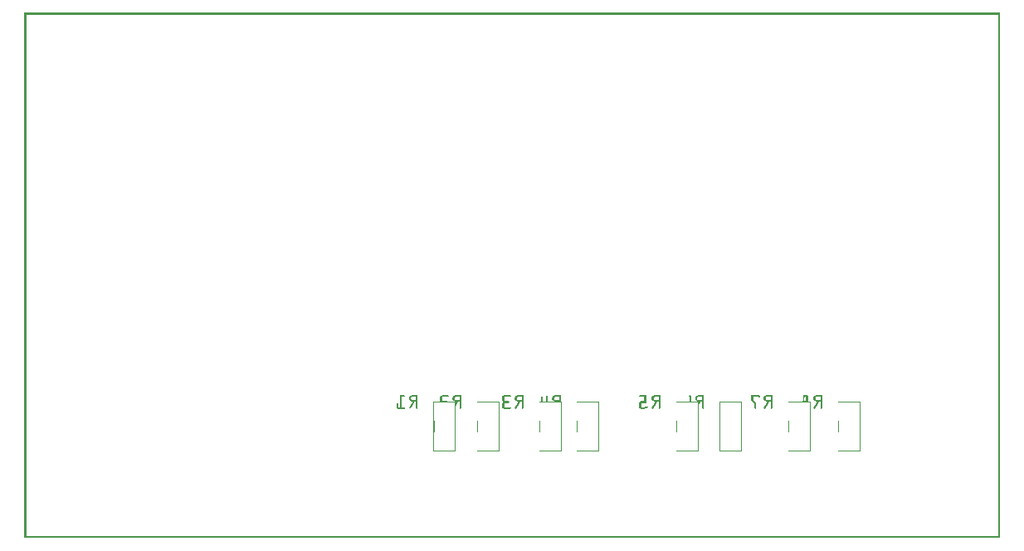
<source format=gbo>
G04 MADE WITH FRITZING*
G04 WWW.FRITZING.ORG*
G04 DOUBLE SIDED*
G04 HOLES PLATED*
G04 CONTOUR ON CENTER OF CONTOUR VECTOR*
%ASAXBY*%
%FSLAX23Y23*%
%MOIN*%
%OFA0B0*%
%SFA1.0B1.0*%
%ADD10R,0.001000X0.001000*%
%LNSILK0*%
G90*
G70*
G54D10*
X0Y2109D02*
X3918Y2109D01*
X0Y2108D02*
X3918Y2108D01*
X0Y2107D02*
X3918Y2107D01*
X0Y2106D02*
X3918Y2106D01*
X0Y2105D02*
X3918Y2105D01*
X0Y2104D02*
X3918Y2104D01*
X0Y2103D02*
X3918Y2103D01*
X0Y2102D02*
X3918Y2102D01*
X0Y2101D02*
X7Y2101D01*
X3911Y2101D02*
X3918Y2101D01*
X0Y2100D02*
X7Y2100D01*
X3911Y2100D02*
X3918Y2100D01*
X0Y2099D02*
X7Y2099D01*
X3911Y2099D02*
X3918Y2099D01*
X0Y2098D02*
X7Y2098D01*
X3911Y2098D02*
X3918Y2098D01*
X0Y2097D02*
X7Y2097D01*
X3911Y2097D02*
X3918Y2097D01*
X0Y2096D02*
X7Y2096D01*
X3911Y2096D02*
X3918Y2096D01*
X0Y2095D02*
X7Y2095D01*
X3911Y2095D02*
X3918Y2095D01*
X0Y2094D02*
X7Y2094D01*
X3911Y2094D02*
X3918Y2094D01*
X0Y2093D02*
X7Y2093D01*
X3911Y2093D02*
X3918Y2093D01*
X0Y2092D02*
X7Y2092D01*
X3911Y2092D02*
X3918Y2092D01*
X0Y2091D02*
X7Y2091D01*
X3911Y2091D02*
X3918Y2091D01*
X0Y2090D02*
X7Y2090D01*
X3911Y2090D02*
X3918Y2090D01*
X0Y2089D02*
X7Y2089D01*
X3911Y2089D02*
X3918Y2089D01*
X0Y2088D02*
X7Y2088D01*
X3911Y2088D02*
X3918Y2088D01*
X0Y2087D02*
X7Y2087D01*
X3911Y2087D02*
X3918Y2087D01*
X0Y2086D02*
X7Y2086D01*
X3911Y2086D02*
X3918Y2086D01*
X0Y2085D02*
X7Y2085D01*
X3911Y2085D02*
X3918Y2085D01*
X0Y2084D02*
X7Y2084D01*
X3911Y2084D02*
X3918Y2084D01*
X0Y2083D02*
X7Y2083D01*
X3911Y2083D02*
X3918Y2083D01*
X0Y2082D02*
X7Y2082D01*
X3911Y2082D02*
X3918Y2082D01*
X0Y2081D02*
X7Y2081D01*
X3911Y2081D02*
X3918Y2081D01*
X0Y2080D02*
X7Y2080D01*
X3911Y2080D02*
X3918Y2080D01*
X0Y2079D02*
X7Y2079D01*
X3911Y2079D02*
X3918Y2079D01*
X0Y2078D02*
X7Y2078D01*
X3911Y2078D02*
X3918Y2078D01*
X0Y2077D02*
X7Y2077D01*
X3911Y2077D02*
X3918Y2077D01*
X0Y2076D02*
X7Y2076D01*
X3911Y2076D02*
X3918Y2076D01*
X0Y2075D02*
X7Y2075D01*
X3911Y2075D02*
X3918Y2075D01*
X0Y2074D02*
X7Y2074D01*
X3911Y2074D02*
X3918Y2074D01*
X0Y2073D02*
X7Y2073D01*
X3911Y2073D02*
X3918Y2073D01*
X0Y2072D02*
X7Y2072D01*
X3911Y2072D02*
X3918Y2072D01*
X0Y2071D02*
X7Y2071D01*
X3911Y2071D02*
X3918Y2071D01*
X0Y2070D02*
X7Y2070D01*
X3911Y2070D02*
X3918Y2070D01*
X0Y2069D02*
X7Y2069D01*
X3911Y2069D02*
X3918Y2069D01*
X0Y2068D02*
X7Y2068D01*
X3911Y2068D02*
X3918Y2068D01*
X0Y2067D02*
X7Y2067D01*
X3911Y2067D02*
X3918Y2067D01*
X0Y2066D02*
X7Y2066D01*
X3911Y2066D02*
X3918Y2066D01*
X0Y2065D02*
X7Y2065D01*
X3911Y2065D02*
X3918Y2065D01*
X0Y2064D02*
X7Y2064D01*
X3911Y2064D02*
X3918Y2064D01*
X0Y2063D02*
X7Y2063D01*
X3911Y2063D02*
X3918Y2063D01*
X0Y2062D02*
X7Y2062D01*
X3911Y2062D02*
X3918Y2062D01*
X0Y2061D02*
X7Y2061D01*
X3911Y2061D02*
X3918Y2061D01*
X0Y2060D02*
X7Y2060D01*
X3911Y2060D02*
X3918Y2060D01*
X0Y2059D02*
X7Y2059D01*
X3911Y2059D02*
X3918Y2059D01*
X0Y2058D02*
X7Y2058D01*
X3911Y2058D02*
X3918Y2058D01*
X0Y2057D02*
X7Y2057D01*
X3911Y2057D02*
X3918Y2057D01*
X0Y2056D02*
X7Y2056D01*
X3911Y2056D02*
X3918Y2056D01*
X0Y2055D02*
X7Y2055D01*
X3911Y2055D02*
X3918Y2055D01*
X0Y2054D02*
X7Y2054D01*
X3911Y2054D02*
X3918Y2054D01*
X0Y2053D02*
X7Y2053D01*
X3911Y2053D02*
X3918Y2053D01*
X0Y2052D02*
X7Y2052D01*
X3911Y2052D02*
X3918Y2052D01*
X0Y2051D02*
X7Y2051D01*
X3911Y2051D02*
X3918Y2051D01*
X0Y2050D02*
X7Y2050D01*
X3911Y2050D02*
X3918Y2050D01*
X0Y2049D02*
X7Y2049D01*
X3911Y2049D02*
X3918Y2049D01*
X0Y2048D02*
X7Y2048D01*
X3911Y2048D02*
X3918Y2048D01*
X0Y2047D02*
X7Y2047D01*
X3911Y2047D02*
X3918Y2047D01*
X0Y2046D02*
X7Y2046D01*
X3911Y2046D02*
X3918Y2046D01*
X0Y2045D02*
X7Y2045D01*
X3911Y2045D02*
X3918Y2045D01*
X0Y2044D02*
X7Y2044D01*
X3911Y2044D02*
X3918Y2044D01*
X0Y2043D02*
X7Y2043D01*
X3911Y2043D02*
X3918Y2043D01*
X0Y2042D02*
X7Y2042D01*
X3911Y2042D02*
X3918Y2042D01*
X0Y2041D02*
X7Y2041D01*
X3911Y2041D02*
X3918Y2041D01*
X0Y2040D02*
X7Y2040D01*
X3911Y2040D02*
X3918Y2040D01*
X0Y2039D02*
X7Y2039D01*
X3911Y2039D02*
X3918Y2039D01*
X0Y2038D02*
X7Y2038D01*
X3911Y2038D02*
X3918Y2038D01*
X0Y2037D02*
X7Y2037D01*
X3911Y2037D02*
X3918Y2037D01*
X0Y2036D02*
X7Y2036D01*
X3911Y2036D02*
X3918Y2036D01*
X0Y2035D02*
X7Y2035D01*
X3911Y2035D02*
X3918Y2035D01*
X0Y2034D02*
X7Y2034D01*
X3911Y2034D02*
X3918Y2034D01*
X0Y2033D02*
X7Y2033D01*
X3911Y2033D02*
X3918Y2033D01*
X0Y2032D02*
X7Y2032D01*
X3911Y2032D02*
X3918Y2032D01*
X0Y2031D02*
X7Y2031D01*
X3911Y2031D02*
X3918Y2031D01*
X0Y2030D02*
X7Y2030D01*
X3911Y2030D02*
X3918Y2030D01*
X0Y2029D02*
X7Y2029D01*
X3911Y2029D02*
X3918Y2029D01*
X0Y2028D02*
X7Y2028D01*
X3911Y2028D02*
X3918Y2028D01*
X0Y2027D02*
X7Y2027D01*
X3911Y2027D02*
X3918Y2027D01*
X0Y2026D02*
X7Y2026D01*
X3911Y2026D02*
X3918Y2026D01*
X0Y2025D02*
X7Y2025D01*
X3911Y2025D02*
X3918Y2025D01*
X0Y2024D02*
X7Y2024D01*
X3911Y2024D02*
X3918Y2024D01*
X0Y2023D02*
X7Y2023D01*
X3911Y2023D02*
X3918Y2023D01*
X0Y2022D02*
X7Y2022D01*
X3911Y2022D02*
X3918Y2022D01*
X0Y2021D02*
X7Y2021D01*
X3911Y2021D02*
X3918Y2021D01*
X0Y2020D02*
X7Y2020D01*
X3911Y2020D02*
X3918Y2020D01*
X0Y2019D02*
X7Y2019D01*
X3911Y2019D02*
X3918Y2019D01*
X0Y2018D02*
X7Y2018D01*
X3911Y2018D02*
X3918Y2018D01*
X0Y2017D02*
X7Y2017D01*
X3911Y2017D02*
X3918Y2017D01*
X0Y2016D02*
X7Y2016D01*
X3911Y2016D02*
X3918Y2016D01*
X0Y2015D02*
X7Y2015D01*
X3911Y2015D02*
X3918Y2015D01*
X0Y2014D02*
X7Y2014D01*
X3911Y2014D02*
X3918Y2014D01*
X0Y2013D02*
X7Y2013D01*
X3911Y2013D02*
X3918Y2013D01*
X0Y2012D02*
X7Y2012D01*
X3911Y2012D02*
X3918Y2012D01*
X0Y2011D02*
X7Y2011D01*
X3911Y2011D02*
X3918Y2011D01*
X0Y2010D02*
X7Y2010D01*
X3911Y2010D02*
X3918Y2010D01*
X0Y2009D02*
X7Y2009D01*
X3911Y2009D02*
X3918Y2009D01*
X0Y2008D02*
X7Y2008D01*
X3911Y2008D02*
X3918Y2008D01*
X0Y2007D02*
X7Y2007D01*
X3911Y2007D02*
X3918Y2007D01*
X0Y2006D02*
X7Y2006D01*
X3911Y2006D02*
X3918Y2006D01*
X0Y2005D02*
X7Y2005D01*
X3911Y2005D02*
X3918Y2005D01*
X0Y2004D02*
X7Y2004D01*
X3911Y2004D02*
X3918Y2004D01*
X0Y2003D02*
X7Y2003D01*
X3911Y2003D02*
X3918Y2003D01*
X0Y2002D02*
X7Y2002D01*
X3911Y2002D02*
X3918Y2002D01*
X0Y2001D02*
X7Y2001D01*
X3911Y2001D02*
X3918Y2001D01*
X0Y2000D02*
X7Y2000D01*
X3911Y2000D02*
X3918Y2000D01*
X0Y1999D02*
X7Y1999D01*
X3911Y1999D02*
X3918Y1999D01*
X0Y1998D02*
X7Y1998D01*
X3911Y1998D02*
X3918Y1998D01*
X0Y1997D02*
X7Y1997D01*
X3911Y1997D02*
X3918Y1997D01*
X0Y1996D02*
X7Y1996D01*
X3911Y1996D02*
X3918Y1996D01*
X0Y1995D02*
X7Y1995D01*
X3911Y1995D02*
X3918Y1995D01*
X0Y1994D02*
X7Y1994D01*
X3911Y1994D02*
X3918Y1994D01*
X0Y1993D02*
X7Y1993D01*
X3911Y1993D02*
X3918Y1993D01*
X0Y1992D02*
X7Y1992D01*
X3911Y1992D02*
X3918Y1992D01*
X0Y1991D02*
X7Y1991D01*
X3911Y1991D02*
X3918Y1991D01*
X0Y1990D02*
X7Y1990D01*
X3911Y1990D02*
X3918Y1990D01*
X0Y1989D02*
X7Y1989D01*
X3911Y1989D02*
X3918Y1989D01*
X0Y1988D02*
X7Y1988D01*
X3911Y1988D02*
X3918Y1988D01*
X0Y1987D02*
X7Y1987D01*
X3911Y1987D02*
X3918Y1987D01*
X0Y1986D02*
X7Y1986D01*
X3911Y1986D02*
X3918Y1986D01*
X0Y1985D02*
X7Y1985D01*
X3911Y1985D02*
X3918Y1985D01*
X0Y1984D02*
X7Y1984D01*
X3911Y1984D02*
X3918Y1984D01*
X0Y1983D02*
X7Y1983D01*
X3911Y1983D02*
X3918Y1983D01*
X0Y1982D02*
X7Y1982D01*
X3911Y1982D02*
X3918Y1982D01*
X0Y1981D02*
X7Y1981D01*
X3911Y1981D02*
X3918Y1981D01*
X0Y1980D02*
X7Y1980D01*
X3911Y1980D02*
X3918Y1980D01*
X0Y1979D02*
X7Y1979D01*
X3911Y1979D02*
X3918Y1979D01*
X0Y1978D02*
X7Y1978D01*
X3911Y1978D02*
X3918Y1978D01*
X0Y1977D02*
X7Y1977D01*
X3911Y1977D02*
X3918Y1977D01*
X0Y1976D02*
X7Y1976D01*
X3911Y1976D02*
X3918Y1976D01*
X0Y1975D02*
X7Y1975D01*
X3911Y1975D02*
X3918Y1975D01*
X0Y1974D02*
X7Y1974D01*
X3911Y1974D02*
X3918Y1974D01*
X0Y1973D02*
X7Y1973D01*
X3911Y1973D02*
X3918Y1973D01*
X0Y1972D02*
X7Y1972D01*
X3911Y1972D02*
X3918Y1972D01*
X0Y1971D02*
X7Y1971D01*
X3911Y1971D02*
X3918Y1971D01*
X0Y1970D02*
X7Y1970D01*
X3911Y1970D02*
X3918Y1970D01*
X0Y1969D02*
X7Y1969D01*
X3911Y1969D02*
X3918Y1969D01*
X0Y1968D02*
X7Y1968D01*
X3911Y1968D02*
X3918Y1968D01*
X0Y1967D02*
X7Y1967D01*
X3911Y1967D02*
X3918Y1967D01*
X0Y1966D02*
X7Y1966D01*
X3911Y1966D02*
X3918Y1966D01*
X0Y1965D02*
X7Y1965D01*
X3911Y1965D02*
X3918Y1965D01*
X0Y1964D02*
X7Y1964D01*
X3911Y1964D02*
X3918Y1964D01*
X0Y1963D02*
X7Y1963D01*
X3911Y1963D02*
X3918Y1963D01*
X0Y1962D02*
X7Y1962D01*
X3911Y1962D02*
X3918Y1962D01*
X0Y1961D02*
X7Y1961D01*
X3911Y1961D02*
X3918Y1961D01*
X0Y1960D02*
X7Y1960D01*
X3911Y1960D02*
X3918Y1960D01*
X0Y1959D02*
X7Y1959D01*
X3911Y1959D02*
X3918Y1959D01*
X0Y1958D02*
X7Y1958D01*
X3911Y1958D02*
X3918Y1958D01*
X0Y1957D02*
X7Y1957D01*
X3911Y1957D02*
X3918Y1957D01*
X0Y1956D02*
X7Y1956D01*
X3911Y1956D02*
X3918Y1956D01*
X0Y1955D02*
X7Y1955D01*
X3911Y1955D02*
X3918Y1955D01*
X0Y1954D02*
X7Y1954D01*
X3911Y1954D02*
X3918Y1954D01*
X0Y1953D02*
X7Y1953D01*
X3911Y1953D02*
X3918Y1953D01*
X0Y1952D02*
X7Y1952D01*
X3911Y1952D02*
X3918Y1952D01*
X0Y1951D02*
X7Y1951D01*
X3911Y1951D02*
X3918Y1951D01*
X0Y1950D02*
X7Y1950D01*
X3911Y1950D02*
X3918Y1950D01*
X0Y1949D02*
X7Y1949D01*
X3911Y1949D02*
X3918Y1949D01*
X0Y1948D02*
X7Y1948D01*
X3911Y1948D02*
X3918Y1948D01*
X0Y1947D02*
X7Y1947D01*
X3911Y1947D02*
X3918Y1947D01*
X0Y1946D02*
X7Y1946D01*
X3911Y1946D02*
X3918Y1946D01*
X0Y1945D02*
X7Y1945D01*
X3911Y1945D02*
X3918Y1945D01*
X0Y1944D02*
X7Y1944D01*
X3911Y1944D02*
X3918Y1944D01*
X0Y1943D02*
X7Y1943D01*
X3911Y1943D02*
X3918Y1943D01*
X0Y1942D02*
X7Y1942D01*
X3911Y1942D02*
X3918Y1942D01*
X0Y1941D02*
X7Y1941D01*
X3911Y1941D02*
X3918Y1941D01*
X0Y1940D02*
X7Y1940D01*
X3911Y1940D02*
X3918Y1940D01*
X0Y1939D02*
X7Y1939D01*
X3911Y1939D02*
X3918Y1939D01*
X0Y1938D02*
X7Y1938D01*
X3911Y1938D02*
X3918Y1938D01*
X0Y1937D02*
X7Y1937D01*
X3911Y1937D02*
X3918Y1937D01*
X0Y1936D02*
X7Y1936D01*
X3911Y1936D02*
X3918Y1936D01*
X0Y1935D02*
X7Y1935D01*
X3911Y1935D02*
X3918Y1935D01*
X0Y1934D02*
X7Y1934D01*
X3911Y1934D02*
X3918Y1934D01*
X0Y1933D02*
X7Y1933D01*
X3911Y1933D02*
X3918Y1933D01*
X0Y1932D02*
X7Y1932D01*
X3911Y1932D02*
X3918Y1932D01*
X0Y1931D02*
X7Y1931D01*
X3911Y1931D02*
X3918Y1931D01*
X0Y1930D02*
X7Y1930D01*
X3911Y1930D02*
X3918Y1930D01*
X0Y1929D02*
X7Y1929D01*
X3911Y1929D02*
X3918Y1929D01*
X0Y1928D02*
X7Y1928D01*
X3911Y1928D02*
X3918Y1928D01*
X0Y1927D02*
X7Y1927D01*
X3911Y1927D02*
X3918Y1927D01*
X0Y1926D02*
X7Y1926D01*
X3911Y1926D02*
X3918Y1926D01*
X0Y1925D02*
X7Y1925D01*
X3911Y1925D02*
X3918Y1925D01*
X0Y1924D02*
X7Y1924D01*
X3911Y1924D02*
X3918Y1924D01*
X0Y1923D02*
X7Y1923D01*
X3911Y1923D02*
X3918Y1923D01*
X0Y1922D02*
X7Y1922D01*
X3911Y1922D02*
X3918Y1922D01*
X0Y1921D02*
X7Y1921D01*
X3911Y1921D02*
X3918Y1921D01*
X0Y1920D02*
X7Y1920D01*
X3911Y1920D02*
X3918Y1920D01*
X0Y1919D02*
X7Y1919D01*
X3911Y1919D02*
X3918Y1919D01*
X0Y1918D02*
X7Y1918D01*
X3911Y1918D02*
X3918Y1918D01*
X0Y1917D02*
X7Y1917D01*
X3911Y1917D02*
X3918Y1917D01*
X0Y1916D02*
X7Y1916D01*
X3911Y1916D02*
X3918Y1916D01*
X0Y1915D02*
X7Y1915D01*
X3911Y1915D02*
X3918Y1915D01*
X0Y1914D02*
X7Y1914D01*
X3911Y1914D02*
X3918Y1914D01*
X0Y1913D02*
X7Y1913D01*
X3911Y1913D02*
X3918Y1913D01*
X0Y1912D02*
X7Y1912D01*
X3911Y1912D02*
X3918Y1912D01*
X0Y1911D02*
X7Y1911D01*
X3911Y1911D02*
X3918Y1911D01*
X0Y1910D02*
X7Y1910D01*
X3911Y1910D02*
X3918Y1910D01*
X0Y1909D02*
X7Y1909D01*
X3911Y1909D02*
X3918Y1909D01*
X0Y1908D02*
X7Y1908D01*
X3911Y1908D02*
X3918Y1908D01*
X0Y1907D02*
X7Y1907D01*
X3911Y1907D02*
X3918Y1907D01*
X0Y1906D02*
X7Y1906D01*
X3911Y1906D02*
X3918Y1906D01*
X0Y1905D02*
X7Y1905D01*
X3911Y1905D02*
X3918Y1905D01*
X0Y1904D02*
X7Y1904D01*
X3911Y1904D02*
X3918Y1904D01*
X0Y1903D02*
X7Y1903D01*
X3911Y1903D02*
X3918Y1903D01*
X0Y1902D02*
X7Y1902D01*
X3911Y1902D02*
X3918Y1902D01*
X0Y1901D02*
X7Y1901D01*
X3911Y1901D02*
X3918Y1901D01*
X0Y1900D02*
X7Y1900D01*
X3911Y1900D02*
X3918Y1900D01*
X0Y1899D02*
X7Y1899D01*
X3911Y1899D02*
X3918Y1899D01*
X0Y1898D02*
X7Y1898D01*
X3911Y1898D02*
X3918Y1898D01*
X0Y1897D02*
X7Y1897D01*
X3911Y1897D02*
X3918Y1897D01*
X0Y1896D02*
X7Y1896D01*
X3911Y1896D02*
X3918Y1896D01*
X0Y1895D02*
X7Y1895D01*
X3911Y1895D02*
X3918Y1895D01*
X0Y1894D02*
X7Y1894D01*
X3911Y1894D02*
X3918Y1894D01*
X0Y1893D02*
X7Y1893D01*
X3911Y1893D02*
X3918Y1893D01*
X0Y1892D02*
X7Y1892D01*
X3911Y1892D02*
X3918Y1892D01*
X0Y1891D02*
X7Y1891D01*
X3911Y1891D02*
X3918Y1891D01*
X0Y1890D02*
X7Y1890D01*
X3911Y1890D02*
X3918Y1890D01*
X0Y1889D02*
X7Y1889D01*
X3911Y1889D02*
X3918Y1889D01*
X0Y1888D02*
X7Y1888D01*
X3911Y1888D02*
X3918Y1888D01*
X0Y1887D02*
X7Y1887D01*
X3911Y1887D02*
X3918Y1887D01*
X0Y1886D02*
X7Y1886D01*
X3911Y1886D02*
X3918Y1886D01*
X0Y1885D02*
X7Y1885D01*
X3911Y1885D02*
X3918Y1885D01*
X0Y1884D02*
X7Y1884D01*
X3911Y1884D02*
X3918Y1884D01*
X0Y1883D02*
X7Y1883D01*
X3911Y1883D02*
X3918Y1883D01*
X0Y1882D02*
X7Y1882D01*
X3911Y1882D02*
X3918Y1882D01*
X0Y1881D02*
X7Y1881D01*
X3911Y1881D02*
X3918Y1881D01*
X0Y1880D02*
X7Y1880D01*
X3911Y1880D02*
X3918Y1880D01*
X0Y1879D02*
X7Y1879D01*
X3911Y1879D02*
X3918Y1879D01*
X0Y1878D02*
X7Y1878D01*
X3911Y1878D02*
X3918Y1878D01*
X0Y1877D02*
X7Y1877D01*
X3911Y1877D02*
X3918Y1877D01*
X0Y1876D02*
X7Y1876D01*
X3911Y1876D02*
X3918Y1876D01*
X0Y1875D02*
X7Y1875D01*
X3911Y1875D02*
X3918Y1875D01*
X0Y1874D02*
X7Y1874D01*
X3911Y1874D02*
X3918Y1874D01*
X0Y1873D02*
X7Y1873D01*
X3911Y1873D02*
X3918Y1873D01*
X0Y1872D02*
X7Y1872D01*
X3911Y1872D02*
X3918Y1872D01*
X0Y1871D02*
X7Y1871D01*
X3911Y1871D02*
X3918Y1871D01*
X0Y1870D02*
X7Y1870D01*
X3911Y1870D02*
X3918Y1870D01*
X0Y1869D02*
X7Y1869D01*
X3911Y1869D02*
X3918Y1869D01*
X0Y1868D02*
X7Y1868D01*
X3911Y1868D02*
X3918Y1868D01*
X0Y1867D02*
X7Y1867D01*
X3911Y1867D02*
X3918Y1867D01*
X0Y1866D02*
X7Y1866D01*
X3911Y1866D02*
X3918Y1866D01*
X0Y1865D02*
X7Y1865D01*
X3911Y1865D02*
X3918Y1865D01*
X0Y1864D02*
X7Y1864D01*
X3911Y1864D02*
X3918Y1864D01*
X0Y1863D02*
X7Y1863D01*
X3911Y1863D02*
X3918Y1863D01*
X0Y1862D02*
X7Y1862D01*
X3911Y1862D02*
X3918Y1862D01*
X0Y1861D02*
X7Y1861D01*
X3911Y1861D02*
X3918Y1861D01*
X0Y1860D02*
X7Y1860D01*
X3911Y1860D02*
X3918Y1860D01*
X0Y1859D02*
X7Y1859D01*
X3911Y1859D02*
X3918Y1859D01*
X0Y1858D02*
X7Y1858D01*
X3911Y1858D02*
X3918Y1858D01*
X0Y1857D02*
X7Y1857D01*
X3911Y1857D02*
X3918Y1857D01*
X0Y1856D02*
X7Y1856D01*
X3911Y1856D02*
X3918Y1856D01*
X0Y1855D02*
X7Y1855D01*
X3911Y1855D02*
X3918Y1855D01*
X0Y1854D02*
X7Y1854D01*
X3911Y1854D02*
X3918Y1854D01*
X0Y1853D02*
X7Y1853D01*
X3911Y1853D02*
X3918Y1853D01*
X0Y1852D02*
X7Y1852D01*
X3911Y1852D02*
X3918Y1852D01*
X0Y1851D02*
X7Y1851D01*
X3911Y1851D02*
X3918Y1851D01*
X0Y1850D02*
X7Y1850D01*
X3911Y1850D02*
X3918Y1850D01*
X0Y1849D02*
X7Y1849D01*
X3911Y1849D02*
X3918Y1849D01*
X0Y1848D02*
X7Y1848D01*
X3911Y1848D02*
X3918Y1848D01*
X0Y1847D02*
X7Y1847D01*
X3911Y1847D02*
X3918Y1847D01*
X0Y1846D02*
X7Y1846D01*
X3911Y1846D02*
X3918Y1846D01*
X0Y1845D02*
X7Y1845D01*
X3911Y1845D02*
X3918Y1845D01*
X0Y1844D02*
X7Y1844D01*
X3911Y1844D02*
X3918Y1844D01*
X0Y1843D02*
X7Y1843D01*
X3911Y1843D02*
X3918Y1843D01*
X0Y1842D02*
X7Y1842D01*
X3911Y1842D02*
X3918Y1842D01*
X0Y1841D02*
X7Y1841D01*
X3911Y1841D02*
X3918Y1841D01*
X0Y1840D02*
X7Y1840D01*
X3911Y1840D02*
X3918Y1840D01*
X0Y1839D02*
X7Y1839D01*
X3911Y1839D02*
X3918Y1839D01*
X0Y1838D02*
X7Y1838D01*
X3911Y1838D02*
X3918Y1838D01*
X0Y1837D02*
X7Y1837D01*
X3911Y1837D02*
X3918Y1837D01*
X0Y1836D02*
X7Y1836D01*
X3911Y1836D02*
X3918Y1836D01*
X0Y1835D02*
X7Y1835D01*
X3911Y1835D02*
X3918Y1835D01*
X0Y1834D02*
X7Y1834D01*
X3911Y1834D02*
X3918Y1834D01*
X0Y1833D02*
X7Y1833D01*
X3911Y1833D02*
X3918Y1833D01*
X0Y1832D02*
X7Y1832D01*
X3911Y1832D02*
X3918Y1832D01*
X0Y1831D02*
X7Y1831D01*
X3911Y1831D02*
X3918Y1831D01*
X0Y1830D02*
X7Y1830D01*
X3911Y1830D02*
X3918Y1830D01*
X0Y1829D02*
X7Y1829D01*
X3911Y1829D02*
X3918Y1829D01*
X0Y1828D02*
X7Y1828D01*
X3911Y1828D02*
X3918Y1828D01*
X0Y1827D02*
X7Y1827D01*
X3911Y1827D02*
X3918Y1827D01*
X0Y1826D02*
X7Y1826D01*
X3911Y1826D02*
X3918Y1826D01*
X0Y1825D02*
X7Y1825D01*
X3911Y1825D02*
X3918Y1825D01*
X0Y1824D02*
X7Y1824D01*
X3911Y1824D02*
X3918Y1824D01*
X0Y1823D02*
X7Y1823D01*
X3911Y1823D02*
X3918Y1823D01*
X0Y1822D02*
X7Y1822D01*
X3911Y1822D02*
X3918Y1822D01*
X0Y1821D02*
X7Y1821D01*
X3911Y1821D02*
X3918Y1821D01*
X0Y1820D02*
X7Y1820D01*
X3911Y1820D02*
X3918Y1820D01*
X0Y1819D02*
X7Y1819D01*
X3911Y1819D02*
X3918Y1819D01*
X0Y1818D02*
X7Y1818D01*
X3911Y1818D02*
X3918Y1818D01*
X0Y1817D02*
X7Y1817D01*
X3911Y1817D02*
X3918Y1817D01*
X0Y1816D02*
X7Y1816D01*
X3911Y1816D02*
X3918Y1816D01*
X0Y1815D02*
X7Y1815D01*
X3911Y1815D02*
X3918Y1815D01*
X0Y1814D02*
X7Y1814D01*
X3911Y1814D02*
X3918Y1814D01*
X0Y1813D02*
X7Y1813D01*
X3911Y1813D02*
X3918Y1813D01*
X0Y1812D02*
X7Y1812D01*
X3911Y1812D02*
X3918Y1812D01*
X0Y1811D02*
X7Y1811D01*
X3911Y1811D02*
X3918Y1811D01*
X0Y1810D02*
X7Y1810D01*
X3911Y1810D02*
X3918Y1810D01*
X0Y1809D02*
X7Y1809D01*
X3911Y1809D02*
X3918Y1809D01*
X0Y1808D02*
X7Y1808D01*
X3911Y1808D02*
X3918Y1808D01*
X0Y1807D02*
X7Y1807D01*
X3911Y1807D02*
X3918Y1807D01*
X0Y1806D02*
X7Y1806D01*
X3911Y1806D02*
X3918Y1806D01*
X0Y1805D02*
X7Y1805D01*
X3911Y1805D02*
X3918Y1805D01*
X0Y1804D02*
X7Y1804D01*
X3911Y1804D02*
X3918Y1804D01*
X0Y1803D02*
X7Y1803D01*
X3911Y1803D02*
X3918Y1803D01*
X0Y1802D02*
X7Y1802D01*
X3911Y1802D02*
X3918Y1802D01*
X0Y1801D02*
X7Y1801D01*
X3911Y1801D02*
X3918Y1801D01*
X0Y1800D02*
X7Y1800D01*
X3911Y1800D02*
X3918Y1800D01*
X0Y1799D02*
X7Y1799D01*
X3911Y1799D02*
X3918Y1799D01*
X0Y1798D02*
X7Y1798D01*
X3911Y1798D02*
X3918Y1798D01*
X0Y1797D02*
X7Y1797D01*
X3911Y1797D02*
X3918Y1797D01*
X0Y1796D02*
X7Y1796D01*
X3911Y1796D02*
X3918Y1796D01*
X0Y1795D02*
X7Y1795D01*
X3911Y1795D02*
X3918Y1795D01*
X0Y1794D02*
X7Y1794D01*
X3911Y1794D02*
X3918Y1794D01*
X0Y1793D02*
X7Y1793D01*
X3911Y1793D02*
X3918Y1793D01*
X0Y1792D02*
X7Y1792D01*
X3911Y1792D02*
X3918Y1792D01*
X0Y1791D02*
X7Y1791D01*
X3911Y1791D02*
X3918Y1791D01*
X0Y1790D02*
X7Y1790D01*
X3911Y1790D02*
X3918Y1790D01*
X0Y1789D02*
X7Y1789D01*
X3911Y1789D02*
X3918Y1789D01*
X0Y1788D02*
X7Y1788D01*
X3911Y1788D02*
X3918Y1788D01*
X0Y1787D02*
X7Y1787D01*
X3911Y1787D02*
X3918Y1787D01*
X0Y1786D02*
X7Y1786D01*
X3911Y1786D02*
X3918Y1786D01*
X0Y1785D02*
X7Y1785D01*
X3911Y1785D02*
X3918Y1785D01*
X0Y1784D02*
X7Y1784D01*
X3911Y1784D02*
X3918Y1784D01*
X0Y1783D02*
X7Y1783D01*
X3911Y1783D02*
X3918Y1783D01*
X0Y1782D02*
X7Y1782D01*
X3911Y1782D02*
X3918Y1782D01*
X0Y1781D02*
X7Y1781D01*
X3911Y1781D02*
X3918Y1781D01*
X0Y1780D02*
X7Y1780D01*
X3911Y1780D02*
X3918Y1780D01*
X0Y1779D02*
X7Y1779D01*
X3911Y1779D02*
X3918Y1779D01*
X0Y1778D02*
X7Y1778D01*
X3911Y1778D02*
X3918Y1778D01*
X0Y1777D02*
X7Y1777D01*
X3911Y1777D02*
X3918Y1777D01*
X0Y1776D02*
X7Y1776D01*
X3911Y1776D02*
X3918Y1776D01*
X0Y1775D02*
X7Y1775D01*
X3911Y1775D02*
X3918Y1775D01*
X0Y1774D02*
X7Y1774D01*
X3911Y1774D02*
X3918Y1774D01*
X0Y1773D02*
X7Y1773D01*
X3911Y1773D02*
X3918Y1773D01*
X0Y1772D02*
X7Y1772D01*
X3911Y1772D02*
X3918Y1772D01*
X0Y1771D02*
X7Y1771D01*
X3911Y1771D02*
X3918Y1771D01*
X0Y1770D02*
X7Y1770D01*
X3911Y1770D02*
X3918Y1770D01*
X0Y1769D02*
X7Y1769D01*
X3911Y1769D02*
X3918Y1769D01*
X0Y1768D02*
X7Y1768D01*
X3911Y1768D02*
X3918Y1768D01*
X0Y1767D02*
X7Y1767D01*
X3911Y1767D02*
X3918Y1767D01*
X0Y1766D02*
X7Y1766D01*
X3911Y1766D02*
X3918Y1766D01*
X0Y1765D02*
X7Y1765D01*
X3911Y1765D02*
X3918Y1765D01*
X0Y1764D02*
X7Y1764D01*
X3911Y1764D02*
X3918Y1764D01*
X0Y1763D02*
X7Y1763D01*
X3911Y1763D02*
X3918Y1763D01*
X0Y1762D02*
X7Y1762D01*
X3911Y1762D02*
X3918Y1762D01*
X0Y1761D02*
X7Y1761D01*
X3911Y1761D02*
X3918Y1761D01*
X0Y1760D02*
X7Y1760D01*
X3911Y1760D02*
X3918Y1760D01*
X0Y1759D02*
X7Y1759D01*
X3911Y1759D02*
X3918Y1759D01*
X0Y1758D02*
X7Y1758D01*
X3911Y1758D02*
X3918Y1758D01*
X0Y1757D02*
X7Y1757D01*
X3911Y1757D02*
X3918Y1757D01*
X0Y1756D02*
X7Y1756D01*
X3911Y1756D02*
X3918Y1756D01*
X0Y1755D02*
X7Y1755D01*
X3911Y1755D02*
X3918Y1755D01*
X0Y1754D02*
X7Y1754D01*
X3911Y1754D02*
X3918Y1754D01*
X0Y1753D02*
X7Y1753D01*
X3911Y1753D02*
X3918Y1753D01*
X0Y1752D02*
X7Y1752D01*
X3911Y1752D02*
X3918Y1752D01*
X0Y1751D02*
X7Y1751D01*
X3911Y1751D02*
X3918Y1751D01*
X0Y1750D02*
X7Y1750D01*
X3911Y1750D02*
X3918Y1750D01*
X0Y1749D02*
X7Y1749D01*
X3911Y1749D02*
X3918Y1749D01*
X0Y1748D02*
X7Y1748D01*
X3911Y1748D02*
X3918Y1748D01*
X0Y1747D02*
X7Y1747D01*
X3911Y1747D02*
X3918Y1747D01*
X0Y1746D02*
X7Y1746D01*
X3911Y1746D02*
X3918Y1746D01*
X0Y1745D02*
X7Y1745D01*
X3911Y1745D02*
X3918Y1745D01*
X0Y1744D02*
X7Y1744D01*
X3911Y1744D02*
X3918Y1744D01*
X0Y1743D02*
X7Y1743D01*
X3911Y1743D02*
X3918Y1743D01*
X0Y1742D02*
X7Y1742D01*
X3911Y1742D02*
X3918Y1742D01*
X0Y1741D02*
X7Y1741D01*
X3911Y1741D02*
X3918Y1741D01*
X0Y1740D02*
X7Y1740D01*
X3911Y1740D02*
X3918Y1740D01*
X0Y1739D02*
X7Y1739D01*
X3911Y1739D02*
X3918Y1739D01*
X0Y1738D02*
X7Y1738D01*
X3911Y1738D02*
X3918Y1738D01*
X0Y1737D02*
X7Y1737D01*
X3911Y1737D02*
X3918Y1737D01*
X0Y1736D02*
X7Y1736D01*
X3911Y1736D02*
X3918Y1736D01*
X0Y1735D02*
X7Y1735D01*
X3911Y1735D02*
X3918Y1735D01*
X0Y1734D02*
X7Y1734D01*
X3911Y1734D02*
X3918Y1734D01*
X0Y1733D02*
X7Y1733D01*
X3911Y1733D02*
X3918Y1733D01*
X0Y1732D02*
X7Y1732D01*
X3911Y1732D02*
X3918Y1732D01*
X0Y1731D02*
X7Y1731D01*
X3911Y1731D02*
X3918Y1731D01*
X0Y1730D02*
X7Y1730D01*
X3911Y1730D02*
X3918Y1730D01*
X0Y1729D02*
X7Y1729D01*
X3911Y1729D02*
X3918Y1729D01*
X0Y1728D02*
X7Y1728D01*
X3911Y1728D02*
X3918Y1728D01*
X0Y1727D02*
X7Y1727D01*
X3911Y1727D02*
X3918Y1727D01*
X0Y1726D02*
X7Y1726D01*
X3911Y1726D02*
X3918Y1726D01*
X0Y1725D02*
X7Y1725D01*
X3911Y1725D02*
X3918Y1725D01*
X0Y1724D02*
X7Y1724D01*
X3911Y1724D02*
X3918Y1724D01*
X0Y1723D02*
X7Y1723D01*
X3911Y1723D02*
X3918Y1723D01*
X0Y1722D02*
X7Y1722D01*
X3911Y1722D02*
X3918Y1722D01*
X0Y1721D02*
X7Y1721D01*
X3911Y1721D02*
X3918Y1721D01*
X0Y1720D02*
X7Y1720D01*
X3911Y1720D02*
X3918Y1720D01*
X0Y1719D02*
X7Y1719D01*
X3911Y1719D02*
X3918Y1719D01*
X0Y1718D02*
X7Y1718D01*
X3911Y1718D02*
X3918Y1718D01*
X0Y1717D02*
X7Y1717D01*
X3911Y1717D02*
X3918Y1717D01*
X0Y1716D02*
X7Y1716D01*
X3911Y1716D02*
X3918Y1716D01*
X0Y1715D02*
X7Y1715D01*
X3911Y1715D02*
X3918Y1715D01*
X0Y1714D02*
X7Y1714D01*
X3911Y1714D02*
X3918Y1714D01*
X0Y1713D02*
X7Y1713D01*
X3911Y1713D02*
X3918Y1713D01*
X0Y1712D02*
X7Y1712D01*
X3911Y1712D02*
X3918Y1712D01*
X0Y1711D02*
X7Y1711D01*
X3911Y1711D02*
X3918Y1711D01*
X0Y1710D02*
X7Y1710D01*
X3911Y1710D02*
X3918Y1710D01*
X0Y1709D02*
X7Y1709D01*
X3911Y1709D02*
X3918Y1709D01*
X0Y1708D02*
X7Y1708D01*
X3911Y1708D02*
X3918Y1708D01*
X0Y1707D02*
X7Y1707D01*
X3911Y1707D02*
X3918Y1707D01*
X0Y1706D02*
X7Y1706D01*
X3911Y1706D02*
X3918Y1706D01*
X0Y1705D02*
X7Y1705D01*
X3911Y1705D02*
X3918Y1705D01*
X0Y1704D02*
X7Y1704D01*
X3911Y1704D02*
X3918Y1704D01*
X0Y1703D02*
X7Y1703D01*
X3911Y1703D02*
X3918Y1703D01*
X0Y1702D02*
X7Y1702D01*
X3911Y1702D02*
X3918Y1702D01*
X0Y1701D02*
X7Y1701D01*
X3911Y1701D02*
X3918Y1701D01*
X0Y1700D02*
X7Y1700D01*
X3911Y1700D02*
X3918Y1700D01*
X0Y1699D02*
X7Y1699D01*
X3911Y1699D02*
X3918Y1699D01*
X0Y1698D02*
X7Y1698D01*
X3911Y1698D02*
X3918Y1698D01*
X0Y1697D02*
X7Y1697D01*
X3911Y1697D02*
X3918Y1697D01*
X0Y1696D02*
X7Y1696D01*
X3911Y1696D02*
X3918Y1696D01*
X0Y1695D02*
X7Y1695D01*
X3911Y1695D02*
X3918Y1695D01*
X0Y1694D02*
X7Y1694D01*
X3911Y1694D02*
X3918Y1694D01*
X0Y1693D02*
X7Y1693D01*
X3911Y1693D02*
X3918Y1693D01*
X0Y1692D02*
X7Y1692D01*
X3911Y1692D02*
X3918Y1692D01*
X0Y1691D02*
X7Y1691D01*
X3911Y1691D02*
X3918Y1691D01*
X0Y1690D02*
X7Y1690D01*
X3911Y1690D02*
X3918Y1690D01*
X0Y1689D02*
X7Y1689D01*
X3911Y1689D02*
X3918Y1689D01*
X0Y1688D02*
X7Y1688D01*
X3911Y1688D02*
X3918Y1688D01*
X0Y1687D02*
X7Y1687D01*
X3911Y1687D02*
X3918Y1687D01*
X0Y1686D02*
X7Y1686D01*
X3911Y1686D02*
X3918Y1686D01*
X0Y1685D02*
X7Y1685D01*
X3911Y1685D02*
X3918Y1685D01*
X0Y1684D02*
X7Y1684D01*
X3911Y1684D02*
X3918Y1684D01*
X0Y1683D02*
X7Y1683D01*
X3911Y1683D02*
X3918Y1683D01*
X0Y1682D02*
X7Y1682D01*
X3911Y1682D02*
X3918Y1682D01*
X0Y1681D02*
X7Y1681D01*
X3911Y1681D02*
X3918Y1681D01*
X0Y1680D02*
X7Y1680D01*
X3911Y1680D02*
X3918Y1680D01*
X0Y1679D02*
X7Y1679D01*
X3911Y1679D02*
X3918Y1679D01*
X0Y1678D02*
X7Y1678D01*
X3911Y1678D02*
X3918Y1678D01*
X0Y1677D02*
X7Y1677D01*
X3911Y1677D02*
X3918Y1677D01*
X0Y1676D02*
X7Y1676D01*
X3911Y1676D02*
X3918Y1676D01*
X0Y1675D02*
X7Y1675D01*
X3911Y1675D02*
X3918Y1675D01*
X0Y1674D02*
X7Y1674D01*
X3911Y1674D02*
X3918Y1674D01*
X0Y1673D02*
X7Y1673D01*
X3911Y1673D02*
X3918Y1673D01*
X0Y1672D02*
X7Y1672D01*
X3911Y1672D02*
X3918Y1672D01*
X0Y1671D02*
X7Y1671D01*
X3911Y1671D02*
X3918Y1671D01*
X0Y1670D02*
X7Y1670D01*
X3911Y1670D02*
X3918Y1670D01*
X0Y1669D02*
X7Y1669D01*
X3911Y1669D02*
X3918Y1669D01*
X0Y1668D02*
X7Y1668D01*
X3911Y1668D02*
X3918Y1668D01*
X0Y1667D02*
X7Y1667D01*
X3911Y1667D02*
X3918Y1667D01*
X0Y1666D02*
X7Y1666D01*
X3911Y1666D02*
X3918Y1666D01*
X0Y1665D02*
X7Y1665D01*
X3911Y1665D02*
X3918Y1665D01*
X0Y1664D02*
X7Y1664D01*
X3911Y1664D02*
X3918Y1664D01*
X0Y1663D02*
X7Y1663D01*
X3911Y1663D02*
X3918Y1663D01*
X0Y1662D02*
X7Y1662D01*
X3911Y1662D02*
X3918Y1662D01*
X0Y1661D02*
X7Y1661D01*
X3911Y1661D02*
X3918Y1661D01*
X0Y1660D02*
X7Y1660D01*
X3911Y1660D02*
X3918Y1660D01*
X0Y1659D02*
X7Y1659D01*
X3911Y1659D02*
X3918Y1659D01*
X0Y1658D02*
X7Y1658D01*
X3911Y1658D02*
X3918Y1658D01*
X0Y1657D02*
X7Y1657D01*
X3911Y1657D02*
X3918Y1657D01*
X0Y1656D02*
X7Y1656D01*
X3911Y1656D02*
X3918Y1656D01*
X0Y1655D02*
X7Y1655D01*
X3911Y1655D02*
X3918Y1655D01*
X0Y1654D02*
X7Y1654D01*
X3911Y1654D02*
X3918Y1654D01*
X0Y1653D02*
X7Y1653D01*
X3911Y1653D02*
X3918Y1653D01*
X0Y1652D02*
X7Y1652D01*
X3911Y1652D02*
X3918Y1652D01*
X0Y1651D02*
X7Y1651D01*
X3911Y1651D02*
X3918Y1651D01*
X0Y1650D02*
X7Y1650D01*
X3911Y1650D02*
X3918Y1650D01*
X0Y1649D02*
X7Y1649D01*
X3911Y1649D02*
X3918Y1649D01*
X0Y1648D02*
X7Y1648D01*
X3911Y1648D02*
X3918Y1648D01*
X0Y1647D02*
X7Y1647D01*
X3911Y1647D02*
X3918Y1647D01*
X0Y1646D02*
X7Y1646D01*
X3911Y1646D02*
X3918Y1646D01*
X0Y1645D02*
X7Y1645D01*
X3911Y1645D02*
X3918Y1645D01*
X0Y1644D02*
X7Y1644D01*
X3911Y1644D02*
X3918Y1644D01*
X0Y1643D02*
X7Y1643D01*
X3911Y1643D02*
X3918Y1643D01*
X0Y1642D02*
X7Y1642D01*
X3911Y1642D02*
X3918Y1642D01*
X0Y1641D02*
X7Y1641D01*
X3911Y1641D02*
X3918Y1641D01*
X0Y1640D02*
X7Y1640D01*
X3911Y1640D02*
X3918Y1640D01*
X0Y1639D02*
X7Y1639D01*
X3911Y1639D02*
X3918Y1639D01*
X0Y1638D02*
X7Y1638D01*
X3911Y1638D02*
X3918Y1638D01*
X0Y1637D02*
X7Y1637D01*
X3911Y1637D02*
X3918Y1637D01*
X0Y1636D02*
X7Y1636D01*
X3911Y1636D02*
X3918Y1636D01*
X0Y1635D02*
X7Y1635D01*
X3911Y1635D02*
X3918Y1635D01*
X0Y1634D02*
X7Y1634D01*
X3911Y1634D02*
X3918Y1634D01*
X0Y1633D02*
X7Y1633D01*
X3911Y1633D02*
X3918Y1633D01*
X0Y1632D02*
X7Y1632D01*
X3911Y1632D02*
X3918Y1632D01*
X0Y1631D02*
X7Y1631D01*
X3911Y1631D02*
X3918Y1631D01*
X0Y1630D02*
X7Y1630D01*
X3911Y1630D02*
X3918Y1630D01*
X0Y1629D02*
X7Y1629D01*
X3911Y1629D02*
X3918Y1629D01*
X0Y1628D02*
X7Y1628D01*
X3911Y1628D02*
X3918Y1628D01*
X0Y1627D02*
X7Y1627D01*
X3911Y1627D02*
X3918Y1627D01*
X0Y1626D02*
X7Y1626D01*
X3911Y1626D02*
X3918Y1626D01*
X0Y1625D02*
X7Y1625D01*
X3911Y1625D02*
X3918Y1625D01*
X0Y1624D02*
X7Y1624D01*
X3911Y1624D02*
X3918Y1624D01*
X0Y1623D02*
X7Y1623D01*
X3911Y1623D02*
X3918Y1623D01*
X0Y1622D02*
X7Y1622D01*
X3911Y1622D02*
X3918Y1622D01*
X0Y1621D02*
X7Y1621D01*
X3911Y1621D02*
X3918Y1621D01*
X0Y1620D02*
X7Y1620D01*
X3911Y1620D02*
X3918Y1620D01*
X0Y1619D02*
X7Y1619D01*
X3911Y1619D02*
X3918Y1619D01*
X0Y1618D02*
X7Y1618D01*
X3911Y1618D02*
X3918Y1618D01*
X0Y1617D02*
X7Y1617D01*
X3911Y1617D02*
X3918Y1617D01*
X0Y1616D02*
X7Y1616D01*
X3911Y1616D02*
X3918Y1616D01*
X0Y1615D02*
X7Y1615D01*
X3911Y1615D02*
X3918Y1615D01*
X0Y1614D02*
X7Y1614D01*
X3911Y1614D02*
X3918Y1614D01*
X0Y1613D02*
X7Y1613D01*
X3911Y1613D02*
X3918Y1613D01*
X0Y1612D02*
X7Y1612D01*
X3911Y1612D02*
X3918Y1612D01*
X0Y1611D02*
X7Y1611D01*
X3911Y1611D02*
X3918Y1611D01*
X0Y1610D02*
X7Y1610D01*
X3911Y1610D02*
X3918Y1610D01*
X0Y1609D02*
X7Y1609D01*
X3911Y1609D02*
X3918Y1609D01*
X0Y1608D02*
X7Y1608D01*
X3911Y1608D02*
X3918Y1608D01*
X0Y1607D02*
X7Y1607D01*
X3911Y1607D02*
X3918Y1607D01*
X0Y1606D02*
X7Y1606D01*
X3911Y1606D02*
X3918Y1606D01*
X0Y1605D02*
X7Y1605D01*
X3911Y1605D02*
X3918Y1605D01*
X0Y1604D02*
X7Y1604D01*
X3911Y1604D02*
X3918Y1604D01*
X0Y1603D02*
X7Y1603D01*
X3911Y1603D02*
X3918Y1603D01*
X0Y1602D02*
X7Y1602D01*
X3911Y1602D02*
X3918Y1602D01*
X0Y1601D02*
X7Y1601D01*
X3911Y1601D02*
X3918Y1601D01*
X0Y1600D02*
X7Y1600D01*
X3911Y1600D02*
X3918Y1600D01*
X0Y1599D02*
X7Y1599D01*
X3911Y1599D02*
X3918Y1599D01*
X0Y1598D02*
X7Y1598D01*
X3911Y1598D02*
X3918Y1598D01*
X0Y1597D02*
X7Y1597D01*
X3911Y1597D02*
X3918Y1597D01*
X0Y1596D02*
X7Y1596D01*
X3911Y1596D02*
X3918Y1596D01*
X0Y1595D02*
X7Y1595D01*
X3911Y1595D02*
X3918Y1595D01*
X0Y1594D02*
X7Y1594D01*
X3911Y1594D02*
X3918Y1594D01*
X0Y1593D02*
X7Y1593D01*
X3911Y1593D02*
X3918Y1593D01*
X0Y1592D02*
X7Y1592D01*
X3911Y1592D02*
X3918Y1592D01*
X0Y1591D02*
X7Y1591D01*
X3911Y1591D02*
X3918Y1591D01*
X0Y1590D02*
X7Y1590D01*
X3911Y1590D02*
X3918Y1590D01*
X0Y1589D02*
X7Y1589D01*
X3911Y1589D02*
X3918Y1589D01*
X0Y1588D02*
X7Y1588D01*
X3911Y1588D02*
X3918Y1588D01*
X0Y1587D02*
X7Y1587D01*
X3911Y1587D02*
X3918Y1587D01*
X0Y1586D02*
X7Y1586D01*
X3911Y1586D02*
X3918Y1586D01*
X0Y1585D02*
X7Y1585D01*
X3911Y1585D02*
X3918Y1585D01*
X0Y1584D02*
X7Y1584D01*
X3911Y1584D02*
X3918Y1584D01*
X0Y1583D02*
X7Y1583D01*
X3911Y1583D02*
X3918Y1583D01*
X0Y1582D02*
X7Y1582D01*
X3911Y1582D02*
X3918Y1582D01*
X0Y1581D02*
X7Y1581D01*
X3911Y1581D02*
X3918Y1581D01*
X0Y1580D02*
X7Y1580D01*
X3911Y1580D02*
X3918Y1580D01*
X0Y1579D02*
X7Y1579D01*
X3911Y1579D02*
X3918Y1579D01*
X0Y1578D02*
X7Y1578D01*
X3911Y1578D02*
X3918Y1578D01*
X0Y1577D02*
X7Y1577D01*
X3911Y1577D02*
X3918Y1577D01*
X0Y1576D02*
X7Y1576D01*
X3911Y1576D02*
X3918Y1576D01*
X0Y1575D02*
X7Y1575D01*
X3911Y1575D02*
X3918Y1575D01*
X0Y1574D02*
X7Y1574D01*
X3911Y1574D02*
X3918Y1574D01*
X0Y1573D02*
X7Y1573D01*
X3911Y1573D02*
X3918Y1573D01*
X0Y1572D02*
X7Y1572D01*
X3911Y1572D02*
X3918Y1572D01*
X0Y1571D02*
X7Y1571D01*
X3911Y1571D02*
X3918Y1571D01*
X0Y1570D02*
X7Y1570D01*
X3911Y1570D02*
X3918Y1570D01*
X0Y1569D02*
X7Y1569D01*
X3911Y1569D02*
X3918Y1569D01*
X0Y1568D02*
X7Y1568D01*
X3911Y1568D02*
X3918Y1568D01*
X0Y1567D02*
X7Y1567D01*
X3911Y1567D02*
X3918Y1567D01*
X0Y1566D02*
X7Y1566D01*
X3911Y1566D02*
X3918Y1566D01*
X0Y1565D02*
X7Y1565D01*
X3911Y1565D02*
X3918Y1565D01*
X0Y1564D02*
X7Y1564D01*
X3911Y1564D02*
X3918Y1564D01*
X0Y1563D02*
X7Y1563D01*
X3911Y1563D02*
X3918Y1563D01*
X0Y1562D02*
X7Y1562D01*
X3911Y1562D02*
X3918Y1562D01*
X0Y1561D02*
X7Y1561D01*
X3911Y1561D02*
X3918Y1561D01*
X0Y1560D02*
X7Y1560D01*
X3911Y1560D02*
X3918Y1560D01*
X0Y1559D02*
X7Y1559D01*
X3911Y1559D02*
X3918Y1559D01*
X0Y1558D02*
X7Y1558D01*
X3911Y1558D02*
X3918Y1558D01*
X0Y1557D02*
X7Y1557D01*
X3911Y1557D02*
X3918Y1557D01*
X0Y1556D02*
X7Y1556D01*
X3911Y1556D02*
X3918Y1556D01*
X0Y1555D02*
X7Y1555D01*
X3911Y1555D02*
X3918Y1555D01*
X0Y1554D02*
X7Y1554D01*
X3911Y1554D02*
X3918Y1554D01*
X0Y1553D02*
X7Y1553D01*
X3911Y1553D02*
X3918Y1553D01*
X0Y1552D02*
X7Y1552D01*
X3911Y1552D02*
X3918Y1552D01*
X0Y1551D02*
X7Y1551D01*
X3911Y1551D02*
X3918Y1551D01*
X0Y1550D02*
X7Y1550D01*
X3911Y1550D02*
X3918Y1550D01*
X0Y1549D02*
X7Y1549D01*
X3911Y1549D02*
X3918Y1549D01*
X0Y1548D02*
X7Y1548D01*
X3911Y1548D02*
X3918Y1548D01*
X0Y1547D02*
X7Y1547D01*
X3911Y1547D02*
X3918Y1547D01*
X0Y1546D02*
X7Y1546D01*
X3911Y1546D02*
X3918Y1546D01*
X0Y1545D02*
X7Y1545D01*
X3911Y1545D02*
X3918Y1545D01*
X0Y1544D02*
X7Y1544D01*
X3911Y1544D02*
X3918Y1544D01*
X0Y1543D02*
X7Y1543D01*
X3911Y1543D02*
X3918Y1543D01*
X0Y1542D02*
X7Y1542D01*
X3911Y1542D02*
X3918Y1542D01*
X0Y1541D02*
X7Y1541D01*
X3911Y1541D02*
X3918Y1541D01*
X0Y1540D02*
X7Y1540D01*
X3911Y1540D02*
X3918Y1540D01*
X0Y1539D02*
X7Y1539D01*
X3911Y1539D02*
X3918Y1539D01*
X0Y1538D02*
X7Y1538D01*
X3911Y1538D02*
X3918Y1538D01*
X0Y1537D02*
X7Y1537D01*
X3911Y1537D02*
X3918Y1537D01*
X0Y1536D02*
X7Y1536D01*
X3911Y1536D02*
X3918Y1536D01*
X0Y1535D02*
X7Y1535D01*
X3911Y1535D02*
X3918Y1535D01*
X0Y1534D02*
X7Y1534D01*
X3911Y1534D02*
X3918Y1534D01*
X0Y1533D02*
X7Y1533D01*
X3911Y1533D02*
X3918Y1533D01*
X0Y1532D02*
X7Y1532D01*
X3911Y1532D02*
X3918Y1532D01*
X0Y1531D02*
X7Y1531D01*
X3911Y1531D02*
X3918Y1531D01*
X0Y1530D02*
X7Y1530D01*
X3911Y1530D02*
X3918Y1530D01*
X0Y1529D02*
X7Y1529D01*
X3911Y1529D02*
X3918Y1529D01*
X0Y1528D02*
X7Y1528D01*
X3911Y1528D02*
X3918Y1528D01*
X0Y1527D02*
X7Y1527D01*
X3911Y1527D02*
X3918Y1527D01*
X0Y1526D02*
X7Y1526D01*
X3911Y1526D02*
X3918Y1526D01*
X0Y1525D02*
X7Y1525D01*
X3911Y1525D02*
X3918Y1525D01*
X0Y1524D02*
X7Y1524D01*
X3911Y1524D02*
X3918Y1524D01*
X0Y1523D02*
X7Y1523D01*
X3911Y1523D02*
X3918Y1523D01*
X0Y1522D02*
X7Y1522D01*
X3911Y1522D02*
X3918Y1522D01*
X0Y1521D02*
X7Y1521D01*
X3911Y1521D02*
X3918Y1521D01*
X0Y1520D02*
X7Y1520D01*
X3911Y1520D02*
X3918Y1520D01*
X0Y1519D02*
X7Y1519D01*
X3911Y1519D02*
X3918Y1519D01*
X0Y1518D02*
X7Y1518D01*
X3911Y1518D02*
X3918Y1518D01*
X0Y1517D02*
X7Y1517D01*
X3911Y1517D02*
X3918Y1517D01*
X0Y1516D02*
X7Y1516D01*
X3911Y1516D02*
X3918Y1516D01*
X0Y1515D02*
X7Y1515D01*
X3911Y1515D02*
X3918Y1515D01*
X0Y1514D02*
X7Y1514D01*
X3911Y1514D02*
X3918Y1514D01*
X0Y1513D02*
X7Y1513D01*
X3911Y1513D02*
X3918Y1513D01*
X0Y1512D02*
X7Y1512D01*
X3911Y1512D02*
X3918Y1512D01*
X0Y1511D02*
X7Y1511D01*
X3911Y1511D02*
X3918Y1511D01*
X0Y1510D02*
X7Y1510D01*
X3911Y1510D02*
X3918Y1510D01*
X0Y1509D02*
X7Y1509D01*
X3911Y1509D02*
X3918Y1509D01*
X0Y1508D02*
X7Y1508D01*
X3911Y1508D02*
X3918Y1508D01*
X0Y1507D02*
X7Y1507D01*
X3911Y1507D02*
X3918Y1507D01*
X0Y1506D02*
X7Y1506D01*
X3911Y1506D02*
X3918Y1506D01*
X0Y1505D02*
X7Y1505D01*
X3911Y1505D02*
X3918Y1505D01*
X0Y1504D02*
X7Y1504D01*
X3911Y1504D02*
X3918Y1504D01*
X0Y1503D02*
X7Y1503D01*
X3911Y1503D02*
X3918Y1503D01*
X0Y1502D02*
X7Y1502D01*
X3911Y1502D02*
X3918Y1502D01*
X0Y1501D02*
X7Y1501D01*
X3911Y1501D02*
X3918Y1501D01*
X0Y1500D02*
X7Y1500D01*
X3911Y1500D02*
X3918Y1500D01*
X0Y1499D02*
X7Y1499D01*
X3911Y1499D02*
X3918Y1499D01*
X0Y1498D02*
X7Y1498D01*
X3911Y1498D02*
X3918Y1498D01*
X0Y1497D02*
X7Y1497D01*
X3911Y1497D02*
X3918Y1497D01*
X0Y1496D02*
X7Y1496D01*
X3911Y1496D02*
X3918Y1496D01*
X0Y1495D02*
X7Y1495D01*
X3911Y1495D02*
X3918Y1495D01*
X0Y1494D02*
X7Y1494D01*
X3911Y1494D02*
X3918Y1494D01*
X0Y1493D02*
X7Y1493D01*
X3911Y1493D02*
X3918Y1493D01*
X0Y1492D02*
X7Y1492D01*
X3911Y1492D02*
X3918Y1492D01*
X0Y1491D02*
X7Y1491D01*
X3911Y1491D02*
X3918Y1491D01*
X0Y1490D02*
X7Y1490D01*
X3911Y1490D02*
X3918Y1490D01*
X0Y1489D02*
X7Y1489D01*
X3911Y1489D02*
X3918Y1489D01*
X0Y1488D02*
X7Y1488D01*
X3911Y1488D02*
X3918Y1488D01*
X0Y1487D02*
X7Y1487D01*
X3911Y1487D02*
X3918Y1487D01*
X0Y1486D02*
X7Y1486D01*
X3911Y1486D02*
X3918Y1486D01*
X0Y1485D02*
X7Y1485D01*
X3911Y1485D02*
X3918Y1485D01*
X0Y1484D02*
X7Y1484D01*
X3911Y1484D02*
X3918Y1484D01*
X0Y1483D02*
X7Y1483D01*
X3911Y1483D02*
X3918Y1483D01*
X0Y1482D02*
X7Y1482D01*
X3911Y1482D02*
X3918Y1482D01*
X0Y1481D02*
X7Y1481D01*
X3911Y1481D02*
X3918Y1481D01*
X0Y1480D02*
X7Y1480D01*
X3911Y1480D02*
X3918Y1480D01*
X0Y1479D02*
X7Y1479D01*
X3911Y1479D02*
X3918Y1479D01*
X0Y1478D02*
X7Y1478D01*
X3911Y1478D02*
X3918Y1478D01*
X0Y1477D02*
X7Y1477D01*
X3911Y1477D02*
X3918Y1477D01*
X0Y1476D02*
X7Y1476D01*
X3911Y1476D02*
X3918Y1476D01*
X0Y1475D02*
X7Y1475D01*
X3911Y1475D02*
X3918Y1475D01*
X0Y1474D02*
X7Y1474D01*
X3911Y1474D02*
X3918Y1474D01*
X0Y1473D02*
X7Y1473D01*
X3911Y1473D02*
X3918Y1473D01*
X0Y1472D02*
X7Y1472D01*
X3911Y1472D02*
X3918Y1472D01*
X0Y1471D02*
X7Y1471D01*
X3911Y1471D02*
X3918Y1471D01*
X0Y1470D02*
X7Y1470D01*
X3911Y1470D02*
X3918Y1470D01*
X0Y1469D02*
X7Y1469D01*
X3911Y1469D02*
X3918Y1469D01*
X0Y1468D02*
X7Y1468D01*
X3911Y1468D02*
X3918Y1468D01*
X0Y1467D02*
X7Y1467D01*
X3911Y1467D02*
X3918Y1467D01*
X0Y1466D02*
X7Y1466D01*
X3911Y1466D02*
X3918Y1466D01*
X0Y1465D02*
X7Y1465D01*
X3911Y1465D02*
X3918Y1465D01*
X0Y1464D02*
X7Y1464D01*
X3911Y1464D02*
X3918Y1464D01*
X0Y1463D02*
X7Y1463D01*
X3911Y1463D02*
X3918Y1463D01*
X0Y1462D02*
X7Y1462D01*
X3911Y1462D02*
X3918Y1462D01*
X0Y1461D02*
X7Y1461D01*
X3911Y1461D02*
X3918Y1461D01*
X0Y1460D02*
X7Y1460D01*
X3911Y1460D02*
X3918Y1460D01*
X0Y1459D02*
X7Y1459D01*
X3911Y1459D02*
X3918Y1459D01*
X0Y1458D02*
X7Y1458D01*
X3911Y1458D02*
X3918Y1458D01*
X0Y1457D02*
X7Y1457D01*
X3911Y1457D02*
X3918Y1457D01*
X0Y1456D02*
X7Y1456D01*
X3911Y1456D02*
X3918Y1456D01*
X0Y1455D02*
X7Y1455D01*
X3911Y1455D02*
X3918Y1455D01*
X0Y1454D02*
X7Y1454D01*
X3911Y1454D02*
X3918Y1454D01*
X0Y1453D02*
X7Y1453D01*
X3911Y1453D02*
X3918Y1453D01*
X0Y1452D02*
X7Y1452D01*
X3911Y1452D02*
X3918Y1452D01*
X0Y1451D02*
X7Y1451D01*
X3911Y1451D02*
X3918Y1451D01*
X0Y1450D02*
X7Y1450D01*
X3911Y1450D02*
X3918Y1450D01*
X0Y1449D02*
X7Y1449D01*
X3911Y1449D02*
X3918Y1449D01*
X0Y1448D02*
X7Y1448D01*
X3911Y1448D02*
X3918Y1448D01*
X0Y1447D02*
X7Y1447D01*
X3911Y1447D02*
X3918Y1447D01*
X0Y1446D02*
X7Y1446D01*
X3911Y1446D02*
X3918Y1446D01*
X0Y1445D02*
X7Y1445D01*
X3911Y1445D02*
X3918Y1445D01*
X0Y1444D02*
X7Y1444D01*
X3911Y1444D02*
X3918Y1444D01*
X0Y1443D02*
X7Y1443D01*
X3911Y1443D02*
X3918Y1443D01*
X0Y1442D02*
X7Y1442D01*
X3911Y1442D02*
X3918Y1442D01*
X0Y1441D02*
X7Y1441D01*
X3911Y1441D02*
X3918Y1441D01*
X0Y1440D02*
X7Y1440D01*
X3911Y1440D02*
X3918Y1440D01*
X0Y1439D02*
X7Y1439D01*
X3911Y1439D02*
X3918Y1439D01*
X0Y1438D02*
X7Y1438D01*
X3911Y1438D02*
X3918Y1438D01*
X0Y1437D02*
X7Y1437D01*
X3911Y1437D02*
X3918Y1437D01*
X0Y1436D02*
X7Y1436D01*
X3911Y1436D02*
X3918Y1436D01*
X0Y1435D02*
X7Y1435D01*
X3911Y1435D02*
X3918Y1435D01*
X0Y1434D02*
X7Y1434D01*
X3911Y1434D02*
X3918Y1434D01*
X0Y1433D02*
X7Y1433D01*
X3911Y1433D02*
X3918Y1433D01*
X0Y1432D02*
X7Y1432D01*
X3911Y1432D02*
X3918Y1432D01*
X0Y1431D02*
X7Y1431D01*
X3911Y1431D02*
X3918Y1431D01*
X0Y1430D02*
X7Y1430D01*
X3911Y1430D02*
X3918Y1430D01*
X0Y1429D02*
X7Y1429D01*
X3911Y1429D02*
X3918Y1429D01*
X0Y1428D02*
X7Y1428D01*
X3911Y1428D02*
X3918Y1428D01*
X0Y1427D02*
X7Y1427D01*
X3911Y1427D02*
X3918Y1427D01*
X0Y1426D02*
X7Y1426D01*
X3911Y1426D02*
X3918Y1426D01*
X0Y1425D02*
X7Y1425D01*
X3911Y1425D02*
X3918Y1425D01*
X0Y1424D02*
X7Y1424D01*
X3911Y1424D02*
X3918Y1424D01*
X0Y1423D02*
X7Y1423D01*
X3911Y1423D02*
X3918Y1423D01*
X0Y1422D02*
X7Y1422D01*
X3911Y1422D02*
X3918Y1422D01*
X0Y1421D02*
X7Y1421D01*
X3911Y1421D02*
X3918Y1421D01*
X0Y1420D02*
X7Y1420D01*
X3911Y1420D02*
X3918Y1420D01*
X0Y1419D02*
X7Y1419D01*
X3911Y1419D02*
X3918Y1419D01*
X0Y1418D02*
X7Y1418D01*
X3911Y1418D02*
X3918Y1418D01*
X0Y1417D02*
X7Y1417D01*
X3911Y1417D02*
X3918Y1417D01*
X0Y1416D02*
X7Y1416D01*
X3911Y1416D02*
X3918Y1416D01*
X0Y1415D02*
X7Y1415D01*
X3911Y1415D02*
X3918Y1415D01*
X0Y1414D02*
X7Y1414D01*
X3911Y1414D02*
X3918Y1414D01*
X0Y1413D02*
X7Y1413D01*
X3911Y1413D02*
X3918Y1413D01*
X0Y1412D02*
X7Y1412D01*
X3911Y1412D02*
X3918Y1412D01*
X0Y1411D02*
X7Y1411D01*
X3911Y1411D02*
X3918Y1411D01*
X0Y1410D02*
X7Y1410D01*
X3911Y1410D02*
X3918Y1410D01*
X0Y1409D02*
X7Y1409D01*
X3911Y1409D02*
X3918Y1409D01*
X0Y1408D02*
X7Y1408D01*
X3911Y1408D02*
X3918Y1408D01*
X0Y1407D02*
X7Y1407D01*
X3911Y1407D02*
X3918Y1407D01*
X0Y1406D02*
X7Y1406D01*
X3911Y1406D02*
X3918Y1406D01*
X0Y1405D02*
X7Y1405D01*
X3911Y1405D02*
X3918Y1405D01*
X0Y1404D02*
X7Y1404D01*
X3911Y1404D02*
X3918Y1404D01*
X0Y1403D02*
X7Y1403D01*
X3911Y1403D02*
X3918Y1403D01*
X0Y1402D02*
X7Y1402D01*
X3911Y1402D02*
X3918Y1402D01*
X0Y1401D02*
X7Y1401D01*
X3911Y1401D02*
X3918Y1401D01*
X0Y1400D02*
X7Y1400D01*
X3911Y1400D02*
X3918Y1400D01*
X0Y1399D02*
X7Y1399D01*
X3911Y1399D02*
X3918Y1399D01*
X0Y1398D02*
X7Y1398D01*
X3911Y1398D02*
X3918Y1398D01*
X0Y1397D02*
X7Y1397D01*
X3911Y1397D02*
X3918Y1397D01*
X0Y1396D02*
X7Y1396D01*
X3911Y1396D02*
X3918Y1396D01*
X0Y1395D02*
X7Y1395D01*
X3911Y1395D02*
X3918Y1395D01*
X0Y1394D02*
X7Y1394D01*
X3911Y1394D02*
X3918Y1394D01*
X0Y1393D02*
X7Y1393D01*
X3911Y1393D02*
X3918Y1393D01*
X0Y1392D02*
X7Y1392D01*
X3911Y1392D02*
X3918Y1392D01*
X0Y1391D02*
X7Y1391D01*
X3911Y1391D02*
X3918Y1391D01*
X0Y1390D02*
X7Y1390D01*
X3911Y1390D02*
X3918Y1390D01*
X0Y1389D02*
X7Y1389D01*
X3911Y1389D02*
X3918Y1389D01*
X0Y1388D02*
X7Y1388D01*
X3911Y1388D02*
X3918Y1388D01*
X0Y1387D02*
X7Y1387D01*
X3911Y1387D02*
X3918Y1387D01*
X0Y1386D02*
X7Y1386D01*
X3911Y1386D02*
X3918Y1386D01*
X0Y1385D02*
X7Y1385D01*
X3911Y1385D02*
X3918Y1385D01*
X0Y1384D02*
X7Y1384D01*
X3911Y1384D02*
X3918Y1384D01*
X0Y1383D02*
X7Y1383D01*
X3911Y1383D02*
X3918Y1383D01*
X0Y1382D02*
X7Y1382D01*
X3911Y1382D02*
X3918Y1382D01*
X0Y1381D02*
X7Y1381D01*
X3911Y1381D02*
X3918Y1381D01*
X0Y1380D02*
X7Y1380D01*
X3911Y1380D02*
X3918Y1380D01*
X0Y1379D02*
X7Y1379D01*
X3911Y1379D02*
X3918Y1379D01*
X0Y1378D02*
X7Y1378D01*
X3911Y1378D02*
X3918Y1378D01*
X0Y1377D02*
X7Y1377D01*
X3911Y1377D02*
X3918Y1377D01*
X0Y1376D02*
X7Y1376D01*
X3911Y1376D02*
X3918Y1376D01*
X0Y1375D02*
X7Y1375D01*
X3911Y1375D02*
X3918Y1375D01*
X0Y1374D02*
X7Y1374D01*
X3911Y1374D02*
X3918Y1374D01*
X0Y1373D02*
X7Y1373D01*
X3911Y1373D02*
X3918Y1373D01*
X0Y1372D02*
X7Y1372D01*
X3911Y1372D02*
X3918Y1372D01*
X0Y1371D02*
X7Y1371D01*
X3911Y1371D02*
X3918Y1371D01*
X0Y1370D02*
X7Y1370D01*
X3911Y1370D02*
X3918Y1370D01*
X0Y1369D02*
X7Y1369D01*
X3911Y1369D02*
X3918Y1369D01*
X0Y1368D02*
X7Y1368D01*
X3911Y1368D02*
X3918Y1368D01*
X0Y1367D02*
X7Y1367D01*
X3911Y1367D02*
X3918Y1367D01*
X0Y1366D02*
X7Y1366D01*
X3911Y1366D02*
X3918Y1366D01*
X0Y1365D02*
X7Y1365D01*
X3911Y1365D02*
X3918Y1365D01*
X0Y1364D02*
X7Y1364D01*
X3911Y1364D02*
X3918Y1364D01*
X0Y1363D02*
X7Y1363D01*
X3911Y1363D02*
X3918Y1363D01*
X0Y1362D02*
X7Y1362D01*
X3911Y1362D02*
X3918Y1362D01*
X0Y1361D02*
X7Y1361D01*
X3911Y1361D02*
X3918Y1361D01*
X0Y1360D02*
X7Y1360D01*
X3911Y1360D02*
X3918Y1360D01*
X0Y1359D02*
X7Y1359D01*
X3911Y1359D02*
X3918Y1359D01*
X0Y1358D02*
X7Y1358D01*
X3911Y1358D02*
X3918Y1358D01*
X0Y1357D02*
X7Y1357D01*
X3911Y1357D02*
X3918Y1357D01*
X0Y1356D02*
X7Y1356D01*
X3911Y1356D02*
X3918Y1356D01*
X0Y1355D02*
X7Y1355D01*
X3911Y1355D02*
X3918Y1355D01*
X0Y1354D02*
X7Y1354D01*
X3911Y1354D02*
X3918Y1354D01*
X0Y1353D02*
X7Y1353D01*
X3911Y1353D02*
X3918Y1353D01*
X0Y1352D02*
X7Y1352D01*
X3911Y1352D02*
X3918Y1352D01*
X0Y1351D02*
X7Y1351D01*
X3911Y1351D02*
X3918Y1351D01*
X0Y1350D02*
X7Y1350D01*
X3911Y1350D02*
X3918Y1350D01*
X0Y1349D02*
X7Y1349D01*
X3911Y1349D02*
X3918Y1349D01*
X0Y1348D02*
X7Y1348D01*
X3911Y1348D02*
X3918Y1348D01*
X0Y1347D02*
X7Y1347D01*
X3911Y1347D02*
X3918Y1347D01*
X0Y1346D02*
X7Y1346D01*
X3911Y1346D02*
X3918Y1346D01*
X0Y1345D02*
X7Y1345D01*
X3911Y1345D02*
X3918Y1345D01*
X0Y1344D02*
X7Y1344D01*
X3911Y1344D02*
X3918Y1344D01*
X0Y1343D02*
X7Y1343D01*
X3911Y1343D02*
X3918Y1343D01*
X0Y1342D02*
X7Y1342D01*
X3911Y1342D02*
X3918Y1342D01*
X0Y1341D02*
X7Y1341D01*
X3911Y1341D02*
X3918Y1341D01*
X0Y1340D02*
X7Y1340D01*
X3911Y1340D02*
X3918Y1340D01*
X0Y1339D02*
X7Y1339D01*
X3911Y1339D02*
X3918Y1339D01*
X0Y1338D02*
X7Y1338D01*
X3911Y1338D02*
X3918Y1338D01*
X0Y1337D02*
X7Y1337D01*
X3911Y1337D02*
X3918Y1337D01*
X0Y1336D02*
X7Y1336D01*
X3911Y1336D02*
X3918Y1336D01*
X0Y1335D02*
X7Y1335D01*
X3911Y1335D02*
X3918Y1335D01*
X0Y1334D02*
X7Y1334D01*
X3911Y1334D02*
X3918Y1334D01*
X0Y1333D02*
X7Y1333D01*
X3911Y1333D02*
X3918Y1333D01*
X0Y1332D02*
X7Y1332D01*
X3911Y1332D02*
X3918Y1332D01*
X0Y1331D02*
X7Y1331D01*
X3911Y1331D02*
X3918Y1331D01*
X0Y1330D02*
X7Y1330D01*
X3911Y1330D02*
X3918Y1330D01*
X0Y1329D02*
X7Y1329D01*
X3911Y1329D02*
X3918Y1329D01*
X0Y1328D02*
X7Y1328D01*
X3911Y1328D02*
X3918Y1328D01*
X0Y1327D02*
X7Y1327D01*
X3911Y1327D02*
X3918Y1327D01*
X0Y1326D02*
X7Y1326D01*
X3911Y1326D02*
X3918Y1326D01*
X0Y1325D02*
X7Y1325D01*
X3911Y1325D02*
X3918Y1325D01*
X0Y1324D02*
X7Y1324D01*
X3911Y1324D02*
X3918Y1324D01*
X0Y1323D02*
X7Y1323D01*
X3911Y1323D02*
X3918Y1323D01*
X0Y1322D02*
X7Y1322D01*
X3911Y1322D02*
X3918Y1322D01*
X0Y1321D02*
X7Y1321D01*
X3911Y1321D02*
X3918Y1321D01*
X0Y1320D02*
X7Y1320D01*
X3911Y1320D02*
X3918Y1320D01*
X0Y1319D02*
X7Y1319D01*
X3911Y1319D02*
X3918Y1319D01*
X0Y1318D02*
X7Y1318D01*
X3911Y1318D02*
X3918Y1318D01*
X0Y1317D02*
X7Y1317D01*
X3911Y1317D02*
X3918Y1317D01*
X0Y1316D02*
X7Y1316D01*
X3911Y1316D02*
X3918Y1316D01*
X0Y1315D02*
X7Y1315D01*
X3911Y1315D02*
X3918Y1315D01*
X0Y1314D02*
X7Y1314D01*
X3911Y1314D02*
X3918Y1314D01*
X0Y1313D02*
X7Y1313D01*
X3911Y1313D02*
X3918Y1313D01*
X0Y1312D02*
X7Y1312D01*
X3911Y1312D02*
X3918Y1312D01*
X0Y1311D02*
X7Y1311D01*
X3911Y1311D02*
X3918Y1311D01*
X0Y1310D02*
X7Y1310D01*
X3911Y1310D02*
X3918Y1310D01*
X0Y1309D02*
X7Y1309D01*
X3911Y1309D02*
X3918Y1309D01*
X0Y1308D02*
X7Y1308D01*
X3911Y1308D02*
X3918Y1308D01*
X0Y1307D02*
X7Y1307D01*
X3911Y1307D02*
X3918Y1307D01*
X0Y1306D02*
X7Y1306D01*
X3911Y1306D02*
X3918Y1306D01*
X0Y1305D02*
X7Y1305D01*
X3911Y1305D02*
X3918Y1305D01*
X0Y1304D02*
X7Y1304D01*
X3911Y1304D02*
X3918Y1304D01*
X0Y1303D02*
X7Y1303D01*
X3911Y1303D02*
X3918Y1303D01*
X0Y1302D02*
X7Y1302D01*
X3911Y1302D02*
X3918Y1302D01*
X0Y1301D02*
X7Y1301D01*
X3911Y1301D02*
X3918Y1301D01*
X0Y1300D02*
X7Y1300D01*
X3911Y1300D02*
X3918Y1300D01*
X0Y1299D02*
X7Y1299D01*
X3911Y1299D02*
X3918Y1299D01*
X0Y1298D02*
X7Y1298D01*
X3911Y1298D02*
X3918Y1298D01*
X0Y1297D02*
X7Y1297D01*
X3911Y1297D02*
X3918Y1297D01*
X0Y1296D02*
X7Y1296D01*
X3911Y1296D02*
X3918Y1296D01*
X0Y1295D02*
X7Y1295D01*
X3911Y1295D02*
X3918Y1295D01*
X0Y1294D02*
X7Y1294D01*
X3911Y1294D02*
X3918Y1294D01*
X0Y1293D02*
X7Y1293D01*
X3911Y1293D02*
X3918Y1293D01*
X0Y1292D02*
X7Y1292D01*
X3911Y1292D02*
X3918Y1292D01*
X0Y1291D02*
X7Y1291D01*
X3911Y1291D02*
X3918Y1291D01*
X0Y1290D02*
X7Y1290D01*
X3911Y1290D02*
X3918Y1290D01*
X0Y1289D02*
X7Y1289D01*
X3911Y1289D02*
X3918Y1289D01*
X0Y1288D02*
X7Y1288D01*
X3911Y1288D02*
X3918Y1288D01*
X0Y1287D02*
X7Y1287D01*
X3911Y1287D02*
X3918Y1287D01*
X0Y1286D02*
X7Y1286D01*
X3911Y1286D02*
X3918Y1286D01*
X0Y1285D02*
X7Y1285D01*
X3911Y1285D02*
X3918Y1285D01*
X0Y1284D02*
X7Y1284D01*
X3911Y1284D02*
X3918Y1284D01*
X0Y1283D02*
X7Y1283D01*
X3911Y1283D02*
X3918Y1283D01*
X0Y1282D02*
X7Y1282D01*
X3911Y1282D02*
X3918Y1282D01*
X0Y1281D02*
X7Y1281D01*
X3911Y1281D02*
X3918Y1281D01*
X0Y1280D02*
X7Y1280D01*
X3911Y1280D02*
X3918Y1280D01*
X0Y1279D02*
X7Y1279D01*
X3911Y1279D02*
X3918Y1279D01*
X0Y1278D02*
X7Y1278D01*
X3911Y1278D02*
X3918Y1278D01*
X0Y1277D02*
X7Y1277D01*
X3911Y1277D02*
X3918Y1277D01*
X0Y1276D02*
X7Y1276D01*
X3911Y1276D02*
X3918Y1276D01*
X0Y1275D02*
X7Y1275D01*
X3911Y1275D02*
X3918Y1275D01*
X0Y1274D02*
X7Y1274D01*
X3911Y1274D02*
X3918Y1274D01*
X0Y1273D02*
X7Y1273D01*
X3911Y1273D02*
X3918Y1273D01*
X0Y1272D02*
X7Y1272D01*
X3911Y1272D02*
X3918Y1272D01*
X0Y1271D02*
X7Y1271D01*
X3911Y1271D02*
X3918Y1271D01*
X0Y1270D02*
X7Y1270D01*
X3911Y1270D02*
X3918Y1270D01*
X0Y1269D02*
X7Y1269D01*
X3911Y1269D02*
X3918Y1269D01*
X0Y1268D02*
X7Y1268D01*
X3911Y1268D02*
X3918Y1268D01*
X0Y1267D02*
X7Y1267D01*
X3911Y1267D02*
X3918Y1267D01*
X0Y1266D02*
X7Y1266D01*
X3911Y1266D02*
X3918Y1266D01*
X0Y1265D02*
X7Y1265D01*
X3911Y1265D02*
X3918Y1265D01*
X0Y1264D02*
X7Y1264D01*
X3911Y1264D02*
X3918Y1264D01*
X0Y1263D02*
X7Y1263D01*
X3911Y1263D02*
X3918Y1263D01*
X0Y1262D02*
X7Y1262D01*
X3911Y1262D02*
X3918Y1262D01*
X0Y1261D02*
X7Y1261D01*
X3911Y1261D02*
X3918Y1261D01*
X0Y1260D02*
X7Y1260D01*
X3911Y1260D02*
X3918Y1260D01*
X0Y1259D02*
X7Y1259D01*
X3911Y1259D02*
X3918Y1259D01*
X0Y1258D02*
X7Y1258D01*
X3911Y1258D02*
X3918Y1258D01*
X0Y1257D02*
X7Y1257D01*
X3911Y1257D02*
X3918Y1257D01*
X0Y1256D02*
X7Y1256D01*
X3911Y1256D02*
X3918Y1256D01*
X0Y1255D02*
X7Y1255D01*
X3911Y1255D02*
X3918Y1255D01*
X0Y1254D02*
X7Y1254D01*
X3911Y1254D02*
X3918Y1254D01*
X0Y1253D02*
X7Y1253D01*
X3911Y1253D02*
X3918Y1253D01*
X0Y1252D02*
X7Y1252D01*
X3911Y1252D02*
X3918Y1252D01*
X0Y1251D02*
X7Y1251D01*
X3911Y1251D02*
X3918Y1251D01*
X0Y1250D02*
X7Y1250D01*
X3911Y1250D02*
X3918Y1250D01*
X0Y1249D02*
X7Y1249D01*
X3911Y1249D02*
X3918Y1249D01*
X0Y1248D02*
X7Y1248D01*
X3911Y1248D02*
X3918Y1248D01*
X0Y1247D02*
X7Y1247D01*
X3911Y1247D02*
X3918Y1247D01*
X0Y1246D02*
X7Y1246D01*
X3911Y1246D02*
X3918Y1246D01*
X0Y1245D02*
X7Y1245D01*
X3911Y1245D02*
X3918Y1245D01*
X0Y1244D02*
X7Y1244D01*
X3911Y1244D02*
X3918Y1244D01*
X0Y1243D02*
X7Y1243D01*
X3911Y1243D02*
X3918Y1243D01*
X0Y1242D02*
X7Y1242D01*
X3911Y1242D02*
X3918Y1242D01*
X0Y1241D02*
X7Y1241D01*
X3911Y1241D02*
X3918Y1241D01*
X0Y1240D02*
X7Y1240D01*
X3911Y1240D02*
X3918Y1240D01*
X0Y1239D02*
X7Y1239D01*
X3911Y1239D02*
X3918Y1239D01*
X0Y1238D02*
X7Y1238D01*
X3911Y1238D02*
X3918Y1238D01*
X0Y1237D02*
X7Y1237D01*
X3911Y1237D02*
X3918Y1237D01*
X0Y1236D02*
X7Y1236D01*
X3911Y1236D02*
X3918Y1236D01*
X0Y1235D02*
X7Y1235D01*
X3911Y1235D02*
X3918Y1235D01*
X0Y1234D02*
X7Y1234D01*
X3911Y1234D02*
X3918Y1234D01*
X0Y1233D02*
X7Y1233D01*
X3911Y1233D02*
X3918Y1233D01*
X0Y1232D02*
X7Y1232D01*
X3911Y1232D02*
X3918Y1232D01*
X0Y1231D02*
X7Y1231D01*
X3911Y1231D02*
X3918Y1231D01*
X0Y1230D02*
X7Y1230D01*
X3911Y1230D02*
X3918Y1230D01*
X0Y1229D02*
X7Y1229D01*
X3911Y1229D02*
X3918Y1229D01*
X0Y1228D02*
X7Y1228D01*
X3911Y1228D02*
X3918Y1228D01*
X0Y1227D02*
X7Y1227D01*
X3911Y1227D02*
X3918Y1227D01*
X0Y1226D02*
X7Y1226D01*
X3911Y1226D02*
X3918Y1226D01*
X0Y1225D02*
X7Y1225D01*
X3911Y1225D02*
X3918Y1225D01*
X0Y1224D02*
X7Y1224D01*
X3911Y1224D02*
X3918Y1224D01*
X0Y1223D02*
X7Y1223D01*
X3911Y1223D02*
X3918Y1223D01*
X0Y1222D02*
X7Y1222D01*
X3911Y1222D02*
X3918Y1222D01*
X0Y1221D02*
X7Y1221D01*
X3911Y1221D02*
X3918Y1221D01*
X0Y1220D02*
X7Y1220D01*
X3911Y1220D02*
X3918Y1220D01*
X0Y1219D02*
X7Y1219D01*
X3911Y1219D02*
X3918Y1219D01*
X0Y1218D02*
X7Y1218D01*
X3911Y1218D02*
X3918Y1218D01*
X0Y1217D02*
X7Y1217D01*
X3911Y1217D02*
X3918Y1217D01*
X0Y1216D02*
X7Y1216D01*
X3911Y1216D02*
X3918Y1216D01*
X0Y1215D02*
X7Y1215D01*
X3911Y1215D02*
X3918Y1215D01*
X0Y1214D02*
X7Y1214D01*
X3911Y1214D02*
X3918Y1214D01*
X0Y1213D02*
X7Y1213D01*
X3911Y1213D02*
X3918Y1213D01*
X0Y1212D02*
X7Y1212D01*
X3911Y1212D02*
X3918Y1212D01*
X0Y1211D02*
X7Y1211D01*
X3911Y1211D02*
X3918Y1211D01*
X0Y1210D02*
X7Y1210D01*
X3911Y1210D02*
X3918Y1210D01*
X0Y1209D02*
X7Y1209D01*
X3911Y1209D02*
X3918Y1209D01*
X0Y1208D02*
X7Y1208D01*
X3911Y1208D02*
X3918Y1208D01*
X0Y1207D02*
X7Y1207D01*
X3911Y1207D02*
X3918Y1207D01*
X0Y1206D02*
X7Y1206D01*
X3911Y1206D02*
X3918Y1206D01*
X0Y1205D02*
X7Y1205D01*
X3911Y1205D02*
X3918Y1205D01*
X0Y1204D02*
X7Y1204D01*
X3911Y1204D02*
X3918Y1204D01*
X0Y1203D02*
X7Y1203D01*
X3911Y1203D02*
X3918Y1203D01*
X0Y1202D02*
X7Y1202D01*
X3911Y1202D02*
X3918Y1202D01*
X0Y1201D02*
X7Y1201D01*
X3911Y1201D02*
X3918Y1201D01*
X0Y1200D02*
X7Y1200D01*
X3911Y1200D02*
X3918Y1200D01*
X0Y1199D02*
X7Y1199D01*
X3911Y1199D02*
X3918Y1199D01*
X0Y1198D02*
X7Y1198D01*
X3911Y1198D02*
X3918Y1198D01*
X0Y1197D02*
X7Y1197D01*
X3911Y1197D02*
X3918Y1197D01*
X0Y1196D02*
X7Y1196D01*
X3911Y1196D02*
X3918Y1196D01*
X0Y1195D02*
X7Y1195D01*
X3911Y1195D02*
X3918Y1195D01*
X0Y1194D02*
X7Y1194D01*
X3911Y1194D02*
X3918Y1194D01*
X0Y1193D02*
X7Y1193D01*
X3911Y1193D02*
X3918Y1193D01*
X0Y1192D02*
X7Y1192D01*
X3911Y1192D02*
X3918Y1192D01*
X0Y1191D02*
X7Y1191D01*
X3911Y1191D02*
X3918Y1191D01*
X0Y1190D02*
X7Y1190D01*
X3911Y1190D02*
X3918Y1190D01*
X0Y1189D02*
X7Y1189D01*
X3911Y1189D02*
X3918Y1189D01*
X0Y1188D02*
X7Y1188D01*
X3911Y1188D02*
X3918Y1188D01*
X0Y1187D02*
X7Y1187D01*
X3911Y1187D02*
X3918Y1187D01*
X0Y1186D02*
X7Y1186D01*
X3911Y1186D02*
X3918Y1186D01*
X0Y1185D02*
X7Y1185D01*
X3911Y1185D02*
X3918Y1185D01*
X0Y1184D02*
X7Y1184D01*
X3911Y1184D02*
X3918Y1184D01*
X0Y1183D02*
X7Y1183D01*
X3911Y1183D02*
X3918Y1183D01*
X0Y1182D02*
X7Y1182D01*
X3911Y1182D02*
X3918Y1182D01*
X0Y1181D02*
X7Y1181D01*
X3911Y1181D02*
X3918Y1181D01*
X0Y1180D02*
X7Y1180D01*
X3911Y1180D02*
X3918Y1180D01*
X0Y1179D02*
X7Y1179D01*
X3911Y1179D02*
X3918Y1179D01*
X0Y1178D02*
X7Y1178D01*
X3911Y1178D02*
X3918Y1178D01*
X0Y1177D02*
X7Y1177D01*
X3911Y1177D02*
X3918Y1177D01*
X0Y1176D02*
X7Y1176D01*
X3911Y1176D02*
X3918Y1176D01*
X0Y1175D02*
X7Y1175D01*
X3911Y1175D02*
X3918Y1175D01*
X0Y1174D02*
X7Y1174D01*
X3911Y1174D02*
X3918Y1174D01*
X0Y1173D02*
X7Y1173D01*
X3911Y1173D02*
X3918Y1173D01*
X0Y1172D02*
X7Y1172D01*
X3911Y1172D02*
X3918Y1172D01*
X0Y1171D02*
X7Y1171D01*
X3911Y1171D02*
X3918Y1171D01*
X0Y1170D02*
X7Y1170D01*
X3911Y1170D02*
X3918Y1170D01*
X0Y1169D02*
X7Y1169D01*
X3911Y1169D02*
X3918Y1169D01*
X0Y1168D02*
X7Y1168D01*
X3911Y1168D02*
X3918Y1168D01*
X0Y1167D02*
X7Y1167D01*
X3911Y1167D02*
X3918Y1167D01*
X0Y1166D02*
X7Y1166D01*
X3911Y1166D02*
X3918Y1166D01*
X0Y1165D02*
X7Y1165D01*
X3911Y1165D02*
X3918Y1165D01*
X0Y1164D02*
X7Y1164D01*
X3911Y1164D02*
X3918Y1164D01*
X0Y1163D02*
X7Y1163D01*
X3911Y1163D02*
X3918Y1163D01*
X0Y1162D02*
X7Y1162D01*
X3911Y1162D02*
X3918Y1162D01*
X0Y1161D02*
X7Y1161D01*
X3911Y1161D02*
X3918Y1161D01*
X0Y1160D02*
X7Y1160D01*
X3911Y1160D02*
X3918Y1160D01*
X0Y1159D02*
X7Y1159D01*
X3911Y1159D02*
X3918Y1159D01*
X0Y1158D02*
X7Y1158D01*
X3911Y1158D02*
X3918Y1158D01*
X0Y1157D02*
X7Y1157D01*
X3911Y1157D02*
X3918Y1157D01*
X0Y1156D02*
X7Y1156D01*
X3911Y1156D02*
X3918Y1156D01*
X0Y1155D02*
X7Y1155D01*
X3911Y1155D02*
X3918Y1155D01*
X0Y1154D02*
X7Y1154D01*
X3911Y1154D02*
X3918Y1154D01*
X0Y1153D02*
X7Y1153D01*
X3911Y1153D02*
X3918Y1153D01*
X0Y1152D02*
X7Y1152D01*
X3911Y1152D02*
X3918Y1152D01*
X0Y1151D02*
X7Y1151D01*
X3911Y1151D02*
X3918Y1151D01*
X0Y1150D02*
X7Y1150D01*
X3911Y1150D02*
X3918Y1150D01*
X0Y1149D02*
X7Y1149D01*
X3911Y1149D02*
X3918Y1149D01*
X0Y1148D02*
X7Y1148D01*
X3911Y1148D02*
X3918Y1148D01*
X0Y1147D02*
X7Y1147D01*
X3911Y1147D02*
X3918Y1147D01*
X0Y1146D02*
X7Y1146D01*
X3911Y1146D02*
X3918Y1146D01*
X0Y1145D02*
X7Y1145D01*
X3911Y1145D02*
X3918Y1145D01*
X0Y1144D02*
X7Y1144D01*
X3911Y1144D02*
X3918Y1144D01*
X0Y1143D02*
X7Y1143D01*
X3911Y1143D02*
X3918Y1143D01*
X0Y1142D02*
X7Y1142D01*
X3911Y1142D02*
X3918Y1142D01*
X0Y1141D02*
X7Y1141D01*
X3911Y1141D02*
X3918Y1141D01*
X0Y1140D02*
X7Y1140D01*
X3911Y1140D02*
X3918Y1140D01*
X0Y1139D02*
X7Y1139D01*
X3911Y1139D02*
X3918Y1139D01*
X0Y1138D02*
X7Y1138D01*
X3911Y1138D02*
X3918Y1138D01*
X0Y1137D02*
X7Y1137D01*
X3911Y1137D02*
X3918Y1137D01*
X0Y1136D02*
X7Y1136D01*
X3911Y1136D02*
X3918Y1136D01*
X0Y1135D02*
X7Y1135D01*
X3911Y1135D02*
X3918Y1135D01*
X0Y1134D02*
X7Y1134D01*
X3911Y1134D02*
X3918Y1134D01*
X0Y1133D02*
X7Y1133D01*
X3911Y1133D02*
X3918Y1133D01*
X0Y1132D02*
X7Y1132D01*
X3911Y1132D02*
X3918Y1132D01*
X0Y1131D02*
X7Y1131D01*
X3911Y1131D02*
X3918Y1131D01*
X0Y1130D02*
X7Y1130D01*
X3911Y1130D02*
X3918Y1130D01*
X0Y1129D02*
X7Y1129D01*
X3911Y1129D02*
X3918Y1129D01*
X0Y1128D02*
X7Y1128D01*
X3911Y1128D02*
X3918Y1128D01*
X0Y1127D02*
X7Y1127D01*
X3911Y1127D02*
X3918Y1127D01*
X0Y1126D02*
X7Y1126D01*
X3911Y1126D02*
X3918Y1126D01*
X0Y1125D02*
X7Y1125D01*
X3911Y1125D02*
X3918Y1125D01*
X0Y1124D02*
X7Y1124D01*
X3911Y1124D02*
X3918Y1124D01*
X0Y1123D02*
X7Y1123D01*
X3911Y1123D02*
X3918Y1123D01*
X0Y1122D02*
X7Y1122D01*
X3911Y1122D02*
X3918Y1122D01*
X0Y1121D02*
X7Y1121D01*
X3911Y1121D02*
X3918Y1121D01*
X0Y1120D02*
X7Y1120D01*
X3911Y1120D02*
X3918Y1120D01*
X0Y1119D02*
X7Y1119D01*
X3911Y1119D02*
X3918Y1119D01*
X0Y1118D02*
X7Y1118D01*
X3911Y1118D02*
X3918Y1118D01*
X0Y1117D02*
X7Y1117D01*
X3911Y1117D02*
X3918Y1117D01*
X0Y1116D02*
X7Y1116D01*
X3911Y1116D02*
X3918Y1116D01*
X0Y1115D02*
X7Y1115D01*
X3911Y1115D02*
X3918Y1115D01*
X0Y1114D02*
X7Y1114D01*
X3911Y1114D02*
X3918Y1114D01*
X0Y1113D02*
X7Y1113D01*
X3911Y1113D02*
X3918Y1113D01*
X0Y1112D02*
X7Y1112D01*
X3911Y1112D02*
X3918Y1112D01*
X0Y1111D02*
X7Y1111D01*
X3911Y1111D02*
X3918Y1111D01*
X0Y1110D02*
X7Y1110D01*
X3911Y1110D02*
X3918Y1110D01*
X0Y1109D02*
X7Y1109D01*
X3911Y1109D02*
X3918Y1109D01*
X0Y1108D02*
X7Y1108D01*
X3911Y1108D02*
X3918Y1108D01*
X0Y1107D02*
X7Y1107D01*
X3911Y1107D02*
X3918Y1107D01*
X0Y1106D02*
X7Y1106D01*
X3911Y1106D02*
X3918Y1106D01*
X0Y1105D02*
X7Y1105D01*
X3911Y1105D02*
X3918Y1105D01*
X0Y1104D02*
X7Y1104D01*
X3911Y1104D02*
X3918Y1104D01*
X0Y1103D02*
X7Y1103D01*
X3911Y1103D02*
X3918Y1103D01*
X0Y1102D02*
X7Y1102D01*
X3911Y1102D02*
X3918Y1102D01*
X0Y1101D02*
X7Y1101D01*
X3911Y1101D02*
X3918Y1101D01*
X0Y1100D02*
X7Y1100D01*
X3911Y1100D02*
X3918Y1100D01*
X0Y1099D02*
X7Y1099D01*
X3911Y1099D02*
X3918Y1099D01*
X0Y1098D02*
X7Y1098D01*
X3911Y1098D02*
X3918Y1098D01*
X0Y1097D02*
X7Y1097D01*
X3911Y1097D02*
X3918Y1097D01*
X0Y1096D02*
X7Y1096D01*
X3911Y1096D02*
X3918Y1096D01*
X0Y1095D02*
X7Y1095D01*
X3911Y1095D02*
X3918Y1095D01*
X0Y1094D02*
X7Y1094D01*
X3911Y1094D02*
X3918Y1094D01*
X0Y1093D02*
X7Y1093D01*
X3911Y1093D02*
X3918Y1093D01*
X0Y1092D02*
X7Y1092D01*
X3911Y1092D02*
X3918Y1092D01*
X0Y1091D02*
X7Y1091D01*
X3911Y1091D02*
X3918Y1091D01*
X0Y1090D02*
X7Y1090D01*
X3911Y1090D02*
X3918Y1090D01*
X0Y1089D02*
X7Y1089D01*
X3911Y1089D02*
X3918Y1089D01*
X0Y1088D02*
X7Y1088D01*
X3911Y1088D02*
X3918Y1088D01*
X0Y1087D02*
X7Y1087D01*
X3911Y1087D02*
X3918Y1087D01*
X0Y1086D02*
X7Y1086D01*
X3911Y1086D02*
X3918Y1086D01*
X0Y1085D02*
X7Y1085D01*
X3911Y1085D02*
X3918Y1085D01*
X0Y1084D02*
X7Y1084D01*
X3911Y1084D02*
X3918Y1084D01*
X0Y1083D02*
X7Y1083D01*
X3911Y1083D02*
X3918Y1083D01*
X0Y1082D02*
X7Y1082D01*
X3911Y1082D02*
X3918Y1082D01*
X0Y1081D02*
X7Y1081D01*
X3911Y1081D02*
X3918Y1081D01*
X0Y1080D02*
X7Y1080D01*
X3911Y1080D02*
X3918Y1080D01*
X0Y1079D02*
X7Y1079D01*
X3911Y1079D02*
X3918Y1079D01*
X0Y1078D02*
X7Y1078D01*
X3911Y1078D02*
X3918Y1078D01*
X0Y1077D02*
X7Y1077D01*
X3911Y1077D02*
X3918Y1077D01*
X0Y1076D02*
X7Y1076D01*
X3911Y1076D02*
X3918Y1076D01*
X0Y1075D02*
X7Y1075D01*
X3911Y1075D02*
X3918Y1075D01*
X0Y1074D02*
X7Y1074D01*
X3911Y1074D02*
X3918Y1074D01*
X0Y1073D02*
X7Y1073D01*
X3911Y1073D02*
X3918Y1073D01*
X0Y1072D02*
X7Y1072D01*
X3911Y1072D02*
X3918Y1072D01*
X0Y1071D02*
X7Y1071D01*
X3911Y1071D02*
X3918Y1071D01*
X0Y1070D02*
X7Y1070D01*
X3911Y1070D02*
X3918Y1070D01*
X0Y1069D02*
X7Y1069D01*
X3911Y1069D02*
X3918Y1069D01*
X0Y1068D02*
X7Y1068D01*
X3911Y1068D02*
X3918Y1068D01*
X0Y1067D02*
X7Y1067D01*
X3911Y1067D02*
X3918Y1067D01*
X0Y1066D02*
X7Y1066D01*
X3911Y1066D02*
X3918Y1066D01*
X0Y1065D02*
X7Y1065D01*
X3911Y1065D02*
X3918Y1065D01*
X0Y1064D02*
X7Y1064D01*
X3911Y1064D02*
X3918Y1064D01*
X0Y1063D02*
X7Y1063D01*
X3911Y1063D02*
X3918Y1063D01*
X0Y1062D02*
X7Y1062D01*
X3911Y1062D02*
X3918Y1062D01*
X0Y1061D02*
X7Y1061D01*
X3911Y1061D02*
X3918Y1061D01*
X0Y1060D02*
X7Y1060D01*
X3911Y1060D02*
X3918Y1060D01*
X0Y1059D02*
X7Y1059D01*
X3911Y1059D02*
X3918Y1059D01*
X0Y1058D02*
X7Y1058D01*
X3911Y1058D02*
X3918Y1058D01*
X0Y1057D02*
X7Y1057D01*
X3911Y1057D02*
X3918Y1057D01*
X0Y1056D02*
X7Y1056D01*
X3911Y1056D02*
X3918Y1056D01*
X0Y1055D02*
X7Y1055D01*
X3911Y1055D02*
X3918Y1055D01*
X0Y1054D02*
X7Y1054D01*
X3911Y1054D02*
X3918Y1054D01*
X0Y1053D02*
X7Y1053D01*
X3911Y1053D02*
X3918Y1053D01*
X0Y1052D02*
X7Y1052D01*
X3911Y1052D02*
X3918Y1052D01*
X0Y1051D02*
X7Y1051D01*
X3911Y1051D02*
X3918Y1051D01*
X0Y1050D02*
X7Y1050D01*
X3911Y1050D02*
X3918Y1050D01*
X0Y1049D02*
X7Y1049D01*
X3911Y1049D02*
X3918Y1049D01*
X0Y1048D02*
X7Y1048D01*
X3911Y1048D02*
X3918Y1048D01*
X0Y1047D02*
X7Y1047D01*
X3911Y1047D02*
X3918Y1047D01*
X0Y1046D02*
X7Y1046D01*
X3911Y1046D02*
X3918Y1046D01*
X0Y1045D02*
X7Y1045D01*
X3911Y1045D02*
X3918Y1045D01*
X0Y1044D02*
X7Y1044D01*
X3911Y1044D02*
X3918Y1044D01*
X0Y1043D02*
X7Y1043D01*
X3911Y1043D02*
X3918Y1043D01*
X0Y1042D02*
X7Y1042D01*
X3911Y1042D02*
X3918Y1042D01*
X0Y1041D02*
X7Y1041D01*
X3911Y1041D02*
X3918Y1041D01*
X0Y1040D02*
X7Y1040D01*
X3911Y1040D02*
X3918Y1040D01*
X0Y1039D02*
X7Y1039D01*
X3911Y1039D02*
X3918Y1039D01*
X0Y1038D02*
X7Y1038D01*
X3911Y1038D02*
X3918Y1038D01*
X0Y1037D02*
X7Y1037D01*
X3911Y1037D02*
X3918Y1037D01*
X0Y1036D02*
X7Y1036D01*
X3911Y1036D02*
X3918Y1036D01*
X0Y1035D02*
X7Y1035D01*
X3911Y1035D02*
X3918Y1035D01*
X0Y1034D02*
X7Y1034D01*
X3911Y1034D02*
X3918Y1034D01*
X0Y1033D02*
X7Y1033D01*
X3911Y1033D02*
X3918Y1033D01*
X0Y1032D02*
X7Y1032D01*
X3911Y1032D02*
X3918Y1032D01*
X0Y1031D02*
X7Y1031D01*
X3911Y1031D02*
X3918Y1031D01*
X0Y1030D02*
X7Y1030D01*
X3911Y1030D02*
X3918Y1030D01*
X0Y1029D02*
X7Y1029D01*
X3911Y1029D02*
X3918Y1029D01*
X0Y1028D02*
X7Y1028D01*
X3911Y1028D02*
X3918Y1028D01*
X0Y1027D02*
X7Y1027D01*
X3911Y1027D02*
X3918Y1027D01*
X0Y1026D02*
X7Y1026D01*
X3911Y1026D02*
X3918Y1026D01*
X0Y1025D02*
X7Y1025D01*
X3911Y1025D02*
X3918Y1025D01*
X0Y1024D02*
X7Y1024D01*
X3911Y1024D02*
X3918Y1024D01*
X0Y1023D02*
X7Y1023D01*
X3911Y1023D02*
X3918Y1023D01*
X0Y1022D02*
X7Y1022D01*
X3911Y1022D02*
X3918Y1022D01*
X0Y1021D02*
X7Y1021D01*
X3911Y1021D02*
X3918Y1021D01*
X0Y1020D02*
X7Y1020D01*
X3911Y1020D02*
X3918Y1020D01*
X0Y1019D02*
X7Y1019D01*
X3911Y1019D02*
X3918Y1019D01*
X0Y1018D02*
X7Y1018D01*
X3911Y1018D02*
X3918Y1018D01*
X0Y1017D02*
X7Y1017D01*
X3911Y1017D02*
X3918Y1017D01*
X0Y1016D02*
X7Y1016D01*
X3911Y1016D02*
X3918Y1016D01*
X0Y1015D02*
X7Y1015D01*
X3911Y1015D02*
X3918Y1015D01*
X0Y1014D02*
X7Y1014D01*
X3911Y1014D02*
X3918Y1014D01*
X0Y1013D02*
X7Y1013D01*
X3911Y1013D02*
X3918Y1013D01*
X0Y1012D02*
X7Y1012D01*
X3911Y1012D02*
X3918Y1012D01*
X0Y1011D02*
X7Y1011D01*
X3911Y1011D02*
X3918Y1011D01*
X0Y1010D02*
X7Y1010D01*
X3911Y1010D02*
X3918Y1010D01*
X0Y1009D02*
X7Y1009D01*
X3911Y1009D02*
X3918Y1009D01*
X0Y1008D02*
X7Y1008D01*
X3911Y1008D02*
X3918Y1008D01*
X0Y1007D02*
X7Y1007D01*
X3911Y1007D02*
X3918Y1007D01*
X0Y1006D02*
X7Y1006D01*
X3911Y1006D02*
X3918Y1006D01*
X0Y1005D02*
X7Y1005D01*
X3911Y1005D02*
X3918Y1005D01*
X0Y1004D02*
X7Y1004D01*
X3911Y1004D02*
X3918Y1004D01*
X0Y1003D02*
X7Y1003D01*
X3911Y1003D02*
X3918Y1003D01*
X0Y1002D02*
X7Y1002D01*
X3911Y1002D02*
X3918Y1002D01*
X0Y1001D02*
X7Y1001D01*
X3911Y1001D02*
X3918Y1001D01*
X0Y1000D02*
X7Y1000D01*
X3911Y1000D02*
X3918Y1000D01*
X0Y999D02*
X7Y999D01*
X3911Y999D02*
X3918Y999D01*
X0Y998D02*
X7Y998D01*
X3911Y998D02*
X3918Y998D01*
X0Y997D02*
X7Y997D01*
X3911Y997D02*
X3918Y997D01*
X0Y996D02*
X7Y996D01*
X3911Y996D02*
X3918Y996D01*
X0Y995D02*
X7Y995D01*
X3911Y995D02*
X3918Y995D01*
X0Y994D02*
X7Y994D01*
X3911Y994D02*
X3918Y994D01*
X0Y993D02*
X7Y993D01*
X3911Y993D02*
X3918Y993D01*
X0Y992D02*
X7Y992D01*
X3911Y992D02*
X3918Y992D01*
X0Y991D02*
X7Y991D01*
X3911Y991D02*
X3918Y991D01*
X0Y990D02*
X7Y990D01*
X3911Y990D02*
X3918Y990D01*
X0Y989D02*
X7Y989D01*
X3911Y989D02*
X3918Y989D01*
X0Y988D02*
X7Y988D01*
X3911Y988D02*
X3918Y988D01*
X0Y987D02*
X7Y987D01*
X3911Y987D02*
X3918Y987D01*
X0Y986D02*
X7Y986D01*
X3911Y986D02*
X3918Y986D01*
X0Y985D02*
X7Y985D01*
X3911Y985D02*
X3918Y985D01*
X0Y984D02*
X7Y984D01*
X3911Y984D02*
X3918Y984D01*
X0Y983D02*
X7Y983D01*
X3911Y983D02*
X3918Y983D01*
X0Y982D02*
X7Y982D01*
X3911Y982D02*
X3918Y982D01*
X0Y981D02*
X7Y981D01*
X3911Y981D02*
X3918Y981D01*
X0Y980D02*
X7Y980D01*
X3911Y980D02*
X3918Y980D01*
X0Y979D02*
X7Y979D01*
X3911Y979D02*
X3918Y979D01*
X0Y978D02*
X7Y978D01*
X3911Y978D02*
X3918Y978D01*
X0Y977D02*
X7Y977D01*
X3911Y977D02*
X3918Y977D01*
X0Y976D02*
X7Y976D01*
X3911Y976D02*
X3918Y976D01*
X0Y975D02*
X7Y975D01*
X3911Y975D02*
X3918Y975D01*
X0Y974D02*
X7Y974D01*
X3911Y974D02*
X3918Y974D01*
X0Y973D02*
X7Y973D01*
X3911Y973D02*
X3918Y973D01*
X0Y972D02*
X7Y972D01*
X3911Y972D02*
X3918Y972D01*
X0Y971D02*
X7Y971D01*
X3911Y971D02*
X3918Y971D01*
X0Y970D02*
X7Y970D01*
X3911Y970D02*
X3918Y970D01*
X0Y969D02*
X7Y969D01*
X3911Y969D02*
X3918Y969D01*
X0Y968D02*
X7Y968D01*
X3911Y968D02*
X3918Y968D01*
X0Y967D02*
X7Y967D01*
X3911Y967D02*
X3918Y967D01*
X0Y966D02*
X7Y966D01*
X3911Y966D02*
X3918Y966D01*
X0Y965D02*
X7Y965D01*
X3911Y965D02*
X3918Y965D01*
X0Y964D02*
X7Y964D01*
X3911Y964D02*
X3918Y964D01*
X0Y963D02*
X7Y963D01*
X3911Y963D02*
X3918Y963D01*
X0Y962D02*
X7Y962D01*
X3911Y962D02*
X3918Y962D01*
X0Y961D02*
X7Y961D01*
X3911Y961D02*
X3918Y961D01*
X0Y960D02*
X7Y960D01*
X3911Y960D02*
X3918Y960D01*
X0Y959D02*
X7Y959D01*
X3911Y959D02*
X3918Y959D01*
X0Y958D02*
X7Y958D01*
X3911Y958D02*
X3918Y958D01*
X0Y957D02*
X7Y957D01*
X3911Y957D02*
X3918Y957D01*
X0Y956D02*
X7Y956D01*
X3911Y956D02*
X3918Y956D01*
X0Y955D02*
X7Y955D01*
X3911Y955D02*
X3918Y955D01*
X0Y954D02*
X7Y954D01*
X3911Y954D02*
X3918Y954D01*
X0Y953D02*
X7Y953D01*
X3911Y953D02*
X3918Y953D01*
X0Y952D02*
X7Y952D01*
X3911Y952D02*
X3918Y952D01*
X0Y951D02*
X7Y951D01*
X3911Y951D02*
X3918Y951D01*
X0Y950D02*
X7Y950D01*
X3911Y950D02*
X3918Y950D01*
X0Y949D02*
X7Y949D01*
X3911Y949D02*
X3918Y949D01*
X0Y948D02*
X7Y948D01*
X3911Y948D02*
X3918Y948D01*
X0Y947D02*
X7Y947D01*
X3911Y947D02*
X3918Y947D01*
X0Y946D02*
X7Y946D01*
X3911Y946D02*
X3918Y946D01*
X0Y945D02*
X7Y945D01*
X3911Y945D02*
X3918Y945D01*
X0Y944D02*
X7Y944D01*
X3911Y944D02*
X3918Y944D01*
X0Y943D02*
X7Y943D01*
X3911Y943D02*
X3918Y943D01*
X0Y942D02*
X7Y942D01*
X3911Y942D02*
X3918Y942D01*
X0Y941D02*
X7Y941D01*
X3911Y941D02*
X3918Y941D01*
X0Y940D02*
X7Y940D01*
X3911Y940D02*
X3918Y940D01*
X0Y939D02*
X7Y939D01*
X3911Y939D02*
X3918Y939D01*
X0Y938D02*
X7Y938D01*
X3911Y938D02*
X3918Y938D01*
X0Y937D02*
X7Y937D01*
X3911Y937D02*
X3918Y937D01*
X0Y936D02*
X7Y936D01*
X3911Y936D02*
X3918Y936D01*
X0Y935D02*
X7Y935D01*
X3911Y935D02*
X3918Y935D01*
X0Y934D02*
X7Y934D01*
X3911Y934D02*
X3918Y934D01*
X0Y933D02*
X7Y933D01*
X3911Y933D02*
X3918Y933D01*
X0Y932D02*
X7Y932D01*
X3911Y932D02*
X3918Y932D01*
X0Y931D02*
X7Y931D01*
X3911Y931D02*
X3918Y931D01*
X0Y930D02*
X7Y930D01*
X3911Y930D02*
X3918Y930D01*
X0Y929D02*
X7Y929D01*
X3911Y929D02*
X3918Y929D01*
X0Y928D02*
X7Y928D01*
X3911Y928D02*
X3918Y928D01*
X0Y927D02*
X7Y927D01*
X3911Y927D02*
X3918Y927D01*
X0Y926D02*
X7Y926D01*
X3911Y926D02*
X3918Y926D01*
X0Y925D02*
X7Y925D01*
X3911Y925D02*
X3918Y925D01*
X0Y924D02*
X7Y924D01*
X3911Y924D02*
X3918Y924D01*
X0Y923D02*
X7Y923D01*
X3911Y923D02*
X3918Y923D01*
X0Y922D02*
X7Y922D01*
X3911Y922D02*
X3918Y922D01*
X0Y921D02*
X7Y921D01*
X3911Y921D02*
X3918Y921D01*
X0Y920D02*
X7Y920D01*
X3911Y920D02*
X3918Y920D01*
X0Y919D02*
X7Y919D01*
X3911Y919D02*
X3918Y919D01*
X0Y918D02*
X7Y918D01*
X3911Y918D02*
X3918Y918D01*
X0Y917D02*
X7Y917D01*
X3911Y917D02*
X3918Y917D01*
X0Y916D02*
X7Y916D01*
X3911Y916D02*
X3918Y916D01*
X0Y915D02*
X7Y915D01*
X3911Y915D02*
X3918Y915D01*
X0Y914D02*
X7Y914D01*
X3911Y914D02*
X3918Y914D01*
X0Y913D02*
X7Y913D01*
X3911Y913D02*
X3918Y913D01*
X0Y912D02*
X7Y912D01*
X3911Y912D02*
X3918Y912D01*
X0Y911D02*
X7Y911D01*
X3911Y911D02*
X3918Y911D01*
X0Y910D02*
X7Y910D01*
X3911Y910D02*
X3918Y910D01*
X0Y909D02*
X7Y909D01*
X3911Y909D02*
X3918Y909D01*
X0Y908D02*
X7Y908D01*
X3911Y908D02*
X3918Y908D01*
X0Y907D02*
X7Y907D01*
X3911Y907D02*
X3918Y907D01*
X0Y906D02*
X7Y906D01*
X3911Y906D02*
X3918Y906D01*
X0Y905D02*
X7Y905D01*
X3911Y905D02*
X3918Y905D01*
X0Y904D02*
X7Y904D01*
X3911Y904D02*
X3918Y904D01*
X0Y903D02*
X7Y903D01*
X3911Y903D02*
X3918Y903D01*
X0Y902D02*
X7Y902D01*
X3911Y902D02*
X3918Y902D01*
X0Y901D02*
X7Y901D01*
X3911Y901D02*
X3918Y901D01*
X0Y900D02*
X7Y900D01*
X3911Y900D02*
X3918Y900D01*
X0Y899D02*
X7Y899D01*
X3911Y899D02*
X3918Y899D01*
X0Y898D02*
X7Y898D01*
X3911Y898D02*
X3918Y898D01*
X0Y897D02*
X7Y897D01*
X3911Y897D02*
X3918Y897D01*
X0Y896D02*
X7Y896D01*
X3911Y896D02*
X3918Y896D01*
X0Y895D02*
X7Y895D01*
X3911Y895D02*
X3918Y895D01*
X0Y894D02*
X7Y894D01*
X3911Y894D02*
X3918Y894D01*
X0Y893D02*
X7Y893D01*
X3911Y893D02*
X3918Y893D01*
X0Y892D02*
X7Y892D01*
X3911Y892D02*
X3918Y892D01*
X0Y891D02*
X7Y891D01*
X3911Y891D02*
X3918Y891D01*
X0Y890D02*
X7Y890D01*
X3911Y890D02*
X3918Y890D01*
X0Y889D02*
X7Y889D01*
X3911Y889D02*
X3918Y889D01*
X0Y888D02*
X7Y888D01*
X3911Y888D02*
X3918Y888D01*
X0Y887D02*
X7Y887D01*
X3911Y887D02*
X3918Y887D01*
X0Y886D02*
X7Y886D01*
X3911Y886D02*
X3918Y886D01*
X0Y885D02*
X7Y885D01*
X3911Y885D02*
X3918Y885D01*
X0Y884D02*
X7Y884D01*
X3911Y884D02*
X3918Y884D01*
X0Y883D02*
X7Y883D01*
X3911Y883D02*
X3918Y883D01*
X0Y882D02*
X7Y882D01*
X3911Y882D02*
X3918Y882D01*
X0Y881D02*
X7Y881D01*
X3911Y881D02*
X3918Y881D01*
X0Y880D02*
X7Y880D01*
X3911Y880D02*
X3918Y880D01*
X0Y879D02*
X7Y879D01*
X3911Y879D02*
X3918Y879D01*
X0Y878D02*
X7Y878D01*
X3911Y878D02*
X3918Y878D01*
X0Y877D02*
X7Y877D01*
X3911Y877D02*
X3918Y877D01*
X0Y876D02*
X7Y876D01*
X3911Y876D02*
X3918Y876D01*
X0Y875D02*
X7Y875D01*
X3911Y875D02*
X3918Y875D01*
X0Y874D02*
X7Y874D01*
X3911Y874D02*
X3918Y874D01*
X0Y873D02*
X7Y873D01*
X3911Y873D02*
X3918Y873D01*
X0Y872D02*
X7Y872D01*
X3911Y872D02*
X3918Y872D01*
X0Y871D02*
X7Y871D01*
X3911Y871D02*
X3918Y871D01*
X0Y870D02*
X7Y870D01*
X3911Y870D02*
X3918Y870D01*
X0Y869D02*
X7Y869D01*
X3911Y869D02*
X3918Y869D01*
X0Y868D02*
X7Y868D01*
X3911Y868D02*
X3918Y868D01*
X0Y867D02*
X7Y867D01*
X3911Y867D02*
X3918Y867D01*
X0Y866D02*
X7Y866D01*
X3911Y866D02*
X3918Y866D01*
X0Y865D02*
X7Y865D01*
X3911Y865D02*
X3918Y865D01*
X0Y864D02*
X7Y864D01*
X3911Y864D02*
X3918Y864D01*
X0Y863D02*
X7Y863D01*
X3911Y863D02*
X3918Y863D01*
X0Y862D02*
X7Y862D01*
X3911Y862D02*
X3918Y862D01*
X0Y861D02*
X7Y861D01*
X3911Y861D02*
X3918Y861D01*
X0Y860D02*
X7Y860D01*
X3911Y860D02*
X3918Y860D01*
X0Y859D02*
X7Y859D01*
X3911Y859D02*
X3918Y859D01*
X0Y858D02*
X7Y858D01*
X3911Y858D02*
X3918Y858D01*
X0Y857D02*
X7Y857D01*
X3911Y857D02*
X3918Y857D01*
X0Y856D02*
X7Y856D01*
X3911Y856D02*
X3918Y856D01*
X0Y855D02*
X7Y855D01*
X3911Y855D02*
X3918Y855D01*
X0Y854D02*
X7Y854D01*
X3911Y854D02*
X3918Y854D01*
X0Y853D02*
X7Y853D01*
X3911Y853D02*
X3918Y853D01*
X0Y852D02*
X7Y852D01*
X3911Y852D02*
X3918Y852D01*
X0Y851D02*
X7Y851D01*
X3911Y851D02*
X3918Y851D01*
X0Y850D02*
X7Y850D01*
X3911Y850D02*
X3918Y850D01*
X0Y849D02*
X7Y849D01*
X3911Y849D02*
X3918Y849D01*
X0Y848D02*
X7Y848D01*
X3911Y848D02*
X3918Y848D01*
X0Y847D02*
X7Y847D01*
X3911Y847D02*
X3918Y847D01*
X0Y846D02*
X7Y846D01*
X3911Y846D02*
X3918Y846D01*
X0Y845D02*
X7Y845D01*
X3911Y845D02*
X3918Y845D01*
X0Y844D02*
X7Y844D01*
X3911Y844D02*
X3918Y844D01*
X0Y843D02*
X7Y843D01*
X3911Y843D02*
X3918Y843D01*
X0Y842D02*
X7Y842D01*
X3911Y842D02*
X3918Y842D01*
X0Y841D02*
X7Y841D01*
X3911Y841D02*
X3918Y841D01*
X0Y840D02*
X7Y840D01*
X3911Y840D02*
X3918Y840D01*
X0Y839D02*
X7Y839D01*
X3911Y839D02*
X3918Y839D01*
X0Y838D02*
X7Y838D01*
X3911Y838D02*
X3918Y838D01*
X0Y837D02*
X7Y837D01*
X3911Y837D02*
X3918Y837D01*
X0Y836D02*
X7Y836D01*
X3911Y836D02*
X3918Y836D01*
X0Y835D02*
X7Y835D01*
X3911Y835D02*
X3918Y835D01*
X0Y834D02*
X7Y834D01*
X3911Y834D02*
X3918Y834D01*
X0Y833D02*
X7Y833D01*
X3911Y833D02*
X3918Y833D01*
X0Y832D02*
X7Y832D01*
X3911Y832D02*
X3918Y832D01*
X0Y831D02*
X7Y831D01*
X3911Y831D02*
X3918Y831D01*
X0Y830D02*
X7Y830D01*
X3911Y830D02*
X3918Y830D01*
X0Y829D02*
X7Y829D01*
X3911Y829D02*
X3918Y829D01*
X0Y828D02*
X7Y828D01*
X3911Y828D02*
X3918Y828D01*
X0Y827D02*
X7Y827D01*
X3911Y827D02*
X3918Y827D01*
X0Y826D02*
X7Y826D01*
X3911Y826D02*
X3918Y826D01*
X0Y825D02*
X7Y825D01*
X3911Y825D02*
X3918Y825D01*
X0Y824D02*
X7Y824D01*
X3911Y824D02*
X3918Y824D01*
X0Y823D02*
X7Y823D01*
X3911Y823D02*
X3918Y823D01*
X0Y822D02*
X7Y822D01*
X3911Y822D02*
X3918Y822D01*
X0Y821D02*
X7Y821D01*
X3911Y821D02*
X3918Y821D01*
X0Y820D02*
X7Y820D01*
X3911Y820D02*
X3918Y820D01*
X0Y819D02*
X7Y819D01*
X3911Y819D02*
X3918Y819D01*
X0Y818D02*
X7Y818D01*
X3911Y818D02*
X3918Y818D01*
X0Y817D02*
X7Y817D01*
X3911Y817D02*
X3918Y817D01*
X0Y816D02*
X7Y816D01*
X3911Y816D02*
X3918Y816D01*
X0Y815D02*
X7Y815D01*
X3911Y815D02*
X3918Y815D01*
X0Y814D02*
X7Y814D01*
X3911Y814D02*
X3918Y814D01*
X0Y813D02*
X7Y813D01*
X3911Y813D02*
X3918Y813D01*
X0Y812D02*
X7Y812D01*
X3911Y812D02*
X3918Y812D01*
X0Y811D02*
X7Y811D01*
X3911Y811D02*
X3918Y811D01*
X0Y810D02*
X7Y810D01*
X3911Y810D02*
X3918Y810D01*
X0Y809D02*
X7Y809D01*
X3911Y809D02*
X3918Y809D01*
X0Y808D02*
X7Y808D01*
X3911Y808D02*
X3918Y808D01*
X0Y807D02*
X7Y807D01*
X3911Y807D02*
X3918Y807D01*
X0Y806D02*
X7Y806D01*
X3911Y806D02*
X3918Y806D01*
X0Y805D02*
X7Y805D01*
X3911Y805D02*
X3918Y805D01*
X0Y804D02*
X7Y804D01*
X3911Y804D02*
X3918Y804D01*
X0Y803D02*
X7Y803D01*
X3911Y803D02*
X3918Y803D01*
X0Y802D02*
X7Y802D01*
X3911Y802D02*
X3918Y802D01*
X0Y801D02*
X7Y801D01*
X3911Y801D02*
X3918Y801D01*
X0Y800D02*
X7Y800D01*
X3911Y800D02*
X3918Y800D01*
X0Y799D02*
X7Y799D01*
X3911Y799D02*
X3918Y799D01*
X0Y798D02*
X7Y798D01*
X3911Y798D02*
X3918Y798D01*
X0Y797D02*
X7Y797D01*
X3911Y797D02*
X3918Y797D01*
X0Y796D02*
X7Y796D01*
X3911Y796D02*
X3918Y796D01*
X0Y795D02*
X7Y795D01*
X3911Y795D02*
X3918Y795D01*
X0Y794D02*
X7Y794D01*
X3911Y794D02*
X3918Y794D01*
X0Y793D02*
X7Y793D01*
X3911Y793D02*
X3918Y793D01*
X0Y792D02*
X7Y792D01*
X3911Y792D02*
X3918Y792D01*
X0Y791D02*
X7Y791D01*
X3911Y791D02*
X3918Y791D01*
X0Y790D02*
X7Y790D01*
X3911Y790D02*
X3918Y790D01*
X0Y789D02*
X7Y789D01*
X3911Y789D02*
X3918Y789D01*
X0Y788D02*
X7Y788D01*
X3911Y788D02*
X3918Y788D01*
X0Y787D02*
X7Y787D01*
X3911Y787D02*
X3918Y787D01*
X0Y786D02*
X7Y786D01*
X3911Y786D02*
X3918Y786D01*
X0Y785D02*
X7Y785D01*
X3911Y785D02*
X3918Y785D01*
X0Y784D02*
X7Y784D01*
X3911Y784D02*
X3918Y784D01*
X0Y783D02*
X7Y783D01*
X3911Y783D02*
X3918Y783D01*
X0Y782D02*
X7Y782D01*
X3911Y782D02*
X3918Y782D01*
X0Y781D02*
X7Y781D01*
X3911Y781D02*
X3918Y781D01*
X0Y780D02*
X7Y780D01*
X3911Y780D02*
X3918Y780D01*
X0Y779D02*
X7Y779D01*
X3911Y779D02*
X3918Y779D01*
X0Y778D02*
X7Y778D01*
X3911Y778D02*
X3918Y778D01*
X0Y777D02*
X7Y777D01*
X3911Y777D02*
X3918Y777D01*
X0Y776D02*
X7Y776D01*
X3911Y776D02*
X3918Y776D01*
X0Y775D02*
X7Y775D01*
X3911Y775D02*
X3918Y775D01*
X0Y774D02*
X7Y774D01*
X3911Y774D02*
X3918Y774D01*
X0Y773D02*
X7Y773D01*
X3911Y773D02*
X3918Y773D01*
X0Y772D02*
X7Y772D01*
X3911Y772D02*
X3918Y772D01*
X0Y771D02*
X7Y771D01*
X3911Y771D02*
X3918Y771D01*
X0Y770D02*
X7Y770D01*
X3911Y770D02*
X3918Y770D01*
X0Y769D02*
X7Y769D01*
X3911Y769D02*
X3918Y769D01*
X0Y768D02*
X7Y768D01*
X3911Y768D02*
X3918Y768D01*
X0Y767D02*
X7Y767D01*
X3911Y767D02*
X3918Y767D01*
X0Y766D02*
X7Y766D01*
X3911Y766D02*
X3918Y766D01*
X0Y765D02*
X7Y765D01*
X3911Y765D02*
X3918Y765D01*
X0Y764D02*
X7Y764D01*
X3911Y764D02*
X3918Y764D01*
X0Y763D02*
X7Y763D01*
X3911Y763D02*
X3918Y763D01*
X0Y762D02*
X7Y762D01*
X3911Y762D02*
X3918Y762D01*
X0Y761D02*
X7Y761D01*
X3911Y761D02*
X3918Y761D01*
X0Y760D02*
X7Y760D01*
X3911Y760D02*
X3918Y760D01*
X0Y759D02*
X7Y759D01*
X3911Y759D02*
X3918Y759D01*
X0Y758D02*
X7Y758D01*
X3911Y758D02*
X3918Y758D01*
X0Y757D02*
X7Y757D01*
X3911Y757D02*
X3918Y757D01*
X0Y756D02*
X7Y756D01*
X3911Y756D02*
X3918Y756D01*
X0Y755D02*
X7Y755D01*
X3911Y755D02*
X3918Y755D01*
X0Y754D02*
X7Y754D01*
X3911Y754D02*
X3918Y754D01*
X0Y753D02*
X7Y753D01*
X3911Y753D02*
X3918Y753D01*
X0Y752D02*
X7Y752D01*
X3911Y752D02*
X3918Y752D01*
X0Y751D02*
X7Y751D01*
X3911Y751D02*
X3918Y751D01*
X0Y750D02*
X7Y750D01*
X3911Y750D02*
X3918Y750D01*
X0Y749D02*
X7Y749D01*
X3911Y749D02*
X3918Y749D01*
X0Y748D02*
X7Y748D01*
X3911Y748D02*
X3918Y748D01*
X0Y747D02*
X7Y747D01*
X3911Y747D02*
X3918Y747D01*
X0Y746D02*
X7Y746D01*
X3911Y746D02*
X3918Y746D01*
X0Y745D02*
X7Y745D01*
X3911Y745D02*
X3918Y745D01*
X0Y744D02*
X7Y744D01*
X3911Y744D02*
X3918Y744D01*
X0Y743D02*
X7Y743D01*
X3911Y743D02*
X3918Y743D01*
X0Y742D02*
X7Y742D01*
X3911Y742D02*
X3918Y742D01*
X0Y741D02*
X7Y741D01*
X3911Y741D02*
X3918Y741D01*
X0Y740D02*
X7Y740D01*
X3911Y740D02*
X3918Y740D01*
X0Y739D02*
X7Y739D01*
X3911Y739D02*
X3918Y739D01*
X0Y738D02*
X7Y738D01*
X3911Y738D02*
X3918Y738D01*
X0Y737D02*
X7Y737D01*
X3911Y737D02*
X3918Y737D01*
X0Y736D02*
X7Y736D01*
X3911Y736D02*
X3918Y736D01*
X0Y735D02*
X7Y735D01*
X3911Y735D02*
X3918Y735D01*
X0Y734D02*
X7Y734D01*
X3911Y734D02*
X3918Y734D01*
X0Y733D02*
X7Y733D01*
X3911Y733D02*
X3918Y733D01*
X0Y732D02*
X7Y732D01*
X3911Y732D02*
X3918Y732D01*
X0Y731D02*
X7Y731D01*
X3911Y731D02*
X3918Y731D01*
X0Y730D02*
X7Y730D01*
X3911Y730D02*
X3918Y730D01*
X0Y729D02*
X7Y729D01*
X3911Y729D02*
X3918Y729D01*
X0Y728D02*
X7Y728D01*
X3911Y728D02*
X3918Y728D01*
X0Y727D02*
X7Y727D01*
X3911Y727D02*
X3918Y727D01*
X0Y726D02*
X7Y726D01*
X3911Y726D02*
X3918Y726D01*
X0Y725D02*
X7Y725D01*
X3911Y725D02*
X3918Y725D01*
X0Y724D02*
X7Y724D01*
X3911Y724D02*
X3918Y724D01*
X0Y723D02*
X7Y723D01*
X3911Y723D02*
X3918Y723D01*
X0Y722D02*
X7Y722D01*
X3911Y722D02*
X3918Y722D01*
X0Y721D02*
X7Y721D01*
X3911Y721D02*
X3918Y721D01*
X0Y720D02*
X7Y720D01*
X3911Y720D02*
X3918Y720D01*
X0Y719D02*
X7Y719D01*
X3911Y719D02*
X3918Y719D01*
X0Y718D02*
X7Y718D01*
X3911Y718D02*
X3918Y718D01*
X0Y717D02*
X7Y717D01*
X3911Y717D02*
X3918Y717D01*
X0Y716D02*
X7Y716D01*
X3911Y716D02*
X3918Y716D01*
X0Y715D02*
X7Y715D01*
X3911Y715D02*
X3918Y715D01*
X0Y714D02*
X7Y714D01*
X3911Y714D02*
X3918Y714D01*
X0Y713D02*
X7Y713D01*
X3911Y713D02*
X3918Y713D01*
X0Y712D02*
X7Y712D01*
X3911Y712D02*
X3918Y712D01*
X0Y711D02*
X7Y711D01*
X3911Y711D02*
X3918Y711D01*
X0Y710D02*
X7Y710D01*
X3911Y710D02*
X3918Y710D01*
X0Y709D02*
X7Y709D01*
X3911Y709D02*
X3918Y709D01*
X0Y708D02*
X7Y708D01*
X3911Y708D02*
X3918Y708D01*
X0Y707D02*
X7Y707D01*
X3911Y707D02*
X3918Y707D01*
X0Y706D02*
X7Y706D01*
X3911Y706D02*
X3918Y706D01*
X0Y705D02*
X7Y705D01*
X3911Y705D02*
X3918Y705D01*
X0Y704D02*
X7Y704D01*
X3911Y704D02*
X3918Y704D01*
X0Y703D02*
X7Y703D01*
X3911Y703D02*
X3918Y703D01*
X0Y702D02*
X7Y702D01*
X3911Y702D02*
X3918Y702D01*
X0Y701D02*
X7Y701D01*
X3911Y701D02*
X3918Y701D01*
X0Y700D02*
X7Y700D01*
X3911Y700D02*
X3918Y700D01*
X0Y699D02*
X7Y699D01*
X3911Y699D02*
X3918Y699D01*
X0Y698D02*
X7Y698D01*
X3911Y698D02*
X3918Y698D01*
X0Y697D02*
X7Y697D01*
X3911Y697D02*
X3918Y697D01*
X0Y696D02*
X7Y696D01*
X3911Y696D02*
X3918Y696D01*
X0Y695D02*
X7Y695D01*
X3911Y695D02*
X3918Y695D01*
X0Y694D02*
X7Y694D01*
X3911Y694D02*
X3918Y694D01*
X0Y693D02*
X7Y693D01*
X3911Y693D02*
X3918Y693D01*
X0Y692D02*
X7Y692D01*
X3911Y692D02*
X3918Y692D01*
X0Y691D02*
X7Y691D01*
X3911Y691D02*
X3918Y691D01*
X0Y690D02*
X7Y690D01*
X3911Y690D02*
X3918Y690D01*
X0Y689D02*
X7Y689D01*
X3911Y689D02*
X3918Y689D01*
X0Y688D02*
X7Y688D01*
X3911Y688D02*
X3918Y688D01*
X0Y687D02*
X7Y687D01*
X3911Y687D02*
X3918Y687D01*
X0Y686D02*
X7Y686D01*
X3911Y686D02*
X3918Y686D01*
X0Y685D02*
X7Y685D01*
X3911Y685D02*
X3918Y685D01*
X0Y684D02*
X7Y684D01*
X3911Y684D02*
X3918Y684D01*
X0Y683D02*
X7Y683D01*
X3911Y683D02*
X3918Y683D01*
X0Y682D02*
X7Y682D01*
X3911Y682D02*
X3918Y682D01*
X0Y681D02*
X7Y681D01*
X3911Y681D02*
X3918Y681D01*
X0Y680D02*
X7Y680D01*
X3911Y680D02*
X3918Y680D01*
X0Y679D02*
X7Y679D01*
X3911Y679D02*
X3918Y679D01*
X0Y678D02*
X7Y678D01*
X3911Y678D02*
X3918Y678D01*
X0Y677D02*
X7Y677D01*
X3911Y677D02*
X3918Y677D01*
X0Y676D02*
X7Y676D01*
X3911Y676D02*
X3918Y676D01*
X0Y675D02*
X7Y675D01*
X3911Y675D02*
X3918Y675D01*
X0Y674D02*
X7Y674D01*
X3911Y674D02*
X3918Y674D01*
X0Y673D02*
X7Y673D01*
X3911Y673D02*
X3918Y673D01*
X0Y672D02*
X7Y672D01*
X3911Y672D02*
X3918Y672D01*
X0Y671D02*
X7Y671D01*
X3911Y671D02*
X3918Y671D01*
X0Y670D02*
X7Y670D01*
X3911Y670D02*
X3918Y670D01*
X0Y669D02*
X7Y669D01*
X3911Y669D02*
X3918Y669D01*
X0Y668D02*
X7Y668D01*
X3911Y668D02*
X3918Y668D01*
X0Y667D02*
X7Y667D01*
X3911Y667D02*
X3918Y667D01*
X0Y666D02*
X7Y666D01*
X3911Y666D02*
X3918Y666D01*
X0Y665D02*
X7Y665D01*
X3911Y665D02*
X3918Y665D01*
X0Y664D02*
X7Y664D01*
X3911Y664D02*
X3918Y664D01*
X0Y663D02*
X7Y663D01*
X3911Y663D02*
X3918Y663D01*
X0Y662D02*
X7Y662D01*
X3911Y662D02*
X3918Y662D01*
X0Y661D02*
X7Y661D01*
X3911Y661D02*
X3918Y661D01*
X0Y660D02*
X7Y660D01*
X3911Y660D02*
X3918Y660D01*
X0Y659D02*
X7Y659D01*
X3911Y659D02*
X3918Y659D01*
X0Y658D02*
X7Y658D01*
X3911Y658D02*
X3918Y658D01*
X0Y657D02*
X7Y657D01*
X3911Y657D02*
X3918Y657D01*
X0Y656D02*
X7Y656D01*
X3911Y656D02*
X3918Y656D01*
X0Y655D02*
X7Y655D01*
X3911Y655D02*
X3918Y655D01*
X0Y654D02*
X7Y654D01*
X3911Y654D02*
X3918Y654D01*
X0Y653D02*
X7Y653D01*
X3911Y653D02*
X3918Y653D01*
X0Y652D02*
X7Y652D01*
X3911Y652D02*
X3918Y652D01*
X0Y651D02*
X7Y651D01*
X3911Y651D02*
X3918Y651D01*
X0Y650D02*
X7Y650D01*
X3911Y650D02*
X3918Y650D01*
X0Y649D02*
X7Y649D01*
X3911Y649D02*
X3918Y649D01*
X0Y648D02*
X7Y648D01*
X3911Y648D02*
X3918Y648D01*
X0Y647D02*
X7Y647D01*
X3911Y647D02*
X3918Y647D01*
X0Y646D02*
X7Y646D01*
X3911Y646D02*
X3918Y646D01*
X0Y645D02*
X7Y645D01*
X3911Y645D02*
X3918Y645D01*
X0Y644D02*
X7Y644D01*
X3911Y644D02*
X3918Y644D01*
X0Y643D02*
X7Y643D01*
X3911Y643D02*
X3918Y643D01*
X0Y642D02*
X7Y642D01*
X3911Y642D02*
X3918Y642D01*
X0Y641D02*
X7Y641D01*
X3911Y641D02*
X3918Y641D01*
X0Y640D02*
X7Y640D01*
X3911Y640D02*
X3918Y640D01*
X0Y639D02*
X7Y639D01*
X3911Y639D02*
X3918Y639D01*
X0Y638D02*
X7Y638D01*
X3911Y638D02*
X3918Y638D01*
X0Y637D02*
X7Y637D01*
X3911Y637D02*
X3918Y637D01*
X0Y636D02*
X7Y636D01*
X3911Y636D02*
X3918Y636D01*
X0Y635D02*
X7Y635D01*
X3911Y635D02*
X3918Y635D01*
X0Y634D02*
X7Y634D01*
X3911Y634D02*
X3918Y634D01*
X0Y633D02*
X7Y633D01*
X3911Y633D02*
X3918Y633D01*
X0Y632D02*
X7Y632D01*
X3911Y632D02*
X3918Y632D01*
X0Y631D02*
X7Y631D01*
X3911Y631D02*
X3918Y631D01*
X0Y630D02*
X7Y630D01*
X3911Y630D02*
X3918Y630D01*
X0Y629D02*
X7Y629D01*
X3911Y629D02*
X3918Y629D01*
X0Y628D02*
X7Y628D01*
X3911Y628D02*
X3918Y628D01*
X0Y627D02*
X7Y627D01*
X3911Y627D02*
X3918Y627D01*
X0Y626D02*
X7Y626D01*
X3911Y626D02*
X3918Y626D01*
X0Y625D02*
X7Y625D01*
X3911Y625D02*
X3918Y625D01*
X0Y624D02*
X7Y624D01*
X3911Y624D02*
X3918Y624D01*
X0Y623D02*
X7Y623D01*
X3911Y623D02*
X3918Y623D01*
X0Y622D02*
X7Y622D01*
X3911Y622D02*
X3918Y622D01*
X0Y621D02*
X7Y621D01*
X3911Y621D02*
X3918Y621D01*
X0Y620D02*
X7Y620D01*
X3911Y620D02*
X3918Y620D01*
X0Y619D02*
X7Y619D01*
X3911Y619D02*
X3918Y619D01*
X0Y618D02*
X7Y618D01*
X3911Y618D02*
X3918Y618D01*
X0Y617D02*
X7Y617D01*
X3911Y617D02*
X3918Y617D01*
X0Y616D02*
X7Y616D01*
X3911Y616D02*
X3918Y616D01*
X0Y615D02*
X7Y615D01*
X3911Y615D02*
X3918Y615D01*
X0Y614D02*
X7Y614D01*
X3911Y614D02*
X3918Y614D01*
X0Y613D02*
X7Y613D01*
X3911Y613D02*
X3918Y613D01*
X0Y612D02*
X7Y612D01*
X3911Y612D02*
X3918Y612D01*
X0Y611D02*
X7Y611D01*
X3911Y611D02*
X3918Y611D01*
X0Y610D02*
X7Y610D01*
X3911Y610D02*
X3918Y610D01*
X0Y609D02*
X7Y609D01*
X3911Y609D02*
X3918Y609D01*
X0Y608D02*
X7Y608D01*
X3911Y608D02*
X3918Y608D01*
X0Y607D02*
X7Y607D01*
X3911Y607D02*
X3918Y607D01*
X0Y606D02*
X7Y606D01*
X3911Y606D02*
X3918Y606D01*
X0Y605D02*
X7Y605D01*
X3911Y605D02*
X3918Y605D01*
X0Y604D02*
X7Y604D01*
X3911Y604D02*
X3918Y604D01*
X0Y603D02*
X7Y603D01*
X3911Y603D02*
X3918Y603D01*
X0Y602D02*
X7Y602D01*
X3911Y602D02*
X3918Y602D01*
X0Y601D02*
X7Y601D01*
X3911Y601D02*
X3918Y601D01*
X0Y600D02*
X7Y600D01*
X3911Y600D02*
X3918Y600D01*
X0Y599D02*
X7Y599D01*
X3911Y599D02*
X3918Y599D01*
X0Y598D02*
X7Y598D01*
X3911Y598D02*
X3918Y598D01*
X0Y597D02*
X7Y597D01*
X3911Y597D02*
X3918Y597D01*
X0Y596D02*
X7Y596D01*
X3911Y596D02*
X3918Y596D01*
X0Y595D02*
X7Y595D01*
X3911Y595D02*
X3918Y595D01*
X0Y594D02*
X7Y594D01*
X3911Y594D02*
X3918Y594D01*
X0Y593D02*
X7Y593D01*
X3911Y593D02*
X3918Y593D01*
X0Y592D02*
X7Y592D01*
X3911Y592D02*
X3918Y592D01*
X0Y591D02*
X7Y591D01*
X3911Y591D02*
X3918Y591D01*
X0Y590D02*
X7Y590D01*
X3911Y590D02*
X3918Y590D01*
X0Y589D02*
X7Y589D01*
X3911Y589D02*
X3918Y589D01*
X0Y588D02*
X7Y588D01*
X3911Y588D02*
X3918Y588D01*
X0Y587D02*
X7Y587D01*
X3911Y587D02*
X3918Y587D01*
X0Y586D02*
X7Y586D01*
X3911Y586D02*
X3918Y586D01*
X0Y585D02*
X7Y585D01*
X3911Y585D02*
X3918Y585D01*
X0Y584D02*
X7Y584D01*
X3911Y584D02*
X3918Y584D01*
X0Y583D02*
X7Y583D01*
X3911Y583D02*
X3918Y583D01*
X0Y582D02*
X7Y582D01*
X3911Y582D02*
X3918Y582D01*
X0Y581D02*
X7Y581D01*
X3911Y581D02*
X3918Y581D01*
X0Y580D02*
X7Y580D01*
X3911Y580D02*
X3918Y580D01*
X0Y579D02*
X7Y579D01*
X3911Y579D02*
X3918Y579D01*
X0Y578D02*
X7Y578D01*
X3911Y578D02*
X3918Y578D01*
X0Y577D02*
X7Y577D01*
X3911Y577D02*
X3918Y577D01*
X0Y576D02*
X7Y576D01*
X3911Y576D02*
X3918Y576D01*
X0Y575D02*
X7Y575D01*
X3911Y575D02*
X3918Y575D01*
X0Y574D02*
X7Y574D01*
X3911Y574D02*
X3918Y574D01*
X0Y573D02*
X7Y573D01*
X1509Y573D02*
X1525Y573D01*
X1555Y573D02*
X1578Y573D01*
X1677Y573D02*
X1700Y573D01*
X1730Y573D02*
X1753Y573D01*
X1926Y573D02*
X1950Y573D01*
X1980Y573D02*
X2003Y573D01*
X2130Y573D02*
X2153Y573D01*
X2473Y573D02*
X2496Y573D01*
X2530Y573D02*
X2553Y573D01*
X2672Y573D02*
X2675Y573D01*
X2705Y573D02*
X2728Y573D01*
X2920Y573D02*
X2950Y573D01*
X2980Y573D02*
X3003Y573D01*
X3130Y573D02*
X3143Y573D01*
X3180Y573D02*
X3203Y573D01*
X3911Y573D02*
X3918Y573D01*
X0Y572D02*
X7Y572D01*
X1509Y572D02*
X1527Y572D01*
X1551Y572D02*
X1579Y572D01*
X1673Y572D02*
X1702Y572D01*
X1726Y572D02*
X1754Y572D01*
X1923Y572D02*
X1952Y572D01*
X1976Y572D02*
X2004Y572D01*
X2097Y572D02*
X2101Y572D01*
X2126Y572D02*
X2154Y572D01*
X2471Y572D02*
X2496Y572D01*
X2526Y572D02*
X2553Y572D01*
X2670Y572D02*
X2677Y572D01*
X2701Y572D02*
X2728Y572D01*
X2920Y572D02*
X2952Y572D01*
X2976Y572D02*
X3003Y572D01*
X3128Y572D02*
X3145Y572D01*
X3176Y572D02*
X3203Y572D01*
X3911Y572D02*
X3918Y572D01*
X0Y571D02*
X7Y571D01*
X1509Y571D02*
X1528Y571D01*
X1549Y571D02*
X1579Y571D01*
X1672Y571D02*
X1703Y571D01*
X1724Y571D02*
X1754Y571D01*
X1922Y571D02*
X1953Y571D01*
X1974Y571D02*
X2004Y571D01*
X2096Y571D02*
X2101Y571D01*
X2124Y571D02*
X2154Y571D01*
X2470Y571D02*
X2496Y571D01*
X2524Y571D02*
X2553Y571D01*
X2669Y571D02*
X2678Y571D01*
X2699Y571D02*
X2728Y571D01*
X2920Y571D02*
X2953Y571D01*
X2974Y571D02*
X3003Y571D01*
X3127Y571D02*
X3146Y571D01*
X3174Y571D02*
X3203Y571D01*
X3911Y571D02*
X3918Y571D01*
X0Y570D02*
X7Y570D01*
X1509Y570D02*
X1528Y570D01*
X1548Y570D02*
X1579Y570D01*
X1671Y570D02*
X1703Y570D01*
X1723Y570D02*
X1754Y570D01*
X1921Y570D02*
X1953Y570D01*
X1973Y570D02*
X2004Y570D01*
X2096Y570D02*
X2102Y570D01*
X2123Y570D02*
X2154Y570D01*
X2470Y570D02*
X2496Y570D01*
X2523Y570D02*
X2553Y570D01*
X2669Y570D02*
X2678Y570D01*
X2698Y570D02*
X2728Y570D01*
X2920Y570D02*
X2953Y570D01*
X2973Y570D02*
X3003Y570D01*
X3127Y570D02*
X3146Y570D01*
X3173Y570D02*
X3203Y570D01*
X3911Y570D02*
X3918Y570D01*
X0Y569D02*
X7Y569D01*
X1509Y569D02*
X1528Y569D01*
X1547Y569D02*
X1579Y569D01*
X1671Y569D02*
X1703Y569D01*
X1722Y569D02*
X1754Y569D01*
X1920Y569D02*
X1953Y569D01*
X1972Y569D02*
X2004Y569D01*
X2096Y569D02*
X2102Y569D01*
X2122Y569D02*
X2154Y569D01*
X2470Y569D02*
X2496Y569D01*
X2522Y569D02*
X2553Y569D01*
X2669Y569D02*
X2678Y569D01*
X2697Y569D02*
X2728Y569D01*
X2920Y569D02*
X2953Y569D01*
X2972Y569D02*
X3003Y569D01*
X3127Y569D02*
X3146Y569D01*
X3172Y569D02*
X3203Y569D01*
X3911Y569D02*
X3918Y569D01*
X0Y568D02*
X7Y568D01*
X1509Y568D02*
X1528Y568D01*
X1547Y568D02*
X1579Y568D01*
X1670Y568D02*
X1703Y568D01*
X1722Y568D02*
X1754Y568D01*
X1920Y568D02*
X1953Y568D01*
X1972Y568D02*
X2004Y568D01*
X2096Y568D02*
X2102Y568D01*
X2122Y568D02*
X2154Y568D01*
X2470Y568D02*
X2496Y568D01*
X2521Y568D02*
X2553Y568D01*
X2669Y568D02*
X2678Y568D01*
X2696Y568D02*
X2728Y568D01*
X2920Y568D02*
X2953Y568D01*
X2971Y568D02*
X3003Y568D01*
X3127Y568D02*
X3146Y568D01*
X3171Y568D02*
X3203Y568D01*
X3911Y568D02*
X3918Y568D01*
X0Y567D02*
X7Y567D01*
X1509Y567D02*
X1527Y567D01*
X1546Y567D02*
X1579Y567D01*
X1670Y567D02*
X1702Y567D01*
X1721Y567D02*
X1754Y567D01*
X1920Y567D02*
X1952Y567D01*
X1971Y567D02*
X2004Y567D01*
X2078Y567D02*
X2078Y567D01*
X2096Y567D02*
X2102Y567D01*
X2121Y567D02*
X2154Y567D01*
X2471Y567D02*
X2496Y567D01*
X2521Y567D02*
X2553Y567D01*
X2670Y567D02*
X2678Y567D01*
X2696Y567D02*
X2728Y567D01*
X2920Y567D02*
X2953Y567D01*
X2971Y567D02*
X3003Y567D01*
X3127Y567D02*
X3146Y567D01*
X3171Y567D02*
X3203Y567D01*
X3911Y567D02*
X3918Y567D01*
X0Y566D02*
X7Y566D01*
X1509Y566D02*
X1515Y566D01*
X1546Y566D02*
X1555Y566D01*
X1572Y566D02*
X1579Y566D01*
X1670Y566D02*
X1676Y566D01*
X1721Y566D02*
X1730Y566D01*
X1747Y566D02*
X1754Y566D01*
X1920Y566D02*
X1926Y566D01*
X1971Y566D02*
X1980Y566D01*
X1997Y566D02*
X2004Y566D01*
X2076Y566D02*
X2080Y566D01*
X2096Y566D02*
X2102Y566D01*
X2121Y566D02*
X2130Y566D01*
X2147Y566D02*
X2154Y566D01*
X2490Y566D02*
X2496Y566D01*
X2520Y566D02*
X2530Y566D01*
X2547Y566D02*
X2553Y566D01*
X2672Y566D02*
X2678Y566D01*
X2695Y566D02*
X2704Y566D01*
X2722Y566D02*
X2728Y566D01*
X2920Y566D02*
X2926Y566D01*
X2947Y566D02*
X2953Y566D01*
X2970Y566D02*
X2979Y566D01*
X2997Y566D02*
X3003Y566D01*
X3127Y566D02*
X3133Y566D01*
X3140Y566D02*
X3146Y566D01*
X3170Y566D02*
X3179Y566D01*
X3197Y566D02*
X3203Y566D01*
X3911Y566D02*
X3918Y566D01*
X0Y565D02*
X7Y565D01*
X1509Y565D02*
X1515Y565D01*
X1545Y565D02*
X1552Y565D01*
X1573Y565D02*
X1579Y565D01*
X1670Y565D02*
X1676Y565D01*
X1720Y565D02*
X1727Y565D01*
X1748Y565D02*
X1754Y565D01*
X1920Y565D02*
X1926Y565D01*
X1970Y565D02*
X1977Y565D01*
X1998Y565D02*
X2004Y565D01*
X2075Y565D02*
X2081Y565D01*
X2096Y565D02*
X2102Y565D01*
X2120Y565D02*
X2127Y565D01*
X2147Y565D02*
X2154Y565D01*
X2490Y565D02*
X2496Y565D01*
X2520Y565D02*
X2527Y565D01*
X2547Y565D02*
X2553Y565D01*
X2672Y565D02*
X2678Y565D01*
X2695Y565D02*
X2702Y565D01*
X2722Y565D02*
X2728Y565D01*
X2920Y565D02*
X2926Y565D01*
X2948Y565D02*
X2953Y565D01*
X2970Y565D02*
X2977Y565D01*
X2997Y565D02*
X3003Y565D01*
X3127Y565D02*
X3132Y565D01*
X3140Y565D02*
X3146Y565D01*
X3170Y565D02*
X3177Y565D01*
X3197Y565D02*
X3203Y565D01*
X3911Y565D02*
X3918Y565D01*
X0Y564D02*
X7Y564D01*
X1509Y564D02*
X1515Y564D01*
X1545Y564D02*
X1551Y564D01*
X1573Y564D02*
X1579Y564D01*
X1670Y564D02*
X1676Y564D01*
X1720Y564D02*
X1726Y564D01*
X1748Y564D02*
X1754Y564D01*
X1920Y564D02*
X1926Y564D01*
X1970Y564D02*
X1976Y564D01*
X1998Y564D02*
X2004Y564D01*
X2075Y564D02*
X2081Y564D01*
X2096Y564D02*
X2102Y564D01*
X2120Y564D02*
X2126Y564D01*
X2147Y564D02*
X2154Y564D01*
X2490Y564D02*
X2496Y564D01*
X2520Y564D02*
X2526Y564D01*
X2547Y564D02*
X2553Y564D01*
X2672Y564D02*
X2678Y564D01*
X2695Y564D02*
X2701Y564D01*
X2722Y564D02*
X2728Y564D01*
X2920Y564D02*
X2926Y564D01*
X2948Y564D02*
X2952Y564D01*
X2970Y564D02*
X2976Y564D01*
X2997Y564D02*
X3003Y564D01*
X3127Y564D02*
X3132Y564D01*
X3140Y564D02*
X3146Y564D01*
X3170Y564D02*
X3176Y564D01*
X3197Y564D02*
X3203Y564D01*
X3911Y564D02*
X3918Y564D01*
X0Y563D02*
X7Y563D01*
X1509Y563D02*
X1515Y563D01*
X1545Y563D02*
X1551Y563D01*
X1573Y563D02*
X1579Y563D01*
X1670Y563D02*
X1676Y563D01*
X1720Y563D02*
X1726Y563D01*
X1748Y563D02*
X1754Y563D01*
X1920Y563D02*
X1926Y563D01*
X1970Y563D02*
X1976Y563D01*
X1998Y563D02*
X2004Y563D01*
X2075Y563D02*
X2081Y563D01*
X2096Y563D02*
X2102Y563D01*
X2120Y563D02*
X2126Y563D01*
X2147Y563D02*
X2154Y563D01*
X2490Y563D02*
X2496Y563D01*
X2520Y563D02*
X2526Y563D01*
X2547Y563D02*
X2553Y563D01*
X2672Y563D02*
X2678Y563D01*
X2695Y563D02*
X2701Y563D01*
X2722Y563D02*
X2728Y563D01*
X2920Y563D02*
X2926Y563D01*
X2970Y563D02*
X2976Y563D01*
X2997Y563D02*
X3003Y563D01*
X3127Y563D02*
X3132Y563D01*
X3140Y563D02*
X3146Y563D01*
X3170Y563D02*
X3176Y563D01*
X3197Y563D02*
X3203Y563D01*
X3911Y563D02*
X3918Y563D01*
X0Y562D02*
X7Y562D01*
X1509Y562D02*
X1515Y562D01*
X1545Y562D02*
X1551Y562D01*
X1573Y562D02*
X1579Y562D01*
X1670Y562D02*
X1676Y562D01*
X1720Y562D02*
X1726Y562D01*
X1748Y562D02*
X1754Y562D01*
X1920Y562D02*
X1926Y562D01*
X1970Y562D02*
X1976Y562D01*
X1998Y562D02*
X2004Y562D01*
X2075Y562D02*
X2081Y562D01*
X2096Y562D02*
X2102Y562D01*
X2120Y562D02*
X2126Y562D01*
X2147Y562D02*
X2154Y562D01*
X2490Y562D02*
X2496Y562D01*
X2520Y562D02*
X2526Y562D01*
X2547Y562D02*
X2553Y562D01*
X2672Y562D02*
X2678Y562D01*
X2695Y562D02*
X2701Y562D01*
X2722Y562D02*
X2728Y562D01*
X2920Y562D02*
X2926Y562D01*
X2970Y562D02*
X2976Y562D01*
X2997Y562D02*
X3003Y562D01*
X3127Y562D02*
X3132Y562D01*
X3140Y562D02*
X3146Y562D01*
X3170Y562D02*
X3176Y562D01*
X3197Y562D02*
X3203Y562D01*
X3911Y562D02*
X3918Y562D01*
X0Y561D02*
X7Y561D01*
X1509Y561D02*
X1515Y561D01*
X1545Y561D02*
X1551Y561D01*
X1573Y561D02*
X1579Y561D01*
X1670Y561D02*
X1676Y561D01*
X1720Y561D02*
X1726Y561D01*
X1748Y561D02*
X1754Y561D01*
X1920Y561D02*
X1926Y561D01*
X1970Y561D02*
X1976Y561D01*
X1998Y561D02*
X2004Y561D01*
X2075Y561D02*
X2081Y561D01*
X2096Y561D02*
X2102Y561D01*
X2120Y561D02*
X2126Y561D01*
X2147Y561D02*
X2154Y561D01*
X2490Y561D02*
X2496Y561D01*
X2520Y561D02*
X2526Y561D01*
X2547Y561D02*
X2553Y561D01*
X2672Y561D02*
X2678Y561D01*
X2695Y561D02*
X2701Y561D01*
X2722Y561D02*
X2728Y561D01*
X2920Y561D02*
X2926Y561D01*
X2970Y561D02*
X2976Y561D01*
X2997Y561D02*
X3003Y561D01*
X3127Y561D02*
X3132Y561D01*
X3140Y561D02*
X3146Y561D01*
X3170Y561D02*
X3176Y561D01*
X3197Y561D02*
X3203Y561D01*
X3911Y561D02*
X3918Y561D01*
X0Y560D02*
X7Y560D01*
X1509Y560D02*
X1515Y560D01*
X1545Y560D02*
X1551Y560D01*
X1573Y560D02*
X1579Y560D01*
X1670Y560D02*
X1676Y560D01*
X1720Y560D02*
X1726Y560D01*
X1748Y560D02*
X1754Y560D01*
X1920Y560D02*
X1926Y560D01*
X1970Y560D02*
X1976Y560D01*
X1998Y560D02*
X2004Y560D01*
X2075Y560D02*
X2081Y560D01*
X2096Y560D02*
X2102Y560D01*
X2120Y560D02*
X2126Y560D01*
X2147Y560D02*
X2154Y560D01*
X2490Y560D02*
X2496Y560D01*
X2520Y560D02*
X2526Y560D01*
X2547Y560D02*
X2553Y560D01*
X2672Y560D02*
X2678Y560D01*
X2695Y560D02*
X2701Y560D01*
X2722Y560D02*
X2728Y560D01*
X2920Y560D02*
X2926Y560D01*
X2970Y560D02*
X2976Y560D01*
X2997Y560D02*
X3003Y560D01*
X3127Y560D02*
X3132Y560D01*
X3140Y560D02*
X3146Y560D01*
X3170Y560D02*
X3176Y560D01*
X3197Y560D02*
X3203Y560D01*
X3911Y560D02*
X3918Y560D01*
X0Y559D02*
X7Y559D01*
X1509Y559D02*
X1515Y559D01*
X1545Y559D02*
X1551Y559D01*
X1573Y559D02*
X1579Y559D01*
X1670Y559D02*
X1676Y559D01*
X1720Y559D02*
X1726Y559D01*
X1748Y559D02*
X1754Y559D01*
X1920Y559D02*
X1926Y559D01*
X1970Y559D02*
X1976Y559D01*
X1998Y559D02*
X2004Y559D01*
X2075Y559D02*
X2081Y559D01*
X2096Y559D02*
X2102Y559D01*
X2120Y559D02*
X2126Y559D01*
X2147Y559D02*
X2154Y559D01*
X2490Y559D02*
X2496Y559D01*
X2520Y559D02*
X2526Y559D01*
X2547Y559D02*
X2553Y559D01*
X2672Y559D02*
X2678Y559D01*
X2695Y559D02*
X2701Y559D01*
X2722Y559D02*
X2728Y559D01*
X2920Y559D02*
X2926Y559D01*
X2970Y559D02*
X2976Y559D01*
X2997Y559D02*
X3003Y559D01*
X3127Y559D02*
X3132Y559D01*
X3140Y559D02*
X3146Y559D01*
X3170Y559D02*
X3176Y559D01*
X3197Y559D02*
X3203Y559D01*
X3911Y559D02*
X3918Y559D01*
X0Y558D02*
X7Y558D01*
X1509Y558D02*
X1515Y558D01*
X1545Y558D02*
X1551Y558D01*
X1573Y558D02*
X1579Y558D01*
X1670Y558D02*
X1676Y558D01*
X1720Y558D02*
X1726Y558D01*
X1748Y558D02*
X1754Y558D01*
X1920Y558D02*
X1926Y558D01*
X1970Y558D02*
X1976Y558D01*
X1998Y558D02*
X2004Y558D01*
X2075Y558D02*
X2081Y558D01*
X2096Y558D02*
X2102Y558D01*
X2120Y558D02*
X2126Y558D01*
X2147Y558D02*
X2154Y558D01*
X2490Y558D02*
X2496Y558D01*
X2520Y558D02*
X2526Y558D01*
X2547Y558D02*
X2553Y558D01*
X2672Y558D02*
X2678Y558D01*
X2695Y558D02*
X2701Y558D01*
X2722Y558D02*
X2728Y558D01*
X2920Y558D02*
X2926Y558D01*
X2970Y558D02*
X2976Y558D01*
X2997Y558D02*
X3003Y558D01*
X3127Y558D02*
X3132Y558D01*
X3140Y558D02*
X3146Y558D01*
X3170Y558D02*
X3176Y558D01*
X3197Y558D02*
X3203Y558D01*
X3911Y558D02*
X3918Y558D01*
X0Y557D02*
X7Y557D01*
X1509Y557D02*
X1515Y557D01*
X1545Y557D02*
X1552Y557D01*
X1573Y557D02*
X1579Y557D01*
X1670Y557D02*
X1676Y557D01*
X1720Y557D02*
X1727Y557D01*
X1748Y557D02*
X1754Y557D01*
X1920Y557D02*
X1926Y557D01*
X1970Y557D02*
X1977Y557D01*
X1998Y557D02*
X2004Y557D01*
X2075Y557D02*
X2081Y557D01*
X2096Y557D02*
X2102Y557D01*
X2120Y557D02*
X2127Y557D01*
X2147Y557D02*
X2154Y557D01*
X2490Y557D02*
X2496Y557D01*
X2520Y557D02*
X2527Y557D01*
X2547Y557D02*
X2553Y557D01*
X2672Y557D02*
X2678Y557D01*
X2695Y557D02*
X2702Y557D01*
X2722Y557D02*
X2728Y557D01*
X2920Y557D02*
X2926Y557D01*
X2970Y557D02*
X2976Y557D01*
X2997Y557D02*
X3003Y557D01*
X3127Y557D02*
X3132Y557D01*
X3140Y557D02*
X3146Y557D01*
X3170Y557D02*
X3176Y557D01*
X3197Y557D02*
X3203Y557D01*
X3911Y557D02*
X3918Y557D01*
X0Y556D02*
X7Y556D01*
X1509Y556D02*
X1515Y556D01*
X1545Y556D02*
X1553Y556D01*
X1573Y556D02*
X1579Y556D01*
X1670Y556D02*
X1676Y556D01*
X1720Y556D02*
X1728Y556D01*
X1748Y556D02*
X1754Y556D01*
X1920Y556D02*
X1926Y556D01*
X1970Y556D02*
X1978Y556D01*
X1998Y556D02*
X2004Y556D01*
X2075Y556D02*
X2081Y556D01*
X2096Y556D02*
X2102Y556D01*
X2120Y556D02*
X2128Y556D01*
X2147Y556D02*
X2154Y556D01*
X2490Y556D02*
X2496Y556D01*
X2520Y556D02*
X2528Y556D01*
X2547Y556D02*
X2553Y556D01*
X2672Y556D02*
X2678Y556D01*
X2695Y556D02*
X2702Y556D01*
X2722Y556D02*
X2728Y556D01*
X2920Y556D02*
X2926Y556D01*
X2970Y556D02*
X2977Y556D01*
X2997Y556D02*
X3003Y556D01*
X3127Y556D02*
X3132Y556D01*
X3140Y556D02*
X3146Y556D01*
X3170Y556D02*
X3177Y556D01*
X3197Y556D02*
X3203Y556D01*
X3911Y556D02*
X3918Y556D01*
X0Y555D02*
X7Y555D01*
X1509Y555D02*
X1515Y555D01*
X1546Y555D02*
X1579Y555D01*
X1670Y555D02*
X1676Y555D01*
X1721Y555D02*
X1754Y555D01*
X1920Y555D02*
X1926Y555D01*
X1971Y555D02*
X2004Y555D01*
X2075Y555D02*
X2081Y555D01*
X2096Y555D02*
X2102Y555D01*
X2121Y555D02*
X2154Y555D01*
X2490Y555D02*
X2496Y555D01*
X2521Y555D02*
X2553Y555D01*
X2672Y555D02*
X2678Y555D01*
X2696Y555D02*
X2728Y555D01*
X2920Y555D02*
X2926Y555D01*
X2971Y555D02*
X3003Y555D01*
X3127Y555D02*
X3132Y555D01*
X3140Y555D02*
X3146Y555D01*
X3170Y555D02*
X3203Y555D01*
X3911Y555D02*
X3918Y555D01*
X0Y554D02*
X7Y554D01*
X1509Y554D02*
X1515Y554D01*
X1546Y554D02*
X1579Y554D01*
X1670Y554D02*
X1676Y554D01*
X1721Y554D02*
X1754Y554D01*
X1920Y554D02*
X1926Y554D01*
X1971Y554D02*
X2004Y554D01*
X2075Y554D02*
X2081Y554D01*
X2096Y554D02*
X2102Y554D01*
X2121Y554D02*
X2154Y554D01*
X2490Y554D02*
X2496Y554D01*
X2521Y554D02*
X2553Y554D01*
X2672Y554D02*
X2678Y554D01*
X2696Y554D02*
X2728Y554D01*
X2920Y554D02*
X2926Y554D01*
X2971Y554D02*
X3003Y554D01*
X3127Y554D02*
X3132Y554D01*
X3140Y554D02*
X3146Y554D01*
X3171Y554D02*
X3203Y554D01*
X3911Y554D02*
X3918Y554D01*
X0Y553D02*
X7Y553D01*
X1509Y553D02*
X1515Y553D01*
X1547Y553D02*
X1579Y553D01*
X1670Y553D02*
X1676Y553D01*
X1722Y553D02*
X1754Y553D01*
X1920Y553D02*
X1926Y553D01*
X1972Y553D02*
X2004Y553D01*
X2075Y553D02*
X2081Y553D01*
X2096Y553D02*
X2102Y553D01*
X2122Y553D02*
X2154Y553D01*
X2490Y553D02*
X2496Y553D01*
X2522Y553D02*
X2553Y553D01*
X2672Y553D02*
X2678Y553D01*
X2697Y553D02*
X2728Y553D01*
X2920Y553D02*
X2926Y553D01*
X2972Y553D02*
X3003Y553D01*
X3127Y553D02*
X3132Y553D01*
X3140Y553D02*
X3146Y553D01*
X3172Y553D02*
X3203Y553D01*
X3911Y553D02*
X3918Y553D01*
X0Y552D02*
X7Y552D01*
X1509Y552D02*
X1515Y552D01*
X1548Y552D02*
X1579Y552D01*
X1670Y552D02*
X1676Y552D01*
X1723Y552D02*
X1754Y552D01*
X1920Y552D02*
X1926Y552D01*
X1973Y552D02*
X2004Y552D01*
X2075Y552D02*
X2081Y552D01*
X2096Y552D02*
X2102Y552D01*
X2123Y552D02*
X2154Y552D01*
X2490Y552D02*
X2496Y552D01*
X2523Y552D02*
X2553Y552D01*
X2672Y552D02*
X2678Y552D01*
X2698Y552D02*
X2728Y552D01*
X2920Y552D02*
X2927Y552D01*
X2972Y552D02*
X3003Y552D01*
X3127Y552D02*
X3132Y552D01*
X3140Y552D02*
X3146Y552D01*
X3172Y552D02*
X3203Y552D01*
X3911Y552D02*
X3918Y552D01*
X0Y551D02*
X7Y551D01*
X1509Y551D02*
X1515Y551D01*
X1549Y551D02*
X1579Y551D01*
X1670Y551D02*
X1676Y551D01*
X1724Y551D02*
X1754Y551D01*
X1920Y551D02*
X1927Y551D01*
X1974Y551D02*
X2004Y551D01*
X2075Y551D02*
X2081Y551D01*
X2096Y551D02*
X2102Y551D01*
X2124Y551D02*
X2154Y551D01*
X2490Y551D02*
X2496Y551D01*
X2524Y551D02*
X2553Y551D01*
X2672Y551D02*
X2678Y551D01*
X2699Y551D02*
X2728Y551D01*
X2920Y551D02*
X2928Y551D01*
X2973Y551D02*
X3003Y551D01*
X3127Y551D02*
X3132Y551D01*
X3140Y551D02*
X3146Y551D01*
X3173Y551D02*
X3203Y551D01*
X3911Y551D02*
X3918Y551D01*
X0Y550D02*
X7Y550D01*
X1509Y550D02*
X1515Y550D01*
X1550Y550D02*
X1579Y550D01*
X1670Y550D02*
X1676Y550D01*
X1725Y550D02*
X1754Y550D01*
X1920Y550D02*
X1928Y550D01*
X1975Y550D02*
X2004Y550D01*
X2075Y550D02*
X2081Y550D01*
X2096Y550D02*
X2102Y550D01*
X2125Y550D02*
X2154Y550D01*
X2490Y550D02*
X2496Y550D01*
X2525Y550D02*
X2553Y550D01*
X2672Y550D02*
X2678Y550D01*
X2700Y550D02*
X2728Y550D01*
X2920Y550D02*
X2930Y550D01*
X2975Y550D02*
X3003Y550D01*
X3127Y550D02*
X3132Y550D01*
X3140Y550D02*
X3146Y550D01*
X3175Y550D02*
X3203Y550D01*
X3911Y550D02*
X3918Y550D01*
X0Y549D02*
X7Y549D01*
X1509Y549D02*
X1515Y549D01*
X1552Y549D02*
X1579Y549D01*
X1670Y549D02*
X1699Y549D01*
X1727Y549D02*
X1754Y549D01*
X1921Y549D02*
X1945Y549D01*
X1977Y549D02*
X2004Y549D01*
X2075Y549D02*
X2081Y549D01*
X2096Y549D02*
X2102Y549D01*
X2127Y549D02*
X2154Y549D01*
X2474Y549D02*
X2496Y549D01*
X2527Y549D02*
X2553Y549D01*
X2672Y549D02*
X2678Y549D01*
X2702Y549D02*
X2728Y549D01*
X2921Y549D02*
X2931Y549D01*
X2977Y549D02*
X3003Y549D01*
X3124Y549D02*
X3149Y549D01*
X3177Y549D02*
X3203Y549D01*
X3911Y549D02*
X3918Y549D01*
X0Y548D02*
X7Y548D01*
X1509Y548D02*
X1515Y548D01*
X1559Y548D02*
X1567Y548D01*
X1573Y548D02*
X1579Y548D01*
X1643Y548D02*
X1732Y548D01*
X1734Y548D02*
X1742Y548D01*
X1747Y548D02*
X1754Y548D01*
X1818Y548D02*
X1907Y548D01*
X1921Y548D02*
X1946Y548D01*
X1984Y548D02*
X1992Y548D01*
X1997Y548D02*
X2004Y548D01*
X2068Y548D02*
X2157Y548D01*
X2218Y548D02*
X2307Y548D01*
X2473Y548D02*
X2496Y548D01*
X2534Y548D02*
X2542Y548D01*
X2547Y548D02*
X2553Y548D01*
X2618Y548D02*
X2707Y548D01*
X2709Y548D02*
X2716Y548D01*
X2722Y548D02*
X2728Y548D01*
X2792Y548D02*
X2882Y548D01*
X2922Y548D02*
X2932Y548D01*
X2984Y548D02*
X2991Y548D01*
X2997Y548D02*
X3003Y548D01*
X3067Y548D02*
X3157Y548D01*
X3184Y548D02*
X3191Y548D01*
X3197Y548D02*
X3203Y548D01*
X3267Y548D02*
X3357Y548D01*
X3911Y548D02*
X3918Y548D01*
X0Y547D02*
X7Y547D01*
X1509Y547D02*
X1515Y547D01*
X1559Y547D02*
X1566Y547D01*
X1573Y547D02*
X1579Y547D01*
X1643Y547D02*
X1732Y547D01*
X1734Y547D02*
X1741Y547D01*
X1748Y547D02*
X1754Y547D01*
X1818Y547D02*
X1907Y547D01*
X1922Y547D02*
X1946Y547D01*
X1984Y547D02*
X1991Y547D01*
X1998Y547D02*
X2004Y547D01*
X2068Y547D02*
X2157Y547D01*
X2217Y547D02*
X2307Y547D01*
X2471Y547D02*
X2496Y547D01*
X2534Y547D02*
X2541Y547D01*
X2547Y547D02*
X2553Y547D01*
X2617Y547D02*
X2707Y547D01*
X2709Y547D02*
X2716Y547D01*
X2722Y547D02*
X2728Y547D01*
X2792Y547D02*
X2882Y547D01*
X2923Y547D02*
X2933Y547D01*
X2984Y547D02*
X2991Y547D01*
X2997Y547D02*
X3003Y547D01*
X3067Y547D02*
X3157Y547D01*
X3184Y547D02*
X3191Y547D01*
X3197Y547D02*
X3203Y547D01*
X3267Y547D02*
X3357Y547D01*
X3911Y547D02*
X3918Y547D01*
X0Y546D02*
X7Y546D01*
X1509Y546D02*
X1515Y546D01*
X1558Y546D02*
X1565Y546D01*
X1573Y546D02*
X1579Y546D01*
X1643Y546D02*
X1740Y546D01*
X1748Y546D02*
X1754Y546D01*
X1818Y546D02*
X1907Y546D01*
X1922Y546D02*
X1946Y546D01*
X1983Y546D02*
X1990Y546D01*
X1998Y546D02*
X2004Y546D01*
X2068Y546D02*
X2157Y546D01*
X2217Y546D02*
X2307Y546D01*
X2471Y546D02*
X2496Y546D01*
X2533Y546D02*
X2540Y546D01*
X2547Y546D02*
X2553Y546D01*
X2617Y546D02*
X2715Y546D01*
X2722Y546D02*
X2728Y546D01*
X2792Y546D02*
X2882Y546D01*
X2925Y546D02*
X2934Y546D01*
X2983Y546D02*
X2990Y546D01*
X2997Y546D02*
X3003Y546D01*
X3067Y546D02*
X3157Y546D01*
X3183Y546D02*
X3190Y546D01*
X3197Y546D02*
X3203Y546D01*
X3267Y546D02*
X3357Y546D01*
X3911Y546D02*
X3918Y546D01*
X0Y545D02*
X7Y545D01*
X1509Y545D02*
X1515Y545D01*
X1558Y545D02*
X1565Y545D01*
X1573Y545D02*
X1579Y545D01*
X1643Y545D02*
X1645Y545D01*
X1730Y545D02*
X1740Y545D01*
X1748Y545D02*
X1754Y545D01*
X1818Y545D02*
X1819Y545D01*
X1905Y545D02*
X1907Y545D01*
X1922Y545D02*
X1946Y545D01*
X1983Y545D02*
X1990Y545D01*
X1998Y545D02*
X2004Y545D01*
X2068Y545D02*
X2069Y545D01*
X2155Y545D02*
X2157Y545D01*
X2217Y545D02*
X2219Y545D01*
X2305Y545D02*
X2307Y545D01*
X2470Y545D02*
X2496Y545D01*
X2533Y545D02*
X2540Y545D01*
X2547Y545D02*
X2553Y545D01*
X2617Y545D02*
X2619Y545D01*
X2705Y545D02*
X2715Y545D01*
X2722Y545D02*
X2728Y545D01*
X2792Y545D02*
X2794Y545D01*
X2880Y545D02*
X2882Y545D01*
X2926Y545D02*
X2936Y545D01*
X2982Y545D02*
X2990Y545D01*
X2997Y545D02*
X3003Y545D01*
X3067Y545D02*
X3069Y545D01*
X3155Y545D02*
X3157Y545D01*
X3182Y545D02*
X3190Y545D01*
X3197Y545D02*
X3203Y545D01*
X3267Y545D02*
X3269Y545D01*
X3355Y545D02*
X3357Y545D01*
X3911Y545D02*
X3918Y545D01*
X0Y544D02*
X7Y544D01*
X1509Y544D02*
X1515Y544D01*
X1557Y544D02*
X1564Y544D01*
X1573Y544D02*
X1579Y544D01*
X1643Y544D02*
X1644Y544D01*
X1730Y544D02*
X1739Y544D01*
X1748Y544D02*
X1754Y544D01*
X1818Y544D02*
X1819Y544D01*
X1905Y544D02*
X1907Y544D01*
X1921Y544D02*
X1946Y544D01*
X1982Y544D02*
X1989Y544D01*
X1998Y544D02*
X2004Y544D01*
X2068Y544D02*
X2069Y544D01*
X2155Y544D02*
X2157Y544D01*
X2217Y544D02*
X2219Y544D01*
X2305Y544D02*
X2307Y544D01*
X2470Y544D02*
X2496Y544D01*
X2532Y544D02*
X2539Y544D01*
X2547Y544D02*
X2553Y544D01*
X2617Y544D02*
X2619Y544D01*
X2705Y544D02*
X2714Y544D01*
X2722Y544D02*
X2728Y544D01*
X2792Y544D02*
X2794Y544D01*
X2880Y544D02*
X2882Y544D01*
X2927Y544D02*
X2937Y544D01*
X2982Y544D02*
X2989Y544D01*
X2997Y544D02*
X3003Y544D01*
X3067Y544D02*
X3069Y544D01*
X3155Y544D02*
X3157Y544D01*
X3182Y544D02*
X3189Y544D01*
X3197Y544D02*
X3203Y544D01*
X3267Y544D02*
X3269Y544D01*
X3355Y544D02*
X3357Y544D01*
X3911Y544D02*
X3918Y544D01*
X0Y543D02*
X7Y543D01*
X1497Y543D02*
X1499Y543D01*
X1509Y543D02*
X1515Y543D01*
X1557Y543D02*
X1564Y543D01*
X1573Y543D02*
X1579Y543D01*
X1643Y543D02*
X1644Y543D01*
X1730Y543D02*
X1739Y543D01*
X1748Y543D02*
X1754Y543D01*
X1818Y543D02*
X1819Y543D01*
X1905Y543D02*
X1907Y543D01*
X1921Y543D02*
X1945Y543D01*
X1981Y543D02*
X1989Y543D01*
X1998Y543D02*
X2004Y543D01*
X2068Y543D02*
X2069Y543D01*
X2155Y543D02*
X2157Y543D01*
X2217Y543D02*
X2219Y543D01*
X2305Y543D02*
X2307Y543D01*
X2470Y543D02*
X2496Y543D01*
X2531Y543D02*
X2539Y543D01*
X2547Y543D02*
X2553Y543D01*
X2617Y543D02*
X2619Y543D01*
X2705Y543D02*
X2714Y543D01*
X2722Y543D02*
X2728Y543D01*
X2792Y543D02*
X2794Y543D01*
X2880Y543D02*
X2882Y543D01*
X2928Y543D02*
X2938Y543D01*
X2981Y543D02*
X2988Y543D01*
X2997Y543D02*
X3003Y543D01*
X3067Y543D02*
X3069Y543D01*
X3155Y543D02*
X3157Y543D01*
X3181Y543D02*
X3188Y543D01*
X3197Y543D02*
X3203Y543D01*
X3267Y543D02*
X3269Y543D01*
X3355Y543D02*
X3357Y543D01*
X3911Y543D02*
X3918Y543D01*
X0Y542D02*
X7Y542D01*
X1496Y542D02*
X1500Y542D01*
X1509Y542D02*
X1515Y542D01*
X1556Y542D02*
X1563Y542D01*
X1573Y542D02*
X1579Y542D01*
X1643Y542D02*
X1644Y542D01*
X1730Y542D02*
X1738Y542D01*
X1748Y542D02*
X1754Y542D01*
X1818Y542D02*
X1819Y542D01*
X1905Y542D02*
X1907Y542D01*
X1920Y542D02*
X1928Y542D01*
X1981Y542D02*
X1988Y542D01*
X1998Y542D02*
X2004Y542D01*
X2068Y542D02*
X2069Y542D01*
X2155Y542D02*
X2157Y542D01*
X2217Y542D02*
X2219Y542D01*
X2305Y542D02*
X2307Y542D01*
X2470Y542D02*
X2476Y542D01*
X2531Y542D02*
X2538Y542D01*
X2547Y542D02*
X2553Y542D01*
X2617Y542D02*
X2619Y542D01*
X2705Y542D02*
X2713Y542D01*
X2722Y542D02*
X2728Y542D01*
X2792Y542D02*
X2794Y542D01*
X2880Y542D02*
X2882Y542D01*
X2929Y542D02*
X2939Y542D01*
X2981Y542D02*
X2988Y542D01*
X2997Y542D02*
X3003Y542D01*
X3067Y542D02*
X3069Y542D01*
X3155Y542D02*
X3157Y542D01*
X3181Y542D02*
X3188Y542D01*
X3197Y542D02*
X3203Y542D01*
X3267Y542D02*
X3269Y542D01*
X3355Y542D02*
X3357Y542D01*
X3911Y542D02*
X3918Y542D01*
X0Y541D02*
X7Y541D01*
X1495Y541D02*
X1501Y541D01*
X1509Y541D02*
X1515Y541D01*
X1555Y541D02*
X1563Y541D01*
X1573Y541D02*
X1579Y541D01*
X1643Y541D02*
X1644Y541D01*
X1730Y541D02*
X1738Y541D01*
X1748Y541D02*
X1754Y541D01*
X1818Y541D02*
X1819Y541D01*
X1905Y541D02*
X1907Y541D01*
X1920Y541D02*
X1927Y541D01*
X1980Y541D02*
X1987Y541D01*
X1998Y541D02*
X2004Y541D01*
X2068Y541D02*
X2069Y541D01*
X2155Y541D02*
X2157Y541D01*
X2217Y541D02*
X2219Y541D01*
X2305Y541D02*
X2307Y541D01*
X2470Y541D02*
X2476Y541D01*
X2530Y541D02*
X2537Y541D01*
X2547Y541D02*
X2553Y541D01*
X2617Y541D02*
X2619Y541D01*
X2705Y541D02*
X2712Y541D01*
X2722Y541D02*
X2728Y541D01*
X2792Y541D02*
X2794Y541D01*
X2880Y541D02*
X2882Y541D01*
X2930Y541D02*
X2939Y541D01*
X2980Y541D02*
X2987Y541D01*
X2997Y541D02*
X3003Y541D01*
X3067Y541D02*
X3069Y541D01*
X3155Y541D02*
X3157Y541D01*
X3180Y541D02*
X3187Y541D01*
X3197Y541D02*
X3203Y541D01*
X3267Y541D02*
X3269Y541D01*
X3355Y541D02*
X3357Y541D01*
X3911Y541D02*
X3918Y541D01*
X0Y540D02*
X7Y540D01*
X1495Y540D02*
X1501Y540D01*
X1509Y540D02*
X1515Y540D01*
X1555Y540D02*
X1562Y540D01*
X1573Y540D02*
X1579Y540D01*
X1643Y540D02*
X1644Y540D01*
X1730Y540D02*
X1737Y540D01*
X1748Y540D02*
X1754Y540D01*
X1818Y540D02*
X1819Y540D01*
X1905Y540D02*
X1907Y540D01*
X1920Y540D02*
X1926Y540D01*
X1980Y540D02*
X1987Y540D01*
X1998Y540D02*
X2004Y540D01*
X2068Y540D02*
X2069Y540D01*
X2155Y540D02*
X2157Y540D01*
X2217Y540D02*
X2219Y540D01*
X2305Y540D02*
X2307Y540D01*
X2470Y540D02*
X2476Y540D01*
X2530Y540D02*
X2537Y540D01*
X2547Y540D02*
X2553Y540D01*
X2617Y540D02*
X2619Y540D01*
X2705Y540D02*
X2712Y540D01*
X2722Y540D02*
X2728Y540D01*
X2792Y540D02*
X2794Y540D01*
X2880Y540D02*
X2882Y540D01*
X2932Y540D02*
X2939Y540D01*
X2979Y540D02*
X2987Y540D01*
X2997Y540D02*
X3003Y540D01*
X3067Y540D02*
X3069Y540D01*
X3155Y540D02*
X3157Y540D01*
X3179Y540D02*
X3187Y540D01*
X3197Y540D02*
X3203Y540D01*
X3267Y540D02*
X3269Y540D01*
X3355Y540D02*
X3357Y540D01*
X3911Y540D02*
X3918Y540D01*
X0Y539D02*
X7Y539D01*
X1495Y539D02*
X1501Y539D01*
X1509Y539D02*
X1515Y539D01*
X1554Y539D02*
X1561Y539D01*
X1573Y539D02*
X1579Y539D01*
X1643Y539D02*
X1644Y539D01*
X1730Y539D02*
X1736Y539D01*
X1748Y539D02*
X1754Y539D01*
X1818Y539D02*
X1819Y539D01*
X1905Y539D02*
X1907Y539D01*
X1920Y539D02*
X1926Y539D01*
X1979Y539D02*
X1986Y539D01*
X1998Y539D02*
X2004Y539D01*
X2068Y539D02*
X2069Y539D01*
X2155Y539D02*
X2157Y539D01*
X2217Y539D02*
X2219Y539D01*
X2305Y539D02*
X2307Y539D01*
X2470Y539D02*
X2476Y539D01*
X2529Y539D02*
X2536Y539D01*
X2547Y539D02*
X2553Y539D01*
X2617Y539D02*
X2619Y539D01*
X2705Y539D02*
X2711Y539D01*
X2722Y539D02*
X2728Y539D01*
X2792Y539D02*
X2794Y539D01*
X2880Y539D02*
X2882Y539D01*
X2933Y539D02*
X2939Y539D01*
X2979Y539D02*
X2986Y539D01*
X2997Y539D02*
X3003Y539D01*
X3067Y539D02*
X3069Y539D01*
X3155Y539D02*
X3157Y539D01*
X3179Y539D02*
X3186Y539D01*
X3197Y539D02*
X3203Y539D01*
X3267Y539D02*
X3269Y539D01*
X3355Y539D02*
X3357Y539D01*
X3911Y539D02*
X3918Y539D01*
X0Y538D02*
X7Y538D01*
X1495Y538D02*
X1501Y538D01*
X1509Y538D02*
X1515Y538D01*
X1554Y538D02*
X1561Y538D01*
X1573Y538D02*
X1579Y538D01*
X1643Y538D02*
X1644Y538D01*
X1730Y538D02*
X1736Y538D01*
X1748Y538D02*
X1754Y538D01*
X1818Y538D02*
X1819Y538D01*
X1905Y538D02*
X1907Y538D01*
X1920Y538D02*
X1926Y538D01*
X1979Y538D02*
X1986Y538D01*
X1998Y538D02*
X2004Y538D01*
X2068Y538D02*
X2069Y538D01*
X2155Y538D02*
X2157Y538D01*
X2217Y538D02*
X2219Y538D01*
X2305Y538D02*
X2307Y538D01*
X2470Y538D02*
X2476Y538D01*
X2528Y538D02*
X2536Y538D01*
X2547Y538D02*
X2553Y538D01*
X2617Y538D02*
X2619Y538D01*
X2705Y538D02*
X2711Y538D01*
X2722Y538D02*
X2728Y538D01*
X2792Y538D02*
X2794Y538D01*
X2880Y538D02*
X2882Y538D01*
X2933Y538D02*
X2939Y538D01*
X2978Y538D02*
X2986Y538D01*
X2997Y538D02*
X3003Y538D01*
X3067Y538D02*
X3069Y538D01*
X3155Y538D02*
X3157Y538D01*
X3178Y538D02*
X3185Y538D01*
X3197Y538D02*
X3203Y538D01*
X3267Y538D02*
X3269Y538D01*
X3355Y538D02*
X3357Y538D01*
X3911Y538D02*
X3918Y538D01*
X0Y537D02*
X7Y537D01*
X1495Y537D02*
X1501Y537D01*
X1509Y537D02*
X1515Y537D01*
X1553Y537D02*
X1560Y537D01*
X1573Y537D02*
X1579Y537D01*
X1643Y537D02*
X1644Y537D01*
X1730Y537D02*
X1735Y537D01*
X1748Y537D02*
X1754Y537D01*
X1818Y537D02*
X1819Y537D01*
X1905Y537D02*
X1907Y537D01*
X1920Y537D02*
X1926Y537D01*
X1978Y537D02*
X1985Y537D01*
X1998Y537D02*
X2004Y537D01*
X2068Y537D02*
X2069Y537D01*
X2155Y537D02*
X2157Y537D01*
X2217Y537D02*
X2219Y537D01*
X2305Y537D02*
X2307Y537D01*
X2470Y537D02*
X2476Y537D01*
X2528Y537D02*
X2535Y537D01*
X2547Y537D02*
X2553Y537D01*
X2617Y537D02*
X2619Y537D01*
X2705Y537D02*
X2710Y537D01*
X2722Y537D02*
X2728Y537D01*
X2792Y537D02*
X2794Y537D01*
X2880Y537D02*
X2882Y537D01*
X2933Y537D02*
X2939Y537D01*
X2978Y537D02*
X2985Y537D01*
X2997Y537D02*
X3003Y537D01*
X3067Y537D02*
X3069Y537D01*
X3155Y537D02*
X3157Y537D01*
X3178Y537D02*
X3185Y537D01*
X3197Y537D02*
X3203Y537D01*
X3267Y537D02*
X3269Y537D01*
X3355Y537D02*
X3357Y537D01*
X3911Y537D02*
X3918Y537D01*
X0Y536D02*
X7Y536D01*
X1495Y536D02*
X1501Y536D01*
X1509Y536D02*
X1515Y536D01*
X1552Y536D02*
X1560Y536D01*
X1573Y536D02*
X1579Y536D01*
X1643Y536D02*
X1644Y536D01*
X1730Y536D02*
X1735Y536D01*
X1748Y536D02*
X1754Y536D01*
X1818Y536D02*
X1819Y536D01*
X1905Y536D02*
X1907Y536D01*
X1920Y536D02*
X1926Y536D01*
X1977Y536D02*
X1985Y536D01*
X1998Y536D02*
X2004Y536D01*
X2068Y536D02*
X2069Y536D01*
X2155Y536D02*
X2157Y536D01*
X2217Y536D02*
X2219Y536D01*
X2305Y536D02*
X2307Y536D01*
X2470Y536D02*
X2476Y536D01*
X2527Y536D02*
X2534Y536D01*
X2547Y536D02*
X2553Y536D01*
X2617Y536D02*
X2619Y536D01*
X2705Y536D02*
X2709Y536D01*
X2722Y536D02*
X2728Y536D01*
X2792Y536D02*
X2794Y536D01*
X2880Y536D02*
X2882Y536D01*
X2933Y536D02*
X2939Y536D01*
X2977Y536D02*
X2984Y536D01*
X2997Y536D02*
X3003Y536D01*
X3067Y536D02*
X3069Y536D01*
X3155Y536D02*
X3157Y536D01*
X3177Y536D02*
X3184Y536D01*
X3197Y536D02*
X3203Y536D01*
X3267Y536D02*
X3269Y536D01*
X3355Y536D02*
X3357Y536D01*
X3911Y536D02*
X3918Y536D01*
X0Y535D02*
X7Y535D01*
X1495Y535D02*
X1501Y535D01*
X1509Y535D02*
X1515Y535D01*
X1552Y535D02*
X1559Y535D01*
X1573Y535D02*
X1579Y535D01*
X1643Y535D02*
X1644Y535D01*
X1730Y535D02*
X1734Y535D01*
X1748Y535D02*
X1754Y535D01*
X1818Y535D02*
X1819Y535D01*
X1905Y535D02*
X1907Y535D01*
X1920Y535D02*
X1926Y535D01*
X1977Y535D02*
X1984Y535D01*
X1998Y535D02*
X2004Y535D01*
X2068Y535D02*
X2069Y535D01*
X2155Y535D02*
X2157Y535D01*
X2217Y535D02*
X2219Y535D01*
X2305Y535D02*
X2307Y535D01*
X2470Y535D02*
X2476Y535D01*
X2527Y535D02*
X2534Y535D01*
X2547Y535D02*
X2553Y535D01*
X2617Y535D02*
X2619Y535D01*
X2705Y535D02*
X2709Y535D01*
X2722Y535D02*
X2728Y535D01*
X2792Y535D02*
X2794Y535D01*
X2880Y535D02*
X2882Y535D01*
X2933Y535D02*
X2939Y535D01*
X2977Y535D02*
X2984Y535D01*
X2997Y535D02*
X3003Y535D01*
X3067Y535D02*
X3069Y535D01*
X3155Y535D02*
X3157Y535D01*
X3177Y535D02*
X3184Y535D01*
X3197Y535D02*
X3203Y535D01*
X3267Y535D02*
X3269Y535D01*
X3355Y535D02*
X3357Y535D01*
X3911Y535D02*
X3918Y535D01*
X0Y534D02*
X7Y534D01*
X1495Y534D02*
X1501Y534D01*
X1509Y534D02*
X1515Y534D01*
X1551Y534D02*
X1558Y534D01*
X1573Y534D02*
X1579Y534D01*
X1643Y534D02*
X1644Y534D01*
X1730Y534D02*
X1733Y534D01*
X1748Y534D02*
X1754Y534D01*
X1818Y534D02*
X1819Y534D01*
X1905Y534D02*
X1907Y534D01*
X1920Y534D02*
X1926Y534D01*
X1976Y534D02*
X1983Y534D01*
X1998Y534D02*
X2004Y534D01*
X2068Y534D02*
X2069Y534D01*
X2155Y534D02*
X2157Y534D01*
X2217Y534D02*
X2219Y534D01*
X2305Y534D02*
X2307Y534D01*
X2470Y534D02*
X2476Y534D01*
X2526Y534D02*
X2533Y534D01*
X2547Y534D02*
X2553Y534D01*
X2617Y534D02*
X2619Y534D01*
X2705Y534D02*
X2708Y534D01*
X2722Y534D02*
X2728Y534D01*
X2792Y534D02*
X2794Y534D01*
X2880Y534D02*
X2882Y534D01*
X2933Y534D02*
X2939Y534D01*
X2976Y534D02*
X2983Y534D01*
X2997Y534D02*
X3003Y534D01*
X3067Y534D02*
X3069Y534D01*
X3155Y534D02*
X3157Y534D01*
X3176Y534D02*
X3183Y534D01*
X3197Y534D02*
X3203Y534D01*
X3267Y534D02*
X3269Y534D01*
X3355Y534D02*
X3357Y534D01*
X3911Y534D02*
X3918Y534D01*
X0Y533D02*
X7Y533D01*
X1495Y533D02*
X1501Y533D01*
X1509Y533D02*
X1515Y533D01*
X1551Y533D02*
X1558Y533D01*
X1573Y533D02*
X1579Y533D01*
X1643Y533D02*
X1644Y533D01*
X1730Y533D02*
X1733Y533D01*
X1748Y533D02*
X1754Y533D01*
X1818Y533D02*
X1819Y533D01*
X1905Y533D02*
X1907Y533D01*
X1920Y533D02*
X1926Y533D01*
X1976Y533D02*
X1983Y533D01*
X1998Y533D02*
X2004Y533D01*
X2068Y533D02*
X2069Y533D01*
X2155Y533D02*
X2157Y533D01*
X2217Y533D02*
X2219Y533D01*
X2305Y533D02*
X2307Y533D01*
X2470Y533D02*
X2476Y533D01*
X2526Y533D02*
X2533Y533D01*
X2547Y533D02*
X2553Y533D01*
X2617Y533D02*
X2619Y533D01*
X2705Y533D02*
X2708Y533D01*
X2722Y533D02*
X2728Y533D01*
X2792Y533D02*
X2794Y533D01*
X2880Y533D02*
X2882Y533D01*
X2933Y533D02*
X2939Y533D01*
X2975Y533D02*
X2983Y533D01*
X2997Y533D02*
X3003Y533D01*
X3067Y533D02*
X3069Y533D01*
X3155Y533D02*
X3157Y533D01*
X3175Y533D02*
X3183Y533D01*
X3197Y533D02*
X3203Y533D01*
X3267Y533D02*
X3269Y533D01*
X3355Y533D02*
X3357Y533D01*
X3911Y533D02*
X3918Y533D01*
X0Y532D02*
X7Y532D01*
X1495Y532D02*
X1501Y532D01*
X1509Y532D02*
X1515Y532D01*
X1550Y532D02*
X1557Y532D01*
X1573Y532D02*
X1579Y532D01*
X1643Y532D02*
X1644Y532D01*
X1730Y532D02*
X1732Y532D01*
X1748Y532D02*
X1754Y532D01*
X1818Y532D02*
X1819Y532D01*
X1905Y532D02*
X1907Y532D01*
X1920Y532D02*
X1926Y532D01*
X1975Y532D02*
X1982Y532D01*
X1998Y532D02*
X2004Y532D01*
X2068Y532D02*
X2069Y532D01*
X2155Y532D02*
X2157Y532D01*
X2217Y532D02*
X2219Y532D01*
X2305Y532D02*
X2307Y532D01*
X2470Y532D02*
X2476Y532D01*
X2525Y532D02*
X2532Y532D01*
X2547Y532D02*
X2553Y532D01*
X2617Y532D02*
X2619Y532D01*
X2705Y532D02*
X2707Y532D01*
X2722Y532D02*
X2728Y532D01*
X2792Y532D02*
X2794Y532D01*
X2880Y532D02*
X2882Y532D01*
X2933Y532D02*
X2939Y532D01*
X2975Y532D02*
X2982Y532D01*
X2997Y532D02*
X3003Y532D01*
X3067Y532D02*
X3069Y532D01*
X3155Y532D02*
X3157Y532D01*
X3175Y532D02*
X3182Y532D01*
X3197Y532D02*
X3203Y532D01*
X3267Y532D02*
X3269Y532D01*
X3355Y532D02*
X3357Y532D01*
X3911Y532D02*
X3918Y532D01*
X0Y531D02*
X7Y531D01*
X1495Y531D02*
X1501Y531D01*
X1509Y531D02*
X1515Y531D01*
X1550Y531D02*
X1557Y531D01*
X1573Y531D02*
X1579Y531D01*
X1643Y531D02*
X1644Y531D01*
X1730Y531D02*
X1732Y531D01*
X1748Y531D02*
X1754Y531D01*
X1818Y531D02*
X1819Y531D01*
X1905Y531D02*
X1907Y531D01*
X1920Y531D02*
X1926Y531D01*
X1974Y531D02*
X1982Y531D01*
X1998Y531D02*
X2004Y531D01*
X2068Y531D02*
X2069Y531D01*
X2155Y531D02*
X2157Y531D01*
X2217Y531D02*
X2219Y531D01*
X2305Y531D02*
X2307Y531D01*
X2470Y531D02*
X2476Y531D01*
X2524Y531D02*
X2532Y531D01*
X2547Y531D02*
X2553Y531D01*
X2617Y531D02*
X2619Y531D01*
X2705Y531D02*
X2707Y531D01*
X2722Y531D02*
X2728Y531D01*
X2792Y531D02*
X2794Y531D01*
X2880Y531D02*
X2882Y531D01*
X2933Y531D02*
X2939Y531D01*
X2974Y531D02*
X2981Y531D01*
X2997Y531D02*
X3003Y531D01*
X3067Y531D02*
X3069Y531D01*
X3155Y531D02*
X3157Y531D01*
X3174Y531D02*
X3181Y531D01*
X3197Y531D02*
X3203Y531D01*
X3267Y531D02*
X3269Y531D01*
X3355Y531D02*
X3357Y531D01*
X3911Y531D02*
X3918Y531D01*
X0Y530D02*
X7Y530D01*
X1495Y530D02*
X1501Y530D01*
X1509Y530D02*
X1515Y530D01*
X1549Y530D02*
X1556Y530D01*
X1573Y530D02*
X1579Y530D01*
X1643Y530D02*
X1644Y530D01*
X1730Y530D02*
X1732Y530D01*
X1748Y530D02*
X1754Y530D01*
X1818Y530D02*
X1819Y530D01*
X1905Y530D02*
X1907Y530D01*
X1920Y530D02*
X1926Y530D01*
X1974Y530D02*
X1981Y530D01*
X1998Y530D02*
X2004Y530D01*
X2068Y530D02*
X2069Y530D01*
X2155Y530D02*
X2157Y530D01*
X2217Y530D02*
X2219Y530D01*
X2305Y530D02*
X2307Y530D01*
X2470Y530D02*
X2476Y530D01*
X2524Y530D02*
X2531Y530D01*
X2547Y530D02*
X2553Y530D01*
X2617Y530D02*
X2619Y530D01*
X2705Y530D02*
X2707Y530D01*
X2722Y530D02*
X2728Y530D01*
X2792Y530D02*
X2794Y530D01*
X2880Y530D02*
X2882Y530D01*
X2933Y530D02*
X2939Y530D01*
X2974Y530D02*
X2981Y530D01*
X2997Y530D02*
X3003Y530D01*
X3067Y530D02*
X3069Y530D01*
X3155Y530D02*
X3157Y530D01*
X3174Y530D02*
X3181Y530D01*
X3197Y530D02*
X3203Y530D01*
X3267Y530D02*
X3269Y530D01*
X3355Y530D02*
X3357Y530D01*
X3911Y530D02*
X3918Y530D01*
X0Y529D02*
X7Y529D01*
X1495Y529D02*
X1501Y529D01*
X1509Y529D02*
X1515Y529D01*
X1548Y529D02*
X1556Y529D01*
X1573Y529D02*
X1579Y529D01*
X1643Y529D02*
X1644Y529D01*
X1730Y529D02*
X1732Y529D01*
X1748Y529D02*
X1754Y529D01*
X1818Y529D02*
X1819Y529D01*
X1905Y529D02*
X1907Y529D01*
X1920Y529D02*
X1926Y529D01*
X1973Y529D02*
X1980Y529D01*
X1998Y529D02*
X2004Y529D01*
X2068Y529D02*
X2069Y529D01*
X2155Y529D02*
X2157Y529D01*
X2217Y529D02*
X2219Y529D01*
X2305Y529D02*
X2307Y529D01*
X2470Y529D02*
X2476Y529D01*
X2523Y529D02*
X2530Y529D01*
X2547Y529D02*
X2553Y529D01*
X2617Y529D02*
X2619Y529D01*
X2705Y529D02*
X2707Y529D01*
X2722Y529D02*
X2728Y529D01*
X2792Y529D02*
X2794Y529D01*
X2880Y529D02*
X2882Y529D01*
X2933Y529D02*
X2939Y529D01*
X2973Y529D02*
X2980Y529D01*
X2997Y529D02*
X3003Y529D01*
X3067Y529D02*
X3069Y529D01*
X3155Y529D02*
X3157Y529D01*
X3173Y529D02*
X3180Y529D01*
X3197Y529D02*
X3203Y529D01*
X3267Y529D02*
X3269Y529D01*
X3355Y529D02*
X3357Y529D01*
X3911Y529D02*
X3918Y529D01*
X0Y528D02*
X7Y528D01*
X1495Y528D02*
X1501Y528D01*
X1509Y528D02*
X1515Y528D01*
X1548Y528D02*
X1555Y528D01*
X1573Y528D02*
X1579Y528D01*
X1643Y528D02*
X1644Y528D01*
X1730Y528D02*
X1732Y528D01*
X1748Y528D02*
X1754Y528D01*
X1818Y528D02*
X1819Y528D01*
X1905Y528D02*
X1907Y528D01*
X1920Y528D02*
X1926Y528D01*
X1973Y528D02*
X1980Y528D01*
X1998Y528D02*
X2004Y528D01*
X2068Y528D02*
X2069Y528D01*
X2155Y528D02*
X2157Y528D01*
X2217Y528D02*
X2219Y528D01*
X2305Y528D02*
X2307Y528D01*
X2470Y528D02*
X2476Y528D01*
X2498Y528D02*
X2502Y528D01*
X2523Y528D02*
X2530Y528D01*
X2547Y528D02*
X2553Y528D01*
X2617Y528D02*
X2619Y528D01*
X2705Y528D02*
X2707Y528D01*
X2722Y528D02*
X2728Y528D01*
X2792Y528D02*
X2794Y528D01*
X2880Y528D02*
X2882Y528D01*
X2933Y528D02*
X2939Y528D01*
X2972Y528D02*
X2980Y528D01*
X2997Y528D02*
X3003Y528D01*
X3067Y528D02*
X3069Y528D01*
X3155Y528D02*
X3157Y528D01*
X3172Y528D02*
X3180Y528D01*
X3197Y528D02*
X3203Y528D01*
X3267Y528D02*
X3269Y528D01*
X3355Y528D02*
X3357Y528D01*
X3911Y528D02*
X3918Y528D01*
X0Y527D02*
X7Y527D01*
X1495Y527D02*
X1501Y527D01*
X1509Y527D02*
X1515Y527D01*
X1547Y527D02*
X1554Y527D01*
X1573Y527D02*
X1579Y527D01*
X1643Y527D02*
X1644Y527D01*
X1730Y527D02*
X1732Y527D01*
X1748Y527D02*
X1754Y527D01*
X1818Y527D02*
X1819Y527D01*
X1905Y527D02*
X1907Y527D01*
X1920Y527D02*
X1926Y527D01*
X1972Y527D02*
X1979Y527D01*
X1998Y527D02*
X2004Y527D01*
X2068Y527D02*
X2069Y527D01*
X2155Y527D02*
X2157Y527D01*
X2217Y527D02*
X2219Y527D01*
X2305Y527D02*
X2307Y527D01*
X2470Y527D02*
X2476Y527D01*
X2496Y527D02*
X2503Y527D01*
X2522Y527D02*
X2529Y527D01*
X2547Y527D02*
X2553Y527D01*
X2617Y527D02*
X2619Y527D01*
X2705Y527D02*
X2707Y527D01*
X2722Y527D02*
X2728Y527D01*
X2792Y527D02*
X2794Y527D01*
X2880Y527D02*
X2882Y527D01*
X2933Y527D02*
X2939Y527D01*
X2972Y527D02*
X2979Y527D01*
X2997Y527D02*
X3003Y527D01*
X3067Y527D02*
X3069Y527D01*
X3155Y527D02*
X3157Y527D01*
X3172Y527D02*
X3179Y527D01*
X3197Y527D02*
X3203Y527D01*
X3267Y527D02*
X3269Y527D01*
X3355Y527D02*
X3357Y527D01*
X3911Y527D02*
X3918Y527D01*
X0Y526D02*
X7Y526D01*
X1495Y526D02*
X1501Y526D01*
X1508Y526D02*
X1515Y526D01*
X1547Y526D02*
X1554Y526D01*
X1573Y526D02*
X1579Y526D01*
X1643Y526D02*
X1644Y526D01*
X1730Y526D02*
X1732Y526D01*
X1748Y526D02*
X1754Y526D01*
X1818Y526D02*
X1819Y526D01*
X1905Y526D02*
X1907Y526D01*
X1920Y526D02*
X1926Y526D01*
X1972Y526D02*
X1979Y526D01*
X1998Y526D02*
X2004Y526D01*
X2068Y526D02*
X2069Y526D01*
X2155Y526D02*
X2157Y526D01*
X2217Y526D02*
X2219Y526D01*
X2305Y526D02*
X2307Y526D01*
X2470Y526D02*
X2476Y526D01*
X2493Y526D02*
X2503Y526D01*
X2521Y526D02*
X2529Y526D01*
X2547Y526D02*
X2553Y526D01*
X2617Y526D02*
X2619Y526D01*
X2705Y526D02*
X2707Y526D01*
X2722Y526D02*
X2728Y526D01*
X2792Y526D02*
X2794Y526D01*
X2880Y526D02*
X2882Y526D01*
X2933Y526D02*
X2939Y526D01*
X2971Y526D02*
X2979Y526D01*
X2997Y526D02*
X3003Y526D01*
X3067Y526D02*
X3069Y526D01*
X3155Y526D02*
X3157Y526D01*
X3171Y526D02*
X3178Y526D01*
X3197Y526D02*
X3203Y526D01*
X3267Y526D02*
X3269Y526D01*
X3355Y526D02*
X3357Y526D01*
X3911Y526D02*
X3918Y526D01*
X0Y525D02*
X7Y525D01*
X1495Y525D02*
X1527Y525D01*
X1546Y525D02*
X1553Y525D01*
X1573Y525D02*
X1579Y525D01*
X1643Y525D02*
X1644Y525D01*
X1730Y525D02*
X1732Y525D01*
X1748Y525D02*
X1754Y525D01*
X1818Y525D02*
X1819Y525D01*
X1905Y525D02*
X1907Y525D01*
X1920Y525D02*
X1952Y525D01*
X1971Y525D02*
X1978Y525D01*
X1998Y525D02*
X2004Y525D01*
X2068Y525D02*
X2069Y525D01*
X2155Y525D02*
X2157Y525D01*
X2217Y525D02*
X2219Y525D01*
X2305Y525D02*
X2307Y525D01*
X2470Y525D02*
X2503Y525D01*
X2521Y525D02*
X2528Y525D01*
X2547Y525D02*
X2553Y525D01*
X2617Y525D02*
X2619Y525D01*
X2705Y525D02*
X2707Y525D01*
X2722Y525D02*
X2728Y525D01*
X2792Y525D02*
X2794Y525D01*
X2880Y525D02*
X2882Y525D01*
X2933Y525D02*
X2939Y525D01*
X2971Y525D02*
X2978Y525D01*
X2997Y525D02*
X3003Y525D01*
X3067Y525D02*
X3069Y525D01*
X3155Y525D02*
X3157Y525D01*
X3171Y525D02*
X3178Y525D01*
X3197Y525D02*
X3203Y525D01*
X3267Y525D02*
X3269Y525D01*
X3355Y525D02*
X3357Y525D01*
X3911Y525D02*
X3918Y525D01*
X0Y524D02*
X7Y524D01*
X1495Y524D02*
X1528Y524D01*
X1546Y524D02*
X1553Y524D01*
X1573Y524D02*
X1579Y524D01*
X1643Y524D02*
X1644Y524D01*
X1730Y524D02*
X1732Y524D01*
X1748Y524D02*
X1754Y524D01*
X1818Y524D02*
X1819Y524D01*
X1905Y524D02*
X1907Y524D01*
X1920Y524D02*
X1953Y524D01*
X1970Y524D02*
X1978Y524D01*
X1998Y524D02*
X2004Y524D01*
X2068Y524D02*
X2069Y524D01*
X2155Y524D02*
X2157Y524D01*
X2217Y524D02*
X2219Y524D01*
X2305Y524D02*
X2307Y524D01*
X2470Y524D02*
X2503Y524D01*
X2520Y524D02*
X2527Y524D01*
X2547Y524D02*
X2553Y524D01*
X2617Y524D02*
X2619Y524D01*
X2705Y524D02*
X2707Y524D01*
X2722Y524D02*
X2728Y524D01*
X2792Y524D02*
X2794Y524D01*
X2880Y524D02*
X2882Y524D01*
X2933Y524D02*
X2939Y524D01*
X2970Y524D02*
X2977Y524D01*
X2997Y524D02*
X3003Y524D01*
X3067Y524D02*
X3069Y524D01*
X3155Y524D02*
X3157Y524D01*
X3170Y524D02*
X3177Y524D01*
X3197Y524D02*
X3203Y524D01*
X3267Y524D02*
X3269Y524D01*
X3355Y524D02*
X3357Y524D01*
X3911Y524D02*
X3918Y524D01*
X0Y523D02*
X7Y523D01*
X1495Y523D02*
X1528Y523D01*
X1545Y523D02*
X1552Y523D01*
X1573Y523D02*
X1579Y523D01*
X1643Y523D02*
X1644Y523D01*
X1730Y523D02*
X1732Y523D01*
X1748Y523D02*
X1754Y523D01*
X1818Y523D02*
X1819Y523D01*
X1905Y523D02*
X1907Y523D01*
X1920Y523D02*
X1953Y523D01*
X1970Y523D02*
X1977Y523D01*
X1998Y523D02*
X2004Y523D01*
X2068Y523D02*
X2069Y523D01*
X2155Y523D02*
X2157Y523D01*
X2217Y523D02*
X2219Y523D01*
X2305Y523D02*
X2307Y523D01*
X2470Y523D02*
X2502Y523D01*
X2520Y523D02*
X2527Y523D01*
X2547Y523D02*
X2553Y523D01*
X2617Y523D02*
X2619Y523D01*
X2705Y523D02*
X2707Y523D01*
X2722Y523D02*
X2728Y523D01*
X2792Y523D02*
X2794Y523D01*
X2880Y523D02*
X2882Y523D01*
X2933Y523D02*
X2939Y523D01*
X2970Y523D02*
X2977Y523D01*
X2997Y523D02*
X3003Y523D01*
X3067Y523D02*
X3069Y523D01*
X3155Y523D02*
X3157Y523D01*
X3170Y523D02*
X3177Y523D01*
X3197Y523D02*
X3203Y523D01*
X3267Y523D02*
X3269Y523D01*
X3355Y523D02*
X3357Y523D01*
X3911Y523D02*
X3918Y523D01*
X0Y522D02*
X7Y522D01*
X1495Y522D02*
X1528Y522D01*
X1545Y522D02*
X1551Y522D01*
X1573Y522D02*
X1579Y522D01*
X1643Y522D02*
X1644Y522D01*
X1730Y522D02*
X1732Y522D01*
X1748Y522D02*
X1754Y522D01*
X1818Y522D02*
X1819Y522D01*
X1905Y522D02*
X1907Y522D01*
X1921Y522D02*
X1953Y522D01*
X1970Y522D02*
X1976Y522D01*
X1998Y522D02*
X2003Y522D01*
X2068Y522D02*
X2069Y522D01*
X2155Y522D02*
X2157Y522D01*
X2217Y522D02*
X2219Y522D01*
X2305Y522D02*
X2307Y522D01*
X2471Y522D02*
X2501Y522D01*
X2520Y522D02*
X2526Y522D01*
X2548Y522D02*
X2553Y522D01*
X2617Y522D02*
X2619Y522D01*
X2705Y522D02*
X2707Y522D01*
X2722Y522D02*
X2728Y522D01*
X2792Y522D02*
X2794Y522D01*
X2880Y522D02*
X2882Y522D01*
X2933Y522D02*
X2939Y522D01*
X2970Y522D02*
X2976Y522D01*
X2997Y522D02*
X3003Y522D01*
X3067Y522D02*
X3069Y522D01*
X3155Y522D02*
X3157Y522D01*
X3170Y522D02*
X3176Y522D01*
X3197Y522D02*
X3203Y522D01*
X3267Y522D02*
X3269Y522D01*
X3355Y522D02*
X3357Y522D01*
X3911Y522D02*
X3918Y522D01*
X0Y521D02*
X7Y521D01*
X1495Y521D02*
X1528Y521D01*
X1545Y521D02*
X1551Y521D01*
X1573Y521D02*
X1578Y521D01*
X1643Y521D02*
X1644Y521D01*
X1730Y521D02*
X1732Y521D01*
X1748Y521D02*
X1753Y521D01*
X1818Y521D02*
X1819Y521D01*
X1905Y521D02*
X1907Y521D01*
X1922Y521D02*
X1953Y521D01*
X1970Y521D02*
X1976Y521D01*
X1998Y521D02*
X2003Y521D01*
X2068Y521D02*
X2069Y521D01*
X2155Y521D02*
X2157Y521D01*
X2217Y521D02*
X2219Y521D01*
X2305Y521D02*
X2307Y521D01*
X2472Y521D02*
X2499Y521D01*
X2520Y521D02*
X2526Y521D01*
X2548Y521D02*
X2553Y521D01*
X2617Y521D02*
X2619Y521D01*
X2705Y521D02*
X2707Y521D01*
X2723Y521D02*
X2728Y521D01*
X2792Y521D02*
X2794Y521D01*
X2880Y521D02*
X2882Y521D01*
X2934Y521D02*
X2939Y521D01*
X2970Y521D02*
X2976Y521D01*
X2998Y521D02*
X3003Y521D01*
X3067Y521D02*
X3069Y521D01*
X3155Y521D02*
X3157Y521D01*
X3170Y521D02*
X3176Y521D01*
X3198Y521D02*
X3203Y521D01*
X3267Y521D02*
X3269Y521D01*
X3355Y521D02*
X3357Y521D01*
X3911Y521D02*
X3918Y521D01*
X0Y520D02*
X7Y520D01*
X1496Y520D02*
X1527Y520D01*
X1546Y520D02*
X1550Y520D01*
X1574Y520D02*
X1578Y520D01*
X1643Y520D02*
X1644Y520D01*
X1730Y520D02*
X1732Y520D01*
X1749Y520D02*
X1753Y520D01*
X1818Y520D02*
X1819Y520D01*
X1905Y520D02*
X1907Y520D01*
X1923Y520D02*
X1952Y520D01*
X1971Y520D02*
X1975Y520D01*
X1999Y520D02*
X2003Y520D01*
X2068Y520D02*
X2069Y520D01*
X2155Y520D02*
X2157Y520D01*
X2217Y520D02*
X2219Y520D01*
X2305Y520D02*
X2307Y520D01*
X2473Y520D02*
X2497Y520D01*
X2521Y520D02*
X2525Y520D01*
X2548Y520D02*
X2552Y520D01*
X2617Y520D02*
X2619Y520D01*
X2705Y520D02*
X2707Y520D01*
X2723Y520D02*
X2727Y520D01*
X2792Y520D02*
X2794Y520D01*
X2880Y520D02*
X2882Y520D01*
X2934Y520D02*
X2938Y520D01*
X2971Y520D02*
X2975Y520D01*
X2998Y520D02*
X3002Y520D01*
X3067Y520D02*
X3069Y520D01*
X3155Y520D02*
X3157Y520D01*
X3171Y520D02*
X3175Y520D01*
X3198Y520D02*
X3202Y520D01*
X3267Y520D02*
X3269Y520D01*
X3355Y520D02*
X3357Y520D01*
X3911Y520D02*
X3918Y520D01*
X0Y519D02*
X7Y519D01*
X1498Y519D02*
X1526Y519D01*
X1548Y519D02*
X1548Y519D01*
X1576Y519D02*
X1576Y519D01*
X1643Y519D02*
X1644Y519D01*
X1730Y519D02*
X1732Y519D01*
X1750Y519D02*
X1751Y519D01*
X1818Y519D02*
X1819Y519D01*
X1905Y519D02*
X1907Y519D01*
X1926Y519D02*
X1951Y519D01*
X1973Y519D02*
X1973Y519D01*
X2000Y519D02*
X2001Y519D01*
X2068Y519D02*
X2069Y519D01*
X2155Y519D02*
X2157Y519D01*
X2217Y519D02*
X2219Y519D01*
X2305Y519D02*
X2307Y519D01*
X2475Y519D02*
X2492Y519D01*
X2523Y519D02*
X2523Y519D01*
X2550Y519D02*
X2551Y519D01*
X2617Y519D02*
X2619Y519D01*
X2705Y519D02*
X2707Y519D01*
X2725Y519D02*
X2726Y519D01*
X2792Y519D02*
X2794Y519D01*
X2880Y519D02*
X2882Y519D01*
X2936Y519D02*
X2936Y519D01*
X2973Y519D02*
X2973Y519D01*
X3000Y519D02*
X3001Y519D01*
X3067Y519D02*
X3069Y519D01*
X3155Y519D02*
X3157Y519D01*
X3173Y519D02*
X3173Y519D01*
X3200Y519D02*
X3200Y519D01*
X3267Y519D02*
X3269Y519D01*
X3355Y519D02*
X3357Y519D01*
X3911Y519D02*
X3918Y519D01*
X0Y518D02*
X7Y518D01*
X1643Y518D02*
X1644Y518D01*
X1730Y518D02*
X1732Y518D01*
X1818Y518D02*
X1819Y518D01*
X1905Y518D02*
X1907Y518D01*
X2068Y518D02*
X2069Y518D01*
X2155Y518D02*
X2157Y518D01*
X2217Y518D02*
X2219Y518D01*
X2305Y518D02*
X2307Y518D01*
X2617Y518D02*
X2619Y518D01*
X2705Y518D02*
X2707Y518D01*
X2792Y518D02*
X2794Y518D01*
X2880Y518D02*
X2882Y518D01*
X3067Y518D02*
X3069Y518D01*
X3155Y518D02*
X3157Y518D01*
X3267Y518D02*
X3269Y518D01*
X3355Y518D02*
X3357Y518D01*
X3911Y518D02*
X3918Y518D01*
X0Y517D02*
X7Y517D01*
X1643Y517D02*
X1644Y517D01*
X1730Y517D02*
X1732Y517D01*
X1818Y517D02*
X1819Y517D01*
X1905Y517D02*
X1907Y517D01*
X2068Y517D02*
X2069Y517D01*
X2155Y517D02*
X2157Y517D01*
X2217Y517D02*
X2219Y517D01*
X2305Y517D02*
X2307Y517D01*
X2617Y517D02*
X2619Y517D01*
X2705Y517D02*
X2707Y517D01*
X2792Y517D02*
X2794Y517D01*
X2880Y517D02*
X2882Y517D01*
X3067Y517D02*
X3069Y517D01*
X3155Y517D02*
X3157Y517D01*
X3267Y517D02*
X3269Y517D01*
X3355Y517D02*
X3357Y517D01*
X3911Y517D02*
X3918Y517D01*
X0Y516D02*
X7Y516D01*
X1643Y516D02*
X1644Y516D01*
X1730Y516D02*
X1732Y516D01*
X1818Y516D02*
X1819Y516D01*
X1905Y516D02*
X1907Y516D01*
X2068Y516D02*
X2069Y516D01*
X2155Y516D02*
X2157Y516D01*
X2217Y516D02*
X2219Y516D01*
X2305Y516D02*
X2307Y516D01*
X2617Y516D02*
X2619Y516D01*
X2705Y516D02*
X2707Y516D01*
X2792Y516D02*
X2794Y516D01*
X2880Y516D02*
X2882Y516D01*
X3067Y516D02*
X3069Y516D01*
X3155Y516D02*
X3157Y516D01*
X3267Y516D02*
X3269Y516D01*
X3355Y516D02*
X3357Y516D01*
X3911Y516D02*
X3918Y516D01*
X0Y515D02*
X7Y515D01*
X1643Y515D02*
X1644Y515D01*
X1730Y515D02*
X1732Y515D01*
X1818Y515D02*
X1819Y515D01*
X1905Y515D02*
X1907Y515D01*
X2068Y515D02*
X2069Y515D01*
X2155Y515D02*
X2157Y515D01*
X2217Y515D02*
X2219Y515D01*
X2305Y515D02*
X2307Y515D01*
X2617Y515D02*
X2619Y515D01*
X2705Y515D02*
X2707Y515D01*
X2792Y515D02*
X2794Y515D01*
X2880Y515D02*
X2882Y515D01*
X3067Y515D02*
X3069Y515D01*
X3155Y515D02*
X3157Y515D01*
X3267Y515D02*
X3269Y515D01*
X3355Y515D02*
X3357Y515D01*
X3911Y515D02*
X3918Y515D01*
X0Y514D02*
X7Y514D01*
X1643Y514D02*
X1644Y514D01*
X1730Y514D02*
X1732Y514D01*
X1818Y514D02*
X1819Y514D01*
X1905Y514D02*
X1907Y514D01*
X2068Y514D02*
X2069Y514D01*
X2155Y514D02*
X2157Y514D01*
X2217Y514D02*
X2219Y514D01*
X2305Y514D02*
X2307Y514D01*
X2617Y514D02*
X2619Y514D01*
X2705Y514D02*
X2707Y514D01*
X2792Y514D02*
X2794Y514D01*
X2880Y514D02*
X2882Y514D01*
X3067Y514D02*
X3069Y514D01*
X3155Y514D02*
X3157Y514D01*
X3267Y514D02*
X3269Y514D01*
X3355Y514D02*
X3357Y514D01*
X3911Y514D02*
X3918Y514D01*
X0Y513D02*
X7Y513D01*
X1643Y513D02*
X1644Y513D01*
X1730Y513D02*
X1732Y513D01*
X1818Y513D02*
X1819Y513D01*
X1905Y513D02*
X1907Y513D01*
X2068Y513D02*
X2069Y513D01*
X2155Y513D02*
X2157Y513D01*
X2217Y513D02*
X2219Y513D01*
X2305Y513D02*
X2307Y513D01*
X2617Y513D02*
X2619Y513D01*
X2705Y513D02*
X2707Y513D01*
X2792Y513D02*
X2794Y513D01*
X2880Y513D02*
X2882Y513D01*
X3067Y513D02*
X3069Y513D01*
X3155Y513D02*
X3157Y513D01*
X3267Y513D02*
X3269Y513D01*
X3355Y513D02*
X3357Y513D01*
X3911Y513D02*
X3918Y513D01*
X0Y512D02*
X7Y512D01*
X1643Y512D02*
X1644Y512D01*
X1730Y512D02*
X1732Y512D01*
X1818Y512D02*
X1819Y512D01*
X1905Y512D02*
X1907Y512D01*
X2068Y512D02*
X2069Y512D01*
X2155Y512D02*
X2157Y512D01*
X2217Y512D02*
X2219Y512D01*
X2305Y512D02*
X2307Y512D01*
X2617Y512D02*
X2619Y512D01*
X2705Y512D02*
X2707Y512D01*
X2792Y512D02*
X2794Y512D01*
X2880Y512D02*
X2882Y512D01*
X3067Y512D02*
X3069Y512D01*
X3155Y512D02*
X3157Y512D01*
X3267Y512D02*
X3269Y512D01*
X3355Y512D02*
X3357Y512D01*
X3911Y512D02*
X3918Y512D01*
X0Y511D02*
X7Y511D01*
X1643Y511D02*
X1644Y511D01*
X1730Y511D02*
X1732Y511D01*
X1818Y511D02*
X1819Y511D01*
X1905Y511D02*
X1907Y511D01*
X2068Y511D02*
X2069Y511D01*
X2155Y511D02*
X2157Y511D01*
X2217Y511D02*
X2219Y511D01*
X2305Y511D02*
X2307Y511D01*
X2617Y511D02*
X2619Y511D01*
X2705Y511D02*
X2707Y511D01*
X2792Y511D02*
X2794Y511D01*
X2880Y511D02*
X2882Y511D01*
X3067Y511D02*
X3069Y511D01*
X3155Y511D02*
X3157Y511D01*
X3267Y511D02*
X3269Y511D01*
X3355Y511D02*
X3357Y511D01*
X3911Y511D02*
X3918Y511D01*
X0Y510D02*
X7Y510D01*
X1643Y510D02*
X1644Y510D01*
X1730Y510D02*
X1732Y510D01*
X1818Y510D02*
X1819Y510D01*
X1905Y510D02*
X1907Y510D01*
X2068Y510D02*
X2069Y510D01*
X2155Y510D02*
X2157Y510D01*
X2217Y510D02*
X2219Y510D01*
X2305Y510D02*
X2307Y510D01*
X2617Y510D02*
X2619Y510D01*
X2705Y510D02*
X2707Y510D01*
X2792Y510D02*
X2794Y510D01*
X2880Y510D02*
X2882Y510D01*
X3067Y510D02*
X3069Y510D01*
X3155Y510D02*
X3157Y510D01*
X3267Y510D02*
X3269Y510D01*
X3355Y510D02*
X3357Y510D01*
X3911Y510D02*
X3918Y510D01*
X0Y509D02*
X7Y509D01*
X1643Y509D02*
X1644Y509D01*
X1730Y509D02*
X1732Y509D01*
X1818Y509D02*
X1819Y509D01*
X1905Y509D02*
X1907Y509D01*
X2068Y509D02*
X2069Y509D01*
X2155Y509D02*
X2157Y509D01*
X2217Y509D02*
X2219Y509D01*
X2305Y509D02*
X2307Y509D01*
X2617Y509D02*
X2619Y509D01*
X2705Y509D02*
X2707Y509D01*
X2792Y509D02*
X2794Y509D01*
X2880Y509D02*
X2882Y509D01*
X3067Y509D02*
X3069Y509D01*
X3155Y509D02*
X3157Y509D01*
X3267Y509D02*
X3269Y509D01*
X3355Y509D02*
X3357Y509D01*
X3911Y509D02*
X3918Y509D01*
X0Y508D02*
X7Y508D01*
X1643Y508D02*
X1644Y508D01*
X1730Y508D02*
X1732Y508D01*
X1818Y508D02*
X1819Y508D01*
X1905Y508D02*
X1907Y508D01*
X2068Y508D02*
X2069Y508D01*
X2155Y508D02*
X2157Y508D01*
X2217Y508D02*
X2219Y508D01*
X2305Y508D02*
X2307Y508D01*
X2617Y508D02*
X2619Y508D01*
X2705Y508D02*
X2707Y508D01*
X2792Y508D02*
X2794Y508D01*
X2880Y508D02*
X2882Y508D01*
X3067Y508D02*
X3069Y508D01*
X3155Y508D02*
X3157Y508D01*
X3267Y508D02*
X3269Y508D01*
X3355Y508D02*
X3357Y508D01*
X3911Y508D02*
X3918Y508D01*
X0Y507D02*
X7Y507D01*
X1643Y507D02*
X1644Y507D01*
X1730Y507D02*
X1732Y507D01*
X1818Y507D02*
X1819Y507D01*
X1905Y507D02*
X1907Y507D01*
X2068Y507D02*
X2069Y507D01*
X2155Y507D02*
X2157Y507D01*
X2217Y507D02*
X2219Y507D01*
X2305Y507D02*
X2307Y507D01*
X2617Y507D02*
X2619Y507D01*
X2705Y507D02*
X2707Y507D01*
X2792Y507D02*
X2794Y507D01*
X2880Y507D02*
X2882Y507D01*
X3067Y507D02*
X3069Y507D01*
X3155Y507D02*
X3157Y507D01*
X3267Y507D02*
X3269Y507D01*
X3355Y507D02*
X3357Y507D01*
X3911Y507D02*
X3918Y507D01*
X0Y506D02*
X7Y506D01*
X1643Y506D02*
X1644Y506D01*
X1730Y506D02*
X1732Y506D01*
X1818Y506D02*
X1819Y506D01*
X1905Y506D02*
X1907Y506D01*
X2068Y506D02*
X2069Y506D01*
X2155Y506D02*
X2157Y506D01*
X2217Y506D02*
X2219Y506D01*
X2305Y506D02*
X2307Y506D01*
X2617Y506D02*
X2619Y506D01*
X2705Y506D02*
X2707Y506D01*
X2792Y506D02*
X2794Y506D01*
X2880Y506D02*
X2882Y506D01*
X3067Y506D02*
X3069Y506D01*
X3155Y506D02*
X3157Y506D01*
X3267Y506D02*
X3269Y506D01*
X3355Y506D02*
X3357Y506D01*
X3911Y506D02*
X3918Y506D01*
X0Y505D02*
X7Y505D01*
X1643Y505D02*
X1644Y505D01*
X1730Y505D02*
X1732Y505D01*
X1818Y505D02*
X1819Y505D01*
X1905Y505D02*
X1907Y505D01*
X2068Y505D02*
X2069Y505D01*
X2155Y505D02*
X2157Y505D01*
X2217Y505D02*
X2219Y505D01*
X2305Y505D02*
X2307Y505D01*
X2617Y505D02*
X2619Y505D01*
X2705Y505D02*
X2707Y505D01*
X2792Y505D02*
X2794Y505D01*
X2880Y505D02*
X2882Y505D01*
X3067Y505D02*
X3069Y505D01*
X3155Y505D02*
X3157Y505D01*
X3267Y505D02*
X3269Y505D01*
X3355Y505D02*
X3357Y505D01*
X3911Y505D02*
X3918Y505D01*
X0Y504D02*
X7Y504D01*
X1643Y504D02*
X1644Y504D01*
X1730Y504D02*
X1732Y504D01*
X1818Y504D02*
X1819Y504D01*
X1905Y504D02*
X1907Y504D01*
X2068Y504D02*
X2069Y504D01*
X2155Y504D02*
X2157Y504D01*
X2217Y504D02*
X2219Y504D01*
X2305Y504D02*
X2307Y504D01*
X2617Y504D02*
X2619Y504D01*
X2705Y504D02*
X2707Y504D01*
X2792Y504D02*
X2794Y504D01*
X2880Y504D02*
X2882Y504D01*
X3067Y504D02*
X3069Y504D01*
X3155Y504D02*
X3157Y504D01*
X3267Y504D02*
X3269Y504D01*
X3355Y504D02*
X3357Y504D01*
X3911Y504D02*
X3918Y504D01*
X0Y503D02*
X7Y503D01*
X1643Y503D02*
X1644Y503D01*
X1730Y503D02*
X1732Y503D01*
X1818Y503D02*
X1819Y503D01*
X1905Y503D02*
X1907Y503D01*
X2068Y503D02*
X2069Y503D01*
X2155Y503D02*
X2157Y503D01*
X2217Y503D02*
X2219Y503D01*
X2305Y503D02*
X2307Y503D01*
X2617Y503D02*
X2619Y503D01*
X2705Y503D02*
X2707Y503D01*
X2792Y503D02*
X2794Y503D01*
X2880Y503D02*
X2882Y503D01*
X3067Y503D02*
X3069Y503D01*
X3155Y503D02*
X3157Y503D01*
X3267Y503D02*
X3269Y503D01*
X3355Y503D02*
X3357Y503D01*
X3911Y503D02*
X3918Y503D01*
X0Y502D02*
X7Y502D01*
X1643Y502D02*
X1644Y502D01*
X1730Y502D02*
X1732Y502D01*
X1818Y502D02*
X1819Y502D01*
X1905Y502D02*
X1907Y502D01*
X2068Y502D02*
X2069Y502D01*
X2155Y502D02*
X2157Y502D01*
X2217Y502D02*
X2219Y502D01*
X2305Y502D02*
X2307Y502D01*
X2617Y502D02*
X2619Y502D01*
X2705Y502D02*
X2707Y502D01*
X2792Y502D02*
X2794Y502D01*
X2880Y502D02*
X2882Y502D01*
X3067Y502D02*
X3069Y502D01*
X3155Y502D02*
X3157Y502D01*
X3267Y502D02*
X3269Y502D01*
X3355Y502D02*
X3357Y502D01*
X3911Y502D02*
X3918Y502D01*
X0Y501D02*
X7Y501D01*
X1643Y501D02*
X1644Y501D01*
X1730Y501D02*
X1732Y501D01*
X1818Y501D02*
X1819Y501D01*
X1905Y501D02*
X1907Y501D01*
X2068Y501D02*
X2069Y501D01*
X2155Y501D02*
X2157Y501D01*
X2217Y501D02*
X2219Y501D01*
X2305Y501D02*
X2307Y501D01*
X2617Y501D02*
X2619Y501D01*
X2705Y501D02*
X2707Y501D01*
X2792Y501D02*
X2794Y501D01*
X2880Y501D02*
X2882Y501D01*
X3067Y501D02*
X3069Y501D01*
X3155Y501D02*
X3157Y501D01*
X3267Y501D02*
X3269Y501D01*
X3355Y501D02*
X3357Y501D01*
X3911Y501D02*
X3918Y501D01*
X0Y500D02*
X7Y500D01*
X1643Y500D02*
X1644Y500D01*
X1730Y500D02*
X1732Y500D01*
X1818Y500D02*
X1819Y500D01*
X1905Y500D02*
X1907Y500D01*
X2068Y500D02*
X2069Y500D01*
X2155Y500D02*
X2157Y500D01*
X2217Y500D02*
X2219Y500D01*
X2305Y500D02*
X2307Y500D01*
X2617Y500D02*
X2619Y500D01*
X2705Y500D02*
X2707Y500D01*
X2792Y500D02*
X2794Y500D01*
X2880Y500D02*
X2882Y500D01*
X3067Y500D02*
X3069Y500D01*
X3155Y500D02*
X3157Y500D01*
X3267Y500D02*
X3269Y500D01*
X3355Y500D02*
X3357Y500D01*
X3911Y500D02*
X3918Y500D01*
X0Y499D02*
X7Y499D01*
X1643Y499D02*
X1644Y499D01*
X1730Y499D02*
X1732Y499D01*
X1818Y499D02*
X1819Y499D01*
X1905Y499D02*
X1907Y499D01*
X2068Y499D02*
X2069Y499D01*
X2155Y499D02*
X2157Y499D01*
X2217Y499D02*
X2219Y499D01*
X2305Y499D02*
X2307Y499D01*
X2617Y499D02*
X2619Y499D01*
X2705Y499D02*
X2707Y499D01*
X2792Y499D02*
X2794Y499D01*
X2880Y499D02*
X2882Y499D01*
X3067Y499D02*
X3069Y499D01*
X3155Y499D02*
X3157Y499D01*
X3267Y499D02*
X3269Y499D01*
X3355Y499D02*
X3357Y499D01*
X3911Y499D02*
X3918Y499D01*
X0Y498D02*
X7Y498D01*
X1643Y498D02*
X1644Y498D01*
X1730Y498D02*
X1732Y498D01*
X1818Y498D02*
X1819Y498D01*
X1905Y498D02*
X1907Y498D01*
X2068Y498D02*
X2069Y498D01*
X2155Y498D02*
X2157Y498D01*
X2217Y498D02*
X2219Y498D01*
X2305Y498D02*
X2307Y498D01*
X2617Y498D02*
X2619Y498D01*
X2705Y498D02*
X2707Y498D01*
X2792Y498D02*
X2794Y498D01*
X2880Y498D02*
X2882Y498D01*
X3067Y498D02*
X3069Y498D01*
X3155Y498D02*
X3157Y498D01*
X3267Y498D02*
X3269Y498D01*
X3355Y498D02*
X3357Y498D01*
X3911Y498D02*
X3918Y498D01*
X0Y497D02*
X7Y497D01*
X1643Y497D02*
X1644Y497D01*
X1730Y497D02*
X1732Y497D01*
X1818Y497D02*
X1819Y497D01*
X1905Y497D02*
X1907Y497D01*
X2068Y497D02*
X2069Y497D01*
X2155Y497D02*
X2157Y497D01*
X2217Y497D02*
X2219Y497D01*
X2305Y497D02*
X2307Y497D01*
X2617Y497D02*
X2619Y497D01*
X2705Y497D02*
X2707Y497D01*
X2792Y497D02*
X2794Y497D01*
X2880Y497D02*
X2882Y497D01*
X3067Y497D02*
X3069Y497D01*
X3155Y497D02*
X3157Y497D01*
X3267Y497D02*
X3269Y497D01*
X3355Y497D02*
X3357Y497D01*
X3911Y497D02*
X3918Y497D01*
X0Y496D02*
X7Y496D01*
X1643Y496D02*
X1644Y496D01*
X1730Y496D02*
X1732Y496D01*
X1818Y496D02*
X1819Y496D01*
X1905Y496D02*
X1907Y496D01*
X2068Y496D02*
X2069Y496D01*
X2155Y496D02*
X2157Y496D01*
X2217Y496D02*
X2219Y496D01*
X2305Y496D02*
X2307Y496D01*
X2617Y496D02*
X2619Y496D01*
X2705Y496D02*
X2707Y496D01*
X2792Y496D02*
X2794Y496D01*
X2880Y496D02*
X2882Y496D01*
X3067Y496D02*
X3069Y496D01*
X3155Y496D02*
X3157Y496D01*
X3267Y496D02*
X3269Y496D01*
X3355Y496D02*
X3357Y496D01*
X3911Y496D02*
X3918Y496D01*
X0Y495D02*
X7Y495D01*
X1643Y495D02*
X1644Y495D01*
X1730Y495D02*
X1732Y495D01*
X1818Y495D02*
X1819Y495D01*
X1905Y495D02*
X1907Y495D01*
X2068Y495D02*
X2069Y495D01*
X2155Y495D02*
X2157Y495D01*
X2217Y495D02*
X2219Y495D01*
X2305Y495D02*
X2307Y495D01*
X2617Y495D02*
X2619Y495D01*
X2705Y495D02*
X2707Y495D01*
X2792Y495D02*
X2794Y495D01*
X2880Y495D02*
X2882Y495D01*
X3067Y495D02*
X3069Y495D01*
X3155Y495D02*
X3157Y495D01*
X3267Y495D02*
X3269Y495D01*
X3355Y495D02*
X3357Y495D01*
X3911Y495D02*
X3918Y495D01*
X0Y494D02*
X7Y494D01*
X1643Y494D02*
X1644Y494D01*
X1730Y494D02*
X1732Y494D01*
X1818Y494D02*
X1819Y494D01*
X1905Y494D02*
X1907Y494D01*
X2068Y494D02*
X2069Y494D01*
X2155Y494D02*
X2157Y494D01*
X2217Y494D02*
X2219Y494D01*
X2305Y494D02*
X2307Y494D01*
X2617Y494D02*
X2619Y494D01*
X2705Y494D02*
X2707Y494D01*
X2792Y494D02*
X2794Y494D01*
X2880Y494D02*
X2882Y494D01*
X3067Y494D02*
X3069Y494D01*
X3155Y494D02*
X3157Y494D01*
X3267Y494D02*
X3269Y494D01*
X3355Y494D02*
X3357Y494D01*
X3911Y494D02*
X3918Y494D01*
X0Y493D02*
X7Y493D01*
X1643Y493D02*
X1644Y493D01*
X1730Y493D02*
X1732Y493D01*
X1818Y493D02*
X1819Y493D01*
X1905Y493D02*
X1907Y493D01*
X2068Y493D02*
X2069Y493D01*
X2155Y493D02*
X2157Y493D01*
X2217Y493D02*
X2219Y493D01*
X2305Y493D02*
X2307Y493D01*
X2617Y493D02*
X2619Y493D01*
X2705Y493D02*
X2707Y493D01*
X2792Y493D02*
X2794Y493D01*
X2880Y493D02*
X2882Y493D01*
X3067Y493D02*
X3069Y493D01*
X3155Y493D02*
X3157Y493D01*
X3267Y493D02*
X3269Y493D01*
X3355Y493D02*
X3357Y493D01*
X3911Y493D02*
X3918Y493D01*
X0Y492D02*
X7Y492D01*
X1643Y492D02*
X1644Y492D01*
X1730Y492D02*
X1732Y492D01*
X1818Y492D02*
X1819Y492D01*
X1905Y492D02*
X1907Y492D01*
X2068Y492D02*
X2069Y492D01*
X2155Y492D02*
X2157Y492D01*
X2217Y492D02*
X2219Y492D01*
X2305Y492D02*
X2307Y492D01*
X2617Y492D02*
X2619Y492D01*
X2705Y492D02*
X2707Y492D01*
X2792Y492D02*
X2794Y492D01*
X2880Y492D02*
X2882Y492D01*
X3067Y492D02*
X3069Y492D01*
X3155Y492D02*
X3157Y492D01*
X3267Y492D02*
X3269Y492D01*
X3355Y492D02*
X3357Y492D01*
X3911Y492D02*
X3918Y492D01*
X0Y491D02*
X7Y491D01*
X1643Y491D02*
X1644Y491D01*
X1730Y491D02*
X1732Y491D01*
X1818Y491D02*
X1819Y491D01*
X1905Y491D02*
X1907Y491D01*
X2068Y491D02*
X2069Y491D01*
X2155Y491D02*
X2157Y491D01*
X2217Y491D02*
X2219Y491D01*
X2305Y491D02*
X2307Y491D01*
X2617Y491D02*
X2619Y491D01*
X2705Y491D02*
X2707Y491D01*
X2792Y491D02*
X2794Y491D01*
X2880Y491D02*
X2882Y491D01*
X3067Y491D02*
X3069Y491D01*
X3155Y491D02*
X3157Y491D01*
X3267Y491D02*
X3269Y491D01*
X3355Y491D02*
X3357Y491D01*
X3911Y491D02*
X3918Y491D01*
X0Y490D02*
X7Y490D01*
X1643Y490D02*
X1644Y490D01*
X1730Y490D02*
X1732Y490D01*
X1818Y490D02*
X1819Y490D01*
X1905Y490D02*
X1907Y490D01*
X2068Y490D02*
X2069Y490D01*
X2155Y490D02*
X2157Y490D01*
X2217Y490D02*
X2219Y490D01*
X2305Y490D02*
X2307Y490D01*
X2617Y490D02*
X2619Y490D01*
X2705Y490D02*
X2707Y490D01*
X2792Y490D02*
X2794Y490D01*
X2880Y490D02*
X2882Y490D01*
X3067Y490D02*
X3069Y490D01*
X3155Y490D02*
X3157Y490D01*
X3267Y490D02*
X3269Y490D01*
X3355Y490D02*
X3357Y490D01*
X3911Y490D02*
X3918Y490D01*
X0Y489D02*
X7Y489D01*
X1643Y489D02*
X1644Y489D01*
X1730Y489D02*
X1732Y489D01*
X1818Y489D02*
X1819Y489D01*
X1905Y489D02*
X1907Y489D01*
X2068Y489D02*
X2069Y489D01*
X2155Y489D02*
X2157Y489D01*
X2217Y489D02*
X2219Y489D01*
X2305Y489D02*
X2307Y489D01*
X2617Y489D02*
X2619Y489D01*
X2705Y489D02*
X2707Y489D01*
X2792Y489D02*
X2794Y489D01*
X2880Y489D02*
X2882Y489D01*
X3067Y489D02*
X3069Y489D01*
X3155Y489D02*
X3157Y489D01*
X3267Y489D02*
X3269Y489D01*
X3355Y489D02*
X3357Y489D01*
X3911Y489D02*
X3918Y489D01*
X0Y488D02*
X7Y488D01*
X1643Y488D02*
X1644Y488D01*
X1730Y488D02*
X1732Y488D01*
X1818Y488D02*
X1819Y488D01*
X1905Y488D02*
X1907Y488D01*
X2068Y488D02*
X2069Y488D01*
X2155Y488D02*
X2157Y488D01*
X2217Y488D02*
X2219Y488D01*
X2305Y488D02*
X2307Y488D01*
X2617Y488D02*
X2619Y488D01*
X2705Y488D02*
X2707Y488D01*
X2792Y488D02*
X2794Y488D01*
X2880Y488D02*
X2882Y488D01*
X3067Y488D02*
X3069Y488D01*
X3155Y488D02*
X3157Y488D01*
X3267Y488D02*
X3269Y488D01*
X3355Y488D02*
X3357Y488D01*
X3911Y488D02*
X3918Y488D01*
X0Y487D02*
X7Y487D01*
X1643Y487D02*
X1644Y487D01*
X1730Y487D02*
X1732Y487D01*
X1818Y487D02*
X1819Y487D01*
X1905Y487D02*
X1907Y487D01*
X2068Y487D02*
X2069Y487D01*
X2155Y487D02*
X2157Y487D01*
X2217Y487D02*
X2219Y487D01*
X2305Y487D02*
X2307Y487D01*
X2617Y487D02*
X2619Y487D01*
X2705Y487D02*
X2707Y487D01*
X2792Y487D02*
X2794Y487D01*
X2880Y487D02*
X2882Y487D01*
X3067Y487D02*
X3069Y487D01*
X3155Y487D02*
X3157Y487D01*
X3267Y487D02*
X3269Y487D01*
X3355Y487D02*
X3357Y487D01*
X3911Y487D02*
X3918Y487D01*
X0Y486D02*
X7Y486D01*
X1643Y486D02*
X1644Y486D01*
X1730Y486D02*
X1732Y486D01*
X1818Y486D02*
X1819Y486D01*
X1905Y486D02*
X1907Y486D01*
X2068Y486D02*
X2069Y486D01*
X2155Y486D02*
X2157Y486D01*
X2217Y486D02*
X2219Y486D01*
X2305Y486D02*
X2307Y486D01*
X2617Y486D02*
X2619Y486D01*
X2705Y486D02*
X2707Y486D01*
X2792Y486D02*
X2794Y486D01*
X2880Y486D02*
X2882Y486D01*
X3067Y486D02*
X3069Y486D01*
X3155Y486D02*
X3157Y486D01*
X3267Y486D02*
X3269Y486D01*
X3355Y486D02*
X3357Y486D01*
X3911Y486D02*
X3918Y486D01*
X0Y485D02*
X7Y485D01*
X1643Y485D02*
X1644Y485D01*
X1730Y485D02*
X1732Y485D01*
X1818Y485D02*
X1819Y485D01*
X1905Y485D02*
X1907Y485D01*
X2068Y485D02*
X2069Y485D01*
X2155Y485D02*
X2157Y485D01*
X2217Y485D02*
X2219Y485D01*
X2305Y485D02*
X2307Y485D01*
X2617Y485D02*
X2619Y485D01*
X2705Y485D02*
X2707Y485D01*
X2792Y485D02*
X2794Y485D01*
X2880Y485D02*
X2882Y485D01*
X3067Y485D02*
X3069Y485D01*
X3155Y485D02*
X3157Y485D01*
X3267Y485D02*
X3269Y485D01*
X3355Y485D02*
X3357Y485D01*
X3911Y485D02*
X3918Y485D01*
X0Y484D02*
X7Y484D01*
X1643Y484D02*
X1644Y484D01*
X1730Y484D02*
X1732Y484D01*
X1818Y484D02*
X1819Y484D01*
X1905Y484D02*
X1907Y484D01*
X2068Y484D02*
X2069Y484D01*
X2155Y484D02*
X2157Y484D01*
X2217Y484D02*
X2219Y484D01*
X2305Y484D02*
X2307Y484D01*
X2617Y484D02*
X2619Y484D01*
X2705Y484D02*
X2707Y484D01*
X2792Y484D02*
X2794Y484D01*
X2880Y484D02*
X2882Y484D01*
X3067Y484D02*
X3069Y484D01*
X3155Y484D02*
X3157Y484D01*
X3267Y484D02*
X3269Y484D01*
X3355Y484D02*
X3357Y484D01*
X3911Y484D02*
X3918Y484D01*
X0Y483D02*
X7Y483D01*
X1643Y483D02*
X1644Y483D01*
X1730Y483D02*
X1732Y483D01*
X1818Y483D02*
X1819Y483D01*
X1905Y483D02*
X1907Y483D01*
X2068Y483D02*
X2069Y483D01*
X2155Y483D02*
X2157Y483D01*
X2217Y483D02*
X2219Y483D01*
X2305Y483D02*
X2307Y483D01*
X2617Y483D02*
X2619Y483D01*
X2705Y483D02*
X2707Y483D01*
X2792Y483D02*
X2794Y483D01*
X2880Y483D02*
X2882Y483D01*
X3067Y483D02*
X3069Y483D01*
X3155Y483D02*
X3157Y483D01*
X3267Y483D02*
X3269Y483D01*
X3355Y483D02*
X3357Y483D01*
X3911Y483D02*
X3918Y483D01*
X0Y482D02*
X7Y482D01*
X1643Y482D02*
X1644Y482D01*
X1730Y482D02*
X1732Y482D01*
X1818Y482D02*
X1819Y482D01*
X1905Y482D02*
X1907Y482D01*
X2068Y482D02*
X2069Y482D01*
X2155Y482D02*
X2157Y482D01*
X2217Y482D02*
X2219Y482D01*
X2305Y482D02*
X2307Y482D01*
X2617Y482D02*
X2619Y482D01*
X2705Y482D02*
X2707Y482D01*
X2792Y482D02*
X2794Y482D01*
X2880Y482D02*
X2882Y482D01*
X3067Y482D02*
X3069Y482D01*
X3155Y482D02*
X3157Y482D01*
X3267Y482D02*
X3269Y482D01*
X3355Y482D02*
X3357Y482D01*
X3911Y482D02*
X3918Y482D01*
X0Y481D02*
X7Y481D01*
X1643Y481D02*
X1644Y481D01*
X1730Y481D02*
X1732Y481D01*
X1818Y481D02*
X1819Y481D01*
X1905Y481D02*
X1907Y481D01*
X2068Y481D02*
X2069Y481D01*
X2155Y481D02*
X2157Y481D01*
X2217Y481D02*
X2219Y481D01*
X2305Y481D02*
X2307Y481D01*
X2617Y481D02*
X2619Y481D01*
X2705Y481D02*
X2707Y481D01*
X2792Y481D02*
X2794Y481D01*
X2880Y481D02*
X2882Y481D01*
X3067Y481D02*
X3069Y481D01*
X3155Y481D02*
X3157Y481D01*
X3267Y481D02*
X3269Y481D01*
X3355Y481D02*
X3357Y481D01*
X3911Y481D02*
X3918Y481D01*
X0Y480D02*
X7Y480D01*
X1643Y480D02*
X1644Y480D01*
X1730Y480D02*
X1732Y480D01*
X1818Y480D02*
X1819Y480D01*
X1905Y480D02*
X1907Y480D01*
X2068Y480D02*
X2069Y480D01*
X2155Y480D02*
X2157Y480D01*
X2217Y480D02*
X2219Y480D01*
X2305Y480D02*
X2307Y480D01*
X2617Y480D02*
X2619Y480D01*
X2705Y480D02*
X2707Y480D01*
X2792Y480D02*
X2794Y480D01*
X2880Y480D02*
X2882Y480D01*
X3067Y480D02*
X3069Y480D01*
X3155Y480D02*
X3157Y480D01*
X3267Y480D02*
X3269Y480D01*
X3355Y480D02*
X3357Y480D01*
X3911Y480D02*
X3918Y480D01*
X0Y479D02*
X7Y479D01*
X1643Y479D02*
X1644Y479D01*
X1730Y479D02*
X1732Y479D01*
X1818Y479D02*
X1819Y479D01*
X1905Y479D02*
X1907Y479D01*
X2068Y479D02*
X2069Y479D01*
X2155Y479D02*
X2157Y479D01*
X2217Y479D02*
X2219Y479D01*
X2305Y479D02*
X2307Y479D01*
X2617Y479D02*
X2619Y479D01*
X2705Y479D02*
X2707Y479D01*
X2792Y479D02*
X2794Y479D01*
X2880Y479D02*
X2882Y479D01*
X3067Y479D02*
X3069Y479D01*
X3155Y479D02*
X3157Y479D01*
X3267Y479D02*
X3269Y479D01*
X3355Y479D02*
X3357Y479D01*
X3911Y479D02*
X3918Y479D01*
X0Y478D02*
X7Y478D01*
X1643Y478D02*
X1644Y478D01*
X1730Y478D02*
X1732Y478D01*
X1818Y478D02*
X1819Y478D01*
X1905Y478D02*
X1907Y478D01*
X2068Y478D02*
X2069Y478D01*
X2155Y478D02*
X2157Y478D01*
X2217Y478D02*
X2219Y478D01*
X2305Y478D02*
X2307Y478D01*
X2617Y478D02*
X2619Y478D01*
X2705Y478D02*
X2707Y478D01*
X2792Y478D02*
X2794Y478D01*
X2880Y478D02*
X2882Y478D01*
X3067Y478D02*
X3069Y478D01*
X3155Y478D02*
X3157Y478D01*
X3267Y478D02*
X3269Y478D01*
X3355Y478D02*
X3357Y478D01*
X3911Y478D02*
X3918Y478D01*
X0Y477D02*
X7Y477D01*
X1643Y477D02*
X1644Y477D01*
X1730Y477D02*
X1732Y477D01*
X1818Y477D02*
X1819Y477D01*
X1905Y477D02*
X1907Y477D01*
X2068Y477D02*
X2069Y477D01*
X2155Y477D02*
X2157Y477D01*
X2217Y477D02*
X2219Y477D01*
X2305Y477D02*
X2307Y477D01*
X2617Y477D02*
X2619Y477D01*
X2705Y477D02*
X2707Y477D01*
X2792Y477D02*
X2794Y477D01*
X2880Y477D02*
X2882Y477D01*
X3067Y477D02*
X3069Y477D01*
X3155Y477D02*
X3157Y477D01*
X3267Y477D02*
X3269Y477D01*
X3355Y477D02*
X3357Y477D01*
X3911Y477D02*
X3918Y477D01*
X0Y476D02*
X7Y476D01*
X1643Y476D02*
X1644Y476D01*
X1730Y476D02*
X1732Y476D01*
X1818Y476D02*
X1819Y476D01*
X1905Y476D02*
X1907Y476D01*
X2068Y476D02*
X2069Y476D01*
X2155Y476D02*
X2157Y476D01*
X2217Y476D02*
X2219Y476D01*
X2305Y476D02*
X2307Y476D01*
X2617Y476D02*
X2619Y476D01*
X2705Y476D02*
X2707Y476D01*
X2792Y476D02*
X2794Y476D01*
X2880Y476D02*
X2882Y476D01*
X3067Y476D02*
X3069Y476D01*
X3155Y476D02*
X3157Y476D01*
X3267Y476D02*
X3269Y476D01*
X3355Y476D02*
X3357Y476D01*
X3911Y476D02*
X3918Y476D01*
X0Y475D02*
X7Y475D01*
X1643Y475D02*
X1644Y475D01*
X1730Y475D02*
X1732Y475D01*
X1818Y475D02*
X1819Y475D01*
X1905Y475D02*
X1907Y475D01*
X2068Y475D02*
X2069Y475D01*
X2155Y475D02*
X2157Y475D01*
X2217Y475D02*
X2219Y475D01*
X2305Y475D02*
X2307Y475D01*
X2617Y475D02*
X2619Y475D01*
X2705Y475D02*
X2707Y475D01*
X2792Y475D02*
X2794Y475D01*
X2880Y475D02*
X2882Y475D01*
X3067Y475D02*
X3069Y475D01*
X3155Y475D02*
X3157Y475D01*
X3267Y475D02*
X3269Y475D01*
X3355Y475D02*
X3357Y475D01*
X3911Y475D02*
X3918Y475D01*
X0Y474D02*
X7Y474D01*
X1643Y474D02*
X1644Y474D01*
X1730Y474D02*
X1732Y474D01*
X1818Y474D02*
X1819Y474D01*
X1905Y474D02*
X1907Y474D01*
X2068Y474D02*
X2069Y474D01*
X2155Y474D02*
X2157Y474D01*
X2217Y474D02*
X2219Y474D01*
X2305Y474D02*
X2307Y474D01*
X2617Y474D02*
X2619Y474D01*
X2705Y474D02*
X2707Y474D01*
X2792Y474D02*
X2794Y474D01*
X2880Y474D02*
X2882Y474D01*
X3067Y474D02*
X3069Y474D01*
X3155Y474D02*
X3157Y474D01*
X3267Y474D02*
X3269Y474D01*
X3355Y474D02*
X3357Y474D01*
X3911Y474D02*
X3918Y474D01*
X0Y473D02*
X7Y473D01*
X1643Y473D02*
X1644Y473D01*
X1730Y473D02*
X1732Y473D01*
X1818Y473D02*
X1819Y473D01*
X1905Y473D02*
X1907Y473D01*
X2068Y473D02*
X2069Y473D01*
X2155Y473D02*
X2157Y473D01*
X2217Y473D02*
X2219Y473D01*
X2305Y473D02*
X2307Y473D01*
X2617Y473D02*
X2619Y473D01*
X2705Y473D02*
X2707Y473D01*
X2792Y473D02*
X2794Y473D01*
X2880Y473D02*
X2882Y473D01*
X3067Y473D02*
X3069Y473D01*
X3155Y473D02*
X3157Y473D01*
X3267Y473D02*
X3269Y473D01*
X3355Y473D02*
X3357Y473D01*
X3911Y473D02*
X3918Y473D01*
X0Y472D02*
X7Y472D01*
X1643Y472D02*
X1646Y472D01*
X1729Y472D02*
X1732Y472D01*
X1818Y472D02*
X1821Y472D01*
X1904Y472D02*
X1907Y472D01*
X2068Y472D02*
X2070Y472D01*
X2154Y472D02*
X2157Y472D01*
X2217Y472D02*
X2220Y472D01*
X2304Y472D02*
X2307Y472D01*
X2617Y472D02*
X2620Y472D01*
X2704Y472D02*
X2707Y472D01*
X2792Y472D02*
X2795Y472D01*
X2879Y472D02*
X2882Y472D01*
X3067Y472D02*
X3070Y472D01*
X3154Y472D02*
X3157Y472D01*
X3267Y472D02*
X3270Y472D01*
X3354Y472D02*
X3357Y472D01*
X3911Y472D02*
X3918Y472D01*
X0Y471D02*
X7Y471D01*
X1643Y471D02*
X1646Y471D01*
X1729Y471D02*
X1732Y471D01*
X1818Y471D02*
X1821Y471D01*
X1904Y471D02*
X1907Y471D01*
X2068Y471D02*
X2070Y471D01*
X2154Y471D02*
X2157Y471D01*
X2217Y471D02*
X2220Y471D01*
X2304Y471D02*
X2307Y471D01*
X2617Y471D02*
X2620Y471D01*
X2704Y471D02*
X2707Y471D01*
X2792Y471D02*
X2795Y471D01*
X2879Y471D02*
X2882Y471D01*
X3067Y471D02*
X3070Y471D01*
X3154Y471D02*
X3157Y471D01*
X3267Y471D02*
X3270Y471D01*
X3354Y471D02*
X3357Y471D01*
X3911Y471D02*
X3918Y471D01*
X0Y470D02*
X7Y470D01*
X1643Y470D02*
X1646Y470D01*
X1729Y470D02*
X1732Y470D01*
X1818Y470D02*
X1821Y470D01*
X1904Y470D02*
X1907Y470D01*
X2068Y470D02*
X2070Y470D01*
X2154Y470D02*
X2157Y470D01*
X2217Y470D02*
X2220Y470D01*
X2304Y470D02*
X2307Y470D01*
X2617Y470D02*
X2620Y470D01*
X2704Y470D02*
X2707Y470D01*
X2792Y470D02*
X2795Y470D01*
X2879Y470D02*
X2882Y470D01*
X3067Y470D02*
X3070Y470D01*
X3154Y470D02*
X3157Y470D01*
X3267Y470D02*
X3270Y470D01*
X3354Y470D02*
X3357Y470D01*
X3911Y470D02*
X3918Y470D01*
X0Y469D02*
X7Y469D01*
X1643Y469D02*
X1646Y469D01*
X1729Y469D02*
X1732Y469D01*
X1818Y469D02*
X1821Y469D01*
X1904Y469D02*
X1907Y469D01*
X2068Y469D02*
X2070Y469D01*
X2154Y469D02*
X2157Y469D01*
X2217Y469D02*
X2220Y469D01*
X2304Y469D02*
X2307Y469D01*
X2617Y469D02*
X2620Y469D01*
X2704Y469D02*
X2707Y469D01*
X2792Y469D02*
X2795Y469D01*
X2879Y469D02*
X2882Y469D01*
X3067Y469D02*
X3070Y469D01*
X3154Y469D02*
X3157Y469D01*
X3267Y469D02*
X3270Y469D01*
X3354Y469D02*
X3357Y469D01*
X3911Y469D02*
X3918Y469D01*
X0Y468D02*
X7Y468D01*
X1643Y468D02*
X1646Y468D01*
X1729Y468D02*
X1732Y468D01*
X1818Y468D02*
X1821Y468D01*
X1904Y468D02*
X1907Y468D01*
X2068Y468D02*
X2070Y468D01*
X2154Y468D02*
X2157Y468D01*
X2217Y468D02*
X2220Y468D01*
X2304Y468D02*
X2307Y468D01*
X2617Y468D02*
X2620Y468D01*
X2704Y468D02*
X2707Y468D01*
X2792Y468D02*
X2795Y468D01*
X2879Y468D02*
X2882Y468D01*
X3067Y468D02*
X3070Y468D01*
X3154Y468D02*
X3157Y468D01*
X3267Y468D02*
X3270Y468D01*
X3354Y468D02*
X3357Y468D01*
X3911Y468D02*
X3918Y468D01*
X0Y467D02*
X7Y467D01*
X1643Y467D02*
X1646Y467D01*
X1729Y467D02*
X1732Y467D01*
X1818Y467D02*
X1821Y467D01*
X1904Y467D02*
X1907Y467D01*
X2068Y467D02*
X2070Y467D01*
X2154Y467D02*
X2157Y467D01*
X2217Y467D02*
X2220Y467D01*
X2304Y467D02*
X2307Y467D01*
X2617Y467D02*
X2620Y467D01*
X2704Y467D02*
X2707Y467D01*
X2792Y467D02*
X2795Y467D01*
X2879Y467D02*
X2882Y467D01*
X3067Y467D02*
X3070Y467D01*
X3154Y467D02*
X3157Y467D01*
X3267Y467D02*
X3270Y467D01*
X3354Y467D02*
X3357Y467D01*
X3911Y467D02*
X3918Y467D01*
X0Y466D02*
X7Y466D01*
X1643Y466D02*
X1646Y466D01*
X1729Y466D02*
X1732Y466D01*
X1818Y466D02*
X1821Y466D01*
X1904Y466D02*
X1907Y466D01*
X2068Y466D02*
X2070Y466D01*
X2154Y466D02*
X2157Y466D01*
X2217Y466D02*
X2220Y466D01*
X2304Y466D02*
X2307Y466D01*
X2617Y466D02*
X2620Y466D01*
X2704Y466D02*
X2707Y466D01*
X2792Y466D02*
X2795Y466D01*
X2879Y466D02*
X2882Y466D01*
X3067Y466D02*
X3070Y466D01*
X3154Y466D02*
X3157Y466D01*
X3267Y466D02*
X3270Y466D01*
X3354Y466D02*
X3357Y466D01*
X3911Y466D02*
X3918Y466D01*
X0Y465D02*
X7Y465D01*
X1643Y465D02*
X1646Y465D01*
X1729Y465D02*
X1732Y465D01*
X1818Y465D02*
X1821Y465D01*
X1904Y465D02*
X1907Y465D01*
X2068Y465D02*
X2070Y465D01*
X2154Y465D02*
X2157Y465D01*
X2217Y465D02*
X2220Y465D01*
X2304Y465D02*
X2307Y465D01*
X2617Y465D02*
X2620Y465D01*
X2704Y465D02*
X2707Y465D01*
X2792Y465D02*
X2795Y465D01*
X2879Y465D02*
X2882Y465D01*
X3067Y465D02*
X3070Y465D01*
X3154Y465D02*
X3157Y465D01*
X3267Y465D02*
X3270Y465D01*
X3354Y465D02*
X3357Y465D01*
X3911Y465D02*
X3918Y465D01*
X0Y464D02*
X7Y464D01*
X1643Y464D02*
X1646Y464D01*
X1729Y464D02*
X1732Y464D01*
X1818Y464D02*
X1821Y464D01*
X1904Y464D02*
X1907Y464D01*
X2068Y464D02*
X2070Y464D01*
X2154Y464D02*
X2157Y464D01*
X2217Y464D02*
X2220Y464D01*
X2304Y464D02*
X2307Y464D01*
X2617Y464D02*
X2620Y464D01*
X2704Y464D02*
X2707Y464D01*
X2792Y464D02*
X2795Y464D01*
X2879Y464D02*
X2882Y464D01*
X3067Y464D02*
X3070Y464D01*
X3154Y464D02*
X3157Y464D01*
X3267Y464D02*
X3270Y464D01*
X3354Y464D02*
X3357Y464D01*
X3911Y464D02*
X3918Y464D01*
X0Y463D02*
X7Y463D01*
X1643Y463D02*
X1646Y463D01*
X1729Y463D02*
X1732Y463D01*
X1818Y463D02*
X1821Y463D01*
X1904Y463D02*
X1907Y463D01*
X2068Y463D02*
X2070Y463D01*
X2154Y463D02*
X2157Y463D01*
X2217Y463D02*
X2220Y463D01*
X2304Y463D02*
X2307Y463D01*
X2617Y463D02*
X2620Y463D01*
X2704Y463D02*
X2707Y463D01*
X2792Y463D02*
X2795Y463D01*
X2879Y463D02*
X2882Y463D01*
X3067Y463D02*
X3070Y463D01*
X3154Y463D02*
X3157Y463D01*
X3267Y463D02*
X3270Y463D01*
X3354Y463D02*
X3357Y463D01*
X3911Y463D02*
X3918Y463D01*
X0Y462D02*
X7Y462D01*
X1643Y462D02*
X1646Y462D01*
X1729Y462D02*
X1732Y462D01*
X1818Y462D02*
X1821Y462D01*
X1904Y462D02*
X1907Y462D01*
X2068Y462D02*
X2070Y462D01*
X2154Y462D02*
X2157Y462D01*
X2217Y462D02*
X2220Y462D01*
X2304Y462D02*
X2307Y462D01*
X2617Y462D02*
X2620Y462D01*
X2704Y462D02*
X2707Y462D01*
X2792Y462D02*
X2795Y462D01*
X2879Y462D02*
X2882Y462D01*
X3067Y462D02*
X3070Y462D01*
X3154Y462D02*
X3157Y462D01*
X3267Y462D02*
X3270Y462D01*
X3354Y462D02*
X3357Y462D01*
X3911Y462D02*
X3918Y462D01*
X0Y461D02*
X7Y461D01*
X1643Y461D02*
X1646Y461D01*
X1729Y461D02*
X1732Y461D01*
X1818Y461D02*
X1821Y461D01*
X1904Y461D02*
X1907Y461D01*
X2068Y461D02*
X2070Y461D01*
X2154Y461D02*
X2157Y461D01*
X2217Y461D02*
X2220Y461D01*
X2304Y461D02*
X2307Y461D01*
X2617Y461D02*
X2620Y461D01*
X2704Y461D02*
X2707Y461D01*
X2792Y461D02*
X2795Y461D01*
X2879Y461D02*
X2882Y461D01*
X3067Y461D02*
X3070Y461D01*
X3154Y461D02*
X3157Y461D01*
X3267Y461D02*
X3270Y461D01*
X3354Y461D02*
X3357Y461D01*
X3911Y461D02*
X3918Y461D01*
X0Y460D02*
X7Y460D01*
X1643Y460D02*
X1646Y460D01*
X1729Y460D02*
X1732Y460D01*
X1818Y460D02*
X1821Y460D01*
X1904Y460D02*
X1907Y460D01*
X2068Y460D02*
X2070Y460D01*
X2154Y460D02*
X2157Y460D01*
X2217Y460D02*
X2220Y460D01*
X2304Y460D02*
X2307Y460D01*
X2617Y460D02*
X2620Y460D01*
X2704Y460D02*
X2707Y460D01*
X2792Y460D02*
X2795Y460D01*
X2879Y460D02*
X2882Y460D01*
X3067Y460D02*
X3070Y460D01*
X3154Y460D02*
X3157Y460D01*
X3267Y460D02*
X3270Y460D01*
X3354Y460D02*
X3357Y460D01*
X3911Y460D02*
X3918Y460D01*
X0Y459D02*
X7Y459D01*
X1643Y459D02*
X1646Y459D01*
X1729Y459D02*
X1732Y459D01*
X1818Y459D02*
X1821Y459D01*
X1904Y459D02*
X1907Y459D01*
X2068Y459D02*
X2070Y459D01*
X2154Y459D02*
X2157Y459D01*
X2217Y459D02*
X2220Y459D01*
X2304Y459D02*
X2307Y459D01*
X2617Y459D02*
X2620Y459D01*
X2704Y459D02*
X2707Y459D01*
X2792Y459D02*
X2795Y459D01*
X2879Y459D02*
X2882Y459D01*
X3067Y459D02*
X3070Y459D01*
X3154Y459D02*
X3157Y459D01*
X3267Y459D02*
X3270Y459D01*
X3354Y459D02*
X3357Y459D01*
X3911Y459D02*
X3918Y459D01*
X0Y458D02*
X7Y458D01*
X1643Y458D02*
X1646Y458D01*
X1729Y458D02*
X1732Y458D01*
X1818Y458D02*
X1821Y458D01*
X1904Y458D02*
X1907Y458D01*
X2068Y458D02*
X2070Y458D01*
X2154Y458D02*
X2157Y458D01*
X2217Y458D02*
X2220Y458D01*
X2304Y458D02*
X2307Y458D01*
X2617Y458D02*
X2620Y458D01*
X2704Y458D02*
X2707Y458D01*
X2792Y458D02*
X2795Y458D01*
X2879Y458D02*
X2882Y458D01*
X3067Y458D02*
X3070Y458D01*
X3154Y458D02*
X3157Y458D01*
X3267Y458D02*
X3270Y458D01*
X3354Y458D02*
X3357Y458D01*
X3911Y458D02*
X3918Y458D01*
X0Y457D02*
X7Y457D01*
X1643Y457D02*
X1646Y457D01*
X1729Y457D02*
X1732Y457D01*
X1818Y457D02*
X1821Y457D01*
X1904Y457D02*
X1907Y457D01*
X2068Y457D02*
X2070Y457D01*
X2154Y457D02*
X2157Y457D01*
X2217Y457D02*
X2220Y457D01*
X2304Y457D02*
X2307Y457D01*
X2617Y457D02*
X2620Y457D01*
X2704Y457D02*
X2707Y457D01*
X2792Y457D02*
X2795Y457D01*
X2879Y457D02*
X2882Y457D01*
X3067Y457D02*
X3070Y457D01*
X3154Y457D02*
X3157Y457D01*
X3267Y457D02*
X3270Y457D01*
X3354Y457D02*
X3357Y457D01*
X3911Y457D02*
X3918Y457D01*
X0Y456D02*
X7Y456D01*
X1643Y456D02*
X1646Y456D01*
X1729Y456D02*
X1732Y456D01*
X1818Y456D02*
X1821Y456D01*
X1904Y456D02*
X1907Y456D01*
X2068Y456D02*
X2070Y456D01*
X2154Y456D02*
X2157Y456D01*
X2217Y456D02*
X2220Y456D01*
X2304Y456D02*
X2307Y456D01*
X2617Y456D02*
X2620Y456D01*
X2704Y456D02*
X2707Y456D01*
X2792Y456D02*
X2795Y456D01*
X2879Y456D02*
X2882Y456D01*
X3067Y456D02*
X3070Y456D01*
X3154Y456D02*
X3157Y456D01*
X3267Y456D02*
X3270Y456D01*
X3354Y456D02*
X3357Y456D01*
X3911Y456D02*
X3918Y456D01*
X0Y455D02*
X7Y455D01*
X1643Y455D02*
X1646Y455D01*
X1729Y455D02*
X1732Y455D01*
X1818Y455D02*
X1821Y455D01*
X1904Y455D02*
X1907Y455D01*
X2068Y455D02*
X2070Y455D01*
X2154Y455D02*
X2157Y455D01*
X2217Y455D02*
X2220Y455D01*
X2304Y455D02*
X2307Y455D01*
X2617Y455D02*
X2620Y455D01*
X2704Y455D02*
X2707Y455D01*
X2792Y455D02*
X2795Y455D01*
X2879Y455D02*
X2882Y455D01*
X3067Y455D02*
X3070Y455D01*
X3154Y455D02*
X3157Y455D01*
X3267Y455D02*
X3270Y455D01*
X3354Y455D02*
X3357Y455D01*
X3911Y455D02*
X3918Y455D01*
X0Y454D02*
X7Y454D01*
X1643Y454D02*
X1646Y454D01*
X1729Y454D02*
X1732Y454D01*
X1818Y454D02*
X1821Y454D01*
X1904Y454D02*
X1907Y454D01*
X2068Y454D02*
X2070Y454D01*
X2154Y454D02*
X2157Y454D01*
X2217Y454D02*
X2220Y454D01*
X2304Y454D02*
X2307Y454D01*
X2617Y454D02*
X2620Y454D01*
X2704Y454D02*
X2707Y454D01*
X2792Y454D02*
X2795Y454D01*
X2879Y454D02*
X2882Y454D01*
X3067Y454D02*
X3070Y454D01*
X3154Y454D02*
X3157Y454D01*
X3267Y454D02*
X3270Y454D01*
X3354Y454D02*
X3357Y454D01*
X3911Y454D02*
X3918Y454D01*
X0Y453D02*
X7Y453D01*
X1643Y453D02*
X1646Y453D01*
X1729Y453D02*
X1732Y453D01*
X1818Y453D02*
X1821Y453D01*
X1904Y453D02*
X1907Y453D01*
X2068Y453D02*
X2070Y453D01*
X2154Y453D02*
X2157Y453D01*
X2217Y453D02*
X2220Y453D01*
X2304Y453D02*
X2307Y453D01*
X2617Y453D02*
X2620Y453D01*
X2704Y453D02*
X2707Y453D01*
X2792Y453D02*
X2795Y453D01*
X2879Y453D02*
X2882Y453D01*
X3067Y453D02*
X3070Y453D01*
X3154Y453D02*
X3157Y453D01*
X3267Y453D02*
X3270Y453D01*
X3354Y453D02*
X3357Y453D01*
X3911Y453D02*
X3918Y453D01*
X0Y452D02*
X7Y452D01*
X1643Y452D02*
X1646Y452D01*
X1729Y452D02*
X1732Y452D01*
X1818Y452D02*
X1821Y452D01*
X1904Y452D02*
X1907Y452D01*
X2068Y452D02*
X2070Y452D01*
X2154Y452D02*
X2157Y452D01*
X2217Y452D02*
X2220Y452D01*
X2304Y452D02*
X2307Y452D01*
X2617Y452D02*
X2620Y452D01*
X2704Y452D02*
X2707Y452D01*
X2792Y452D02*
X2795Y452D01*
X2879Y452D02*
X2882Y452D01*
X3067Y452D02*
X3070Y452D01*
X3154Y452D02*
X3157Y452D01*
X3267Y452D02*
X3270Y452D01*
X3354Y452D02*
X3357Y452D01*
X3911Y452D02*
X3918Y452D01*
X0Y451D02*
X7Y451D01*
X1643Y451D02*
X1646Y451D01*
X1729Y451D02*
X1732Y451D01*
X1818Y451D02*
X1821Y451D01*
X1904Y451D02*
X1907Y451D01*
X2068Y451D02*
X2070Y451D01*
X2154Y451D02*
X2157Y451D01*
X2217Y451D02*
X2220Y451D01*
X2304Y451D02*
X2307Y451D01*
X2617Y451D02*
X2620Y451D01*
X2704Y451D02*
X2707Y451D01*
X2792Y451D02*
X2795Y451D01*
X2879Y451D02*
X2882Y451D01*
X3067Y451D02*
X3070Y451D01*
X3154Y451D02*
X3157Y451D01*
X3267Y451D02*
X3270Y451D01*
X3354Y451D02*
X3357Y451D01*
X3911Y451D02*
X3918Y451D01*
X0Y450D02*
X7Y450D01*
X1643Y450D02*
X1646Y450D01*
X1729Y450D02*
X1732Y450D01*
X1818Y450D02*
X1821Y450D01*
X1904Y450D02*
X1907Y450D01*
X2068Y450D02*
X2070Y450D01*
X2154Y450D02*
X2157Y450D01*
X2217Y450D02*
X2220Y450D01*
X2304Y450D02*
X2307Y450D01*
X2617Y450D02*
X2620Y450D01*
X2704Y450D02*
X2707Y450D01*
X2792Y450D02*
X2795Y450D01*
X2879Y450D02*
X2882Y450D01*
X3067Y450D02*
X3070Y450D01*
X3154Y450D02*
X3157Y450D01*
X3267Y450D02*
X3270Y450D01*
X3354Y450D02*
X3357Y450D01*
X3911Y450D02*
X3918Y450D01*
X0Y449D02*
X7Y449D01*
X1643Y449D02*
X1646Y449D01*
X1729Y449D02*
X1732Y449D01*
X1818Y449D02*
X1821Y449D01*
X1904Y449D02*
X1907Y449D01*
X2068Y449D02*
X2070Y449D01*
X2154Y449D02*
X2157Y449D01*
X2217Y449D02*
X2220Y449D01*
X2304Y449D02*
X2307Y449D01*
X2617Y449D02*
X2620Y449D01*
X2704Y449D02*
X2707Y449D01*
X2792Y449D02*
X2795Y449D01*
X2879Y449D02*
X2882Y449D01*
X3067Y449D02*
X3070Y449D01*
X3154Y449D02*
X3157Y449D01*
X3267Y449D02*
X3270Y449D01*
X3354Y449D02*
X3357Y449D01*
X3911Y449D02*
X3918Y449D01*
X0Y448D02*
X7Y448D01*
X1643Y448D02*
X1646Y448D01*
X1729Y448D02*
X1732Y448D01*
X1818Y448D02*
X1821Y448D01*
X1904Y448D02*
X1907Y448D01*
X2068Y448D02*
X2070Y448D01*
X2154Y448D02*
X2157Y448D01*
X2217Y448D02*
X2220Y448D01*
X2304Y448D02*
X2307Y448D01*
X2617Y448D02*
X2620Y448D01*
X2704Y448D02*
X2707Y448D01*
X2792Y448D02*
X2795Y448D01*
X2879Y448D02*
X2882Y448D01*
X3067Y448D02*
X3070Y448D01*
X3154Y448D02*
X3157Y448D01*
X3267Y448D02*
X3270Y448D01*
X3354Y448D02*
X3357Y448D01*
X3911Y448D02*
X3918Y448D01*
X0Y447D02*
X7Y447D01*
X1643Y447D02*
X1646Y447D01*
X1729Y447D02*
X1732Y447D01*
X1818Y447D02*
X1821Y447D01*
X1904Y447D02*
X1907Y447D01*
X2068Y447D02*
X2070Y447D01*
X2154Y447D02*
X2157Y447D01*
X2217Y447D02*
X2220Y447D01*
X2304Y447D02*
X2307Y447D01*
X2617Y447D02*
X2620Y447D01*
X2704Y447D02*
X2707Y447D01*
X2792Y447D02*
X2795Y447D01*
X2879Y447D02*
X2882Y447D01*
X3067Y447D02*
X3070Y447D01*
X3154Y447D02*
X3157Y447D01*
X3267Y447D02*
X3270Y447D01*
X3354Y447D02*
X3357Y447D01*
X3911Y447D02*
X3918Y447D01*
X0Y446D02*
X7Y446D01*
X1643Y446D02*
X1646Y446D01*
X1729Y446D02*
X1732Y446D01*
X1818Y446D02*
X1821Y446D01*
X1904Y446D02*
X1907Y446D01*
X2068Y446D02*
X2070Y446D01*
X2154Y446D02*
X2157Y446D01*
X2217Y446D02*
X2220Y446D01*
X2304Y446D02*
X2307Y446D01*
X2617Y446D02*
X2620Y446D01*
X2704Y446D02*
X2707Y446D01*
X2792Y446D02*
X2795Y446D01*
X2879Y446D02*
X2882Y446D01*
X3067Y446D02*
X3070Y446D01*
X3154Y446D02*
X3157Y446D01*
X3267Y446D02*
X3270Y446D01*
X3354Y446D02*
X3357Y446D01*
X3911Y446D02*
X3918Y446D01*
X0Y445D02*
X7Y445D01*
X1643Y445D02*
X1646Y445D01*
X1729Y445D02*
X1732Y445D01*
X1818Y445D02*
X1821Y445D01*
X1904Y445D02*
X1907Y445D01*
X2068Y445D02*
X2070Y445D01*
X2154Y445D02*
X2157Y445D01*
X2217Y445D02*
X2220Y445D01*
X2304Y445D02*
X2307Y445D01*
X2617Y445D02*
X2620Y445D01*
X2704Y445D02*
X2707Y445D01*
X2792Y445D02*
X2795Y445D01*
X2879Y445D02*
X2882Y445D01*
X3067Y445D02*
X3070Y445D01*
X3154Y445D02*
X3157Y445D01*
X3267Y445D02*
X3270Y445D01*
X3354Y445D02*
X3357Y445D01*
X3911Y445D02*
X3918Y445D01*
X0Y444D02*
X7Y444D01*
X1643Y444D02*
X1646Y444D01*
X1729Y444D02*
X1732Y444D01*
X1818Y444D02*
X1821Y444D01*
X1904Y444D02*
X1907Y444D01*
X2068Y444D02*
X2070Y444D01*
X2154Y444D02*
X2157Y444D01*
X2217Y444D02*
X2220Y444D01*
X2304Y444D02*
X2307Y444D01*
X2617Y444D02*
X2620Y444D01*
X2704Y444D02*
X2707Y444D01*
X2792Y444D02*
X2795Y444D01*
X2879Y444D02*
X2882Y444D01*
X3067Y444D02*
X3070Y444D01*
X3154Y444D02*
X3157Y444D01*
X3267Y444D02*
X3270Y444D01*
X3354Y444D02*
X3357Y444D01*
X3911Y444D02*
X3918Y444D01*
X0Y443D02*
X7Y443D01*
X1643Y443D02*
X1646Y443D01*
X1729Y443D02*
X1732Y443D01*
X1818Y443D02*
X1821Y443D01*
X1904Y443D02*
X1907Y443D01*
X2068Y443D02*
X2070Y443D01*
X2154Y443D02*
X2157Y443D01*
X2217Y443D02*
X2220Y443D01*
X2304Y443D02*
X2307Y443D01*
X2617Y443D02*
X2620Y443D01*
X2704Y443D02*
X2707Y443D01*
X2792Y443D02*
X2795Y443D01*
X2879Y443D02*
X2882Y443D01*
X3067Y443D02*
X3070Y443D01*
X3154Y443D02*
X3157Y443D01*
X3267Y443D02*
X3270Y443D01*
X3354Y443D02*
X3357Y443D01*
X3911Y443D02*
X3918Y443D01*
X0Y442D02*
X7Y442D01*
X1643Y442D02*
X1646Y442D01*
X1729Y442D02*
X1732Y442D01*
X1818Y442D02*
X1821Y442D01*
X1904Y442D02*
X1907Y442D01*
X2068Y442D02*
X2070Y442D01*
X2154Y442D02*
X2157Y442D01*
X2217Y442D02*
X2220Y442D01*
X2304Y442D02*
X2307Y442D01*
X2617Y442D02*
X2620Y442D01*
X2704Y442D02*
X2707Y442D01*
X2792Y442D02*
X2795Y442D01*
X2879Y442D02*
X2882Y442D01*
X3067Y442D02*
X3070Y442D01*
X3154Y442D02*
X3157Y442D01*
X3267Y442D02*
X3270Y442D01*
X3354Y442D02*
X3357Y442D01*
X3911Y442D02*
X3918Y442D01*
X0Y441D02*
X7Y441D01*
X1643Y441D02*
X1646Y441D01*
X1729Y441D02*
X1732Y441D01*
X1818Y441D02*
X1821Y441D01*
X1904Y441D02*
X1907Y441D01*
X2068Y441D02*
X2070Y441D01*
X2154Y441D02*
X2157Y441D01*
X2217Y441D02*
X2220Y441D01*
X2304Y441D02*
X2307Y441D01*
X2617Y441D02*
X2620Y441D01*
X2704Y441D02*
X2707Y441D01*
X2792Y441D02*
X2795Y441D01*
X2879Y441D02*
X2882Y441D01*
X3067Y441D02*
X3070Y441D01*
X3154Y441D02*
X3157Y441D01*
X3267Y441D02*
X3270Y441D01*
X3354Y441D02*
X3357Y441D01*
X3911Y441D02*
X3918Y441D01*
X0Y440D02*
X7Y440D01*
X1643Y440D02*
X1646Y440D01*
X1729Y440D02*
X1732Y440D01*
X1818Y440D02*
X1821Y440D01*
X1904Y440D02*
X1907Y440D01*
X2068Y440D02*
X2070Y440D01*
X2154Y440D02*
X2157Y440D01*
X2217Y440D02*
X2220Y440D01*
X2304Y440D02*
X2307Y440D01*
X2617Y440D02*
X2620Y440D01*
X2704Y440D02*
X2707Y440D01*
X2792Y440D02*
X2795Y440D01*
X2879Y440D02*
X2882Y440D01*
X3067Y440D02*
X3070Y440D01*
X3154Y440D02*
X3157Y440D01*
X3267Y440D02*
X3270Y440D01*
X3354Y440D02*
X3357Y440D01*
X3911Y440D02*
X3918Y440D01*
X0Y439D02*
X7Y439D01*
X1643Y439D02*
X1646Y439D01*
X1729Y439D02*
X1732Y439D01*
X1818Y439D02*
X1821Y439D01*
X1904Y439D02*
X1907Y439D01*
X2068Y439D02*
X2070Y439D01*
X2154Y439D02*
X2157Y439D01*
X2217Y439D02*
X2220Y439D01*
X2304Y439D02*
X2307Y439D01*
X2617Y439D02*
X2620Y439D01*
X2704Y439D02*
X2707Y439D01*
X2792Y439D02*
X2795Y439D01*
X2879Y439D02*
X2882Y439D01*
X3067Y439D02*
X3070Y439D01*
X3154Y439D02*
X3157Y439D01*
X3267Y439D02*
X3270Y439D01*
X3354Y439D02*
X3357Y439D01*
X3911Y439D02*
X3918Y439D01*
X0Y438D02*
X7Y438D01*
X1643Y438D02*
X1646Y438D01*
X1729Y438D02*
X1732Y438D01*
X1818Y438D02*
X1821Y438D01*
X1904Y438D02*
X1907Y438D01*
X2068Y438D02*
X2070Y438D01*
X2154Y438D02*
X2157Y438D01*
X2217Y438D02*
X2220Y438D01*
X2304Y438D02*
X2307Y438D01*
X2617Y438D02*
X2620Y438D01*
X2704Y438D02*
X2707Y438D01*
X2792Y438D02*
X2795Y438D01*
X2879Y438D02*
X2882Y438D01*
X3067Y438D02*
X3070Y438D01*
X3154Y438D02*
X3157Y438D01*
X3267Y438D02*
X3270Y438D01*
X3354Y438D02*
X3357Y438D01*
X3911Y438D02*
X3918Y438D01*
X0Y437D02*
X7Y437D01*
X1643Y437D02*
X1646Y437D01*
X1729Y437D02*
X1732Y437D01*
X1818Y437D02*
X1821Y437D01*
X1904Y437D02*
X1907Y437D01*
X2068Y437D02*
X2070Y437D01*
X2154Y437D02*
X2157Y437D01*
X2217Y437D02*
X2220Y437D01*
X2304Y437D02*
X2307Y437D01*
X2617Y437D02*
X2620Y437D01*
X2704Y437D02*
X2707Y437D01*
X2792Y437D02*
X2795Y437D01*
X2879Y437D02*
X2882Y437D01*
X3067Y437D02*
X3070Y437D01*
X3154Y437D02*
X3157Y437D01*
X3267Y437D02*
X3270Y437D01*
X3354Y437D02*
X3357Y437D01*
X3911Y437D02*
X3918Y437D01*
X0Y436D02*
X7Y436D01*
X1643Y436D02*
X1646Y436D01*
X1729Y436D02*
X1732Y436D01*
X1818Y436D02*
X1821Y436D01*
X1904Y436D02*
X1907Y436D01*
X2068Y436D02*
X2070Y436D01*
X2154Y436D02*
X2157Y436D01*
X2217Y436D02*
X2220Y436D01*
X2304Y436D02*
X2307Y436D01*
X2617Y436D02*
X2620Y436D01*
X2704Y436D02*
X2707Y436D01*
X2792Y436D02*
X2795Y436D01*
X2879Y436D02*
X2882Y436D01*
X3067Y436D02*
X3070Y436D01*
X3154Y436D02*
X3157Y436D01*
X3267Y436D02*
X3270Y436D01*
X3354Y436D02*
X3357Y436D01*
X3911Y436D02*
X3918Y436D01*
X0Y435D02*
X7Y435D01*
X1643Y435D02*
X1646Y435D01*
X1729Y435D02*
X1732Y435D01*
X1818Y435D02*
X1821Y435D01*
X1904Y435D02*
X1907Y435D01*
X2068Y435D02*
X2070Y435D01*
X2154Y435D02*
X2157Y435D01*
X2217Y435D02*
X2220Y435D01*
X2304Y435D02*
X2307Y435D01*
X2617Y435D02*
X2620Y435D01*
X2704Y435D02*
X2707Y435D01*
X2792Y435D02*
X2795Y435D01*
X2879Y435D02*
X2882Y435D01*
X3067Y435D02*
X3070Y435D01*
X3154Y435D02*
X3157Y435D01*
X3267Y435D02*
X3270Y435D01*
X3354Y435D02*
X3357Y435D01*
X3911Y435D02*
X3918Y435D01*
X0Y434D02*
X7Y434D01*
X1643Y434D02*
X1646Y434D01*
X1729Y434D02*
X1732Y434D01*
X1818Y434D02*
X1821Y434D01*
X1904Y434D02*
X1907Y434D01*
X2068Y434D02*
X2070Y434D01*
X2154Y434D02*
X2157Y434D01*
X2217Y434D02*
X2220Y434D01*
X2304Y434D02*
X2307Y434D01*
X2617Y434D02*
X2620Y434D01*
X2704Y434D02*
X2707Y434D01*
X2792Y434D02*
X2795Y434D01*
X2879Y434D02*
X2882Y434D01*
X3067Y434D02*
X3070Y434D01*
X3154Y434D02*
X3157Y434D01*
X3267Y434D02*
X3270Y434D01*
X3354Y434D02*
X3357Y434D01*
X3911Y434D02*
X3918Y434D01*
X0Y433D02*
X7Y433D01*
X1643Y433D02*
X1646Y433D01*
X1729Y433D02*
X1732Y433D01*
X1818Y433D02*
X1821Y433D01*
X1904Y433D02*
X1907Y433D01*
X2068Y433D02*
X2070Y433D01*
X2154Y433D02*
X2157Y433D01*
X2217Y433D02*
X2220Y433D01*
X2304Y433D02*
X2307Y433D01*
X2617Y433D02*
X2620Y433D01*
X2704Y433D02*
X2707Y433D01*
X2792Y433D02*
X2795Y433D01*
X2879Y433D02*
X2882Y433D01*
X3067Y433D02*
X3070Y433D01*
X3154Y433D02*
X3157Y433D01*
X3267Y433D02*
X3270Y433D01*
X3354Y433D02*
X3357Y433D01*
X3911Y433D02*
X3918Y433D01*
X0Y432D02*
X7Y432D01*
X1643Y432D02*
X1646Y432D01*
X1729Y432D02*
X1732Y432D01*
X1818Y432D02*
X1821Y432D01*
X1904Y432D02*
X1907Y432D01*
X2068Y432D02*
X2070Y432D01*
X2154Y432D02*
X2157Y432D01*
X2217Y432D02*
X2220Y432D01*
X2304Y432D02*
X2307Y432D01*
X2617Y432D02*
X2620Y432D01*
X2704Y432D02*
X2707Y432D01*
X2792Y432D02*
X2795Y432D01*
X2879Y432D02*
X2882Y432D01*
X3067Y432D02*
X3070Y432D01*
X3154Y432D02*
X3157Y432D01*
X3267Y432D02*
X3270Y432D01*
X3354Y432D02*
X3357Y432D01*
X3911Y432D02*
X3918Y432D01*
X0Y431D02*
X7Y431D01*
X1643Y431D02*
X1646Y431D01*
X1729Y431D02*
X1732Y431D01*
X1818Y431D02*
X1821Y431D01*
X1904Y431D02*
X1907Y431D01*
X2068Y431D02*
X2070Y431D01*
X2154Y431D02*
X2157Y431D01*
X2217Y431D02*
X2220Y431D01*
X2304Y431D02*
X2307Y431D01*
X2617Y431D02*
X2620Y431D01*
X2704Y431D02*
X2707Y431D01*
X2792Y431D02*
X2795Y431D01*
X2879Y431D02*
X2882Y431D01*
X3067Y431D02*
X3070Y431D01*
X3154Y431D02*
X3157Y431D01*
X3267Y431D02*
X3270Y431D01*
X3354Y431D02*
X3357Y431D01*
X3911Y431D02*
X3918Y431D01*
X0Y430D02*
X7Y430D01*
X1643Y430D02*
X1646Y430D01*
X1729Y430D02*
X1732Y430D01*
X1818Y430D02*
X1821Y430D01*
X1904Y430D02*
X1907Y430D01*
X2068Y430D02*
X2070Y430D01*
X2154Y430D02*
X2157Y430D01*
X2217Y430D02*
X2220Y430D01*
X2304Y430D02*
X2307Y430D01*
X2617Y430D02*
X2620Y430D01*
X2704Y430D02*
X2707Y430D01*
X2792Y430D02*
X2795Y430D01*
X2879Y430D02*
X2882Y430D01*
X3067Y430D02*
X3070Y430D01*
X3154Y430D02*
X3157Y430D01*
X3267Y430D02*
X3270Y430D01*
X3354Y430D02*
X3357Y430D01*
X3911Y430D02*
X3918Y430D01*
X0Y429D02*
X7Y429D01*
X1643Y429D02*
X1646Y429D01*
X1729Y429D02*
X1732Y429D01*
X1818Y429D02*
X1821Y429D01*
X1904Y429D02*
X1907Y429D01*
X2068Y429D02*
X2070Y429D01*
X2154Y429D02*
X2157Y429D01*
X2217Y429D02*
X2220Y429D01*
X2304Y429D02*
X2307Y429D01*
X2617Y429D02*
X2620Y429D01*
X2704Y429D02*
X2707Y429D01*
X2792Y429D02*
X2795Y429D01*
X2879Y429D02*
X2882Y429D01*
X3067Y429D02*
X3070Y429D01*
X3154Y429D02*
X3157Y429D01*
X3267Y429D02*
X3270Y429D01*
X3354Y429D02*
X3357Y429D01*
X3911Y429D02*
X3918Y429D01*
X0Y428D02*
X7Y428D01*
X1643Y428D02*
X1646Y428D01*
X1729Y428D02*
X1732Y428D01*
X1818Y428D02*
X1821Y428D01*
X1904Y428D02*
X1907Y428D01*
X2068Y428D02*
X2070Y428D01*
X2154Y428D02*
X2157Y428D01*
X2217Y428D02*
X2220Y428D01*
X2304Y428D02*
X2307Y428D01*
X2617Y428D02*
X2620Y428D01*
X2704Y428D02*
X2707Y428D01*
X2792Y428D02*
X2795Y428D01*
X2879Y428D02*
X2882Y428D01*
X3067Y428D02*
X3070Y428D01*
X3154Y428D02*
X3157Y428D01*
X3267Y428D02*
X3270Y428D01*
X3354Y428D02*
X3357Y428D01*
X3911Y428D02*
X3918Y428D01*
X0Y427D02*
X7Y427D01*
X1643Y427D02*
X1646Y427D01*
X1729Y427D02*
X1732Y427D01*
X1818Y427D02*
X1821Y427D01*
X1904Y427D02*
X1907Y427D01*
X2068Y427D02*
X2070Y427D01*
X2154Y427D02*
X2157Y427D01*
X2217Y427D02*
X2220Y427D01*
X2304Y427D02*
X2307Y427D01*
X2617Y427D02*
X2620Y427D01*
X2704Y427D02*
X2707Y427D01*
X2792Y427D02*
X2795Y427D01*
X2879Y427D02*
X2882Y427D01*
X3067Y427D02*
X3070Y427D01*
X3154Y427D02*
X3157Y427D01*
X3267Y427D02*
X3270Y427D01*
X3354Y427D02*
X3357Y427D01*
X3911Y427D02*
X3918Y427D01*
X0Y426D02*
X7Y426D01*
X1643Y426D02*
X1646Y426D01*
X1729Y426D02*
X1732Y426D01*
X1818Y426D02*
X1821Y426D01*
X1904Y426D02*
X1907Y426D01*
X2068Y426D02*
X2070Y426D01*
X2154Y426D02*
X2157Y426D01*
X2217Y426D02*
X2220Y426D01*
X2304Y426D02*
X2307Y426D01*
X2617Y426D02*
X2620Y426D01*
X2704Y426D02*
X2707Y426D01*
X2792Y426D02*
X2795Y426D01*
X2879Y426D02*
X2882Y426D01*
X3067Y426D02*
X3070Y426D01*
X3154Y426D02*
X3157Y426D01*
X3267Y426D02*
X3270Y426D01*
X3354Y426D02*
X3357Y426D01*
X3911Y426D02*
X3918Y426D01*
X0Y425D02*
X7Y425D01*
X1643Y425D02*
X1646Y425D01*
X1729Y425D02*
X1732Y425D01*
X1818Y425D02*
X1821Y425D01*
X1904Y425D02*
X1907Y425D01*
X2068Y425D02*
X2070Y425D01*
X2154Y425D02*
X2157Y425D01*
X2217Y425D02*
X2220Y425D01*
X2304Y425D02*
X2307Y425D01*
X2617Y425D02*
X2620Y425D01*
X2704Y425D02*
X2707Y425D01*
X2792Y425D02*
X2795Y425D01*
X2879Y425D02*
X2882Y425D01*
X3067Y425D02*
X3070Y425D01*
X3154Y425D02*
X3157Y425D01*
X3267Y425D02*
X3270Y425D01*
X3354Y425D02*
X3357Y425D01*
X3911Y425D02*
X3918Y425D01*
X0Y424D02*
X7Y424D01*
X1643Y424D02*
X1646Y424D01*
X1729Y424D02*
X1732Y424D01*
X1818Y424D02*
X1821Y424D01*
X1904Y424D02*
X1907Y424D01*
X2068Y424D02*
X2070Y424D01*
X2154Y424D02*
X2157Y424D01*
X2217Y424D02*
X2220Y424D01*
X2304Y424D02*
X2307Y424D01*
X2617Y424D02*
X2620Y424D01*
X2704Y424D02*
X2707Y424D01*
X2792Y424D02*
X2795Y424D01*
X2879Y424D02*
X2882Y424D01*
X3067Y424D02*
X3070Y424D01*
X3154Y424D02*
X3157Y424D01*
X3267Y424D02*
X3270Y424D01*
X3354Y424D02*
X3357Y424D01*
X3911Y424D02*
X3918Y424D01*
X0Y423D02*
X7Y423D01*
X1643Y423D02*
X1645Y423D01*
X1730Y423D02*
X1732Y423D01*
X1818Y423D02*
X1819Y423D01*
X1905Y423D02*
X1907Y423D01*
X2068Y423D02*
X2069Y423D01*
X2155Y423D02*
X2157Y423D01*
X2217Y423D02*
X2219Y423D01*
X2305Y423D02*
X2307Y423D01*
X2617Y423D02*
X2619Y423D01*
X2705Y423D02*
X2707Y423D01*
X2792Y423D02*
X2794Y423D01*
X2880Y423D02*
X2882Y423D01*
X3067Y423D02*
X3069Y423D01*
X3155Y423D02*
X3157Y423D01*
X3267Y423D02*
X3269Y423D01*
X3355Y423D02*
X3357Y423D01*
X3911Y423D02*
X3918Y423D01*
X0Y422D02*
X7Y422D01*
X1643Y422D02*
X1644Y422D01*
X1730Y422D02*
X1732Y422D01*
X1818Y422D02*
X1819Y422D01*
X1905Y422D02*
X1907Y422D01*
X2068Y422D02*
X2069Y422D01*
X2155Y422D02*
X2157Y422D01*
X2217Y422D02*
X2219Y422D01*
X2305Y422D02*
X2307Y422D01*
X2617Y422D02*
X2619Y422D01*
X2705Y422D02*
X2707Y422D01*
X2792Y422D02*
X2794Y422D01*
X2880Y422D02*
X2882Y422D01*
X3067Y422D02*
X3069Y422D01*
X3155Y422D02*
X3157Y422D01*
X3267Y422D02*
X3269Y422D01*
X3355Y422D02*
X3357Y422D01*
X3911Y422D02*
X3918Y422D01*
X0Y421D02*
X7Y421D01*
X1643Y421D02*
X1644Y421D01*
X1730Y421D02*
X1732Y421D01*
X1818Y421D02*
X1819Y421D01*
X1905Y421D02*
X1907Y421D01*
X2068Y421D02*
X2069Y421D01*
X2155Y421D02*
X2157Y421D01*
X2217Y421D02*
X2219Y421D01*
X2305Y421D02*
X2307Y421D01*
X2617Y421D02*
X2619Y421D01*
X2705Y421D02*
X2707Y421D01*
X2792Y421D02*
X2794Y421D01*
X2880Y421D02*
X2882Y421D01*
X3067Y421D02*
X3069Y421D01*
X3155Y421D02*
X3157Y421D01*
X3267Y421D02*
X3269Y421D01*
X3355Y421D02*
X3357Y421D01*
X3911Y421D02*
X3918Y421D01*
X0Y420D02*
X7Y420D01*
X1643Y420D02*
X1644Y420D01*
X1730Y420D02*
X1732Y420D01*
X1818Y420D02*
X1819Y420D01*
X1905Y420D02*
X1907Y420D01*
X2068Y420D02*
X2069Y420D01*
X2155Y420D02*
X2157Y420D01*
X2217Y420D02*
X2219Y420D01*
X2305Y420D02*
X2307Y420D01*
X2617Y420D02*
X2619Y420D01*
X2705Y420D02*
X2707Y420D01*
X2792Y420D02*
X2794Y420D01*
X2880Y420D02*
X2882Y420D01*
X3067Y420D02*
X3069Y420D01*
X3155Y420D02*
X3157Y420D01*
X3267Y420D02*
X3269Y420D01*
X3355Y420D02*
X3357Y420D01*
X3911Y420D02*
X3918Y420D01*
X0Y419D02*
X7Y419D01*
X1643Y419D02*
X1644Y419D01*
X1730Y419D02*
X1732Y419D01*
X1818Y419D02*
X1819Y419D01*
X1905Y419D02*
X1907Y419D01*
X2068Y419D02*
X2069Y419D01*
X2155Y419D02*
X2157Y419D01*
X2217Y419D02*
X2219Y419D01*
X2305Y419D02*
X2307Y419D01*
X2617Y419D02*
X2619Y419D01*
X2705Y419D02*
X2707Y419D01*
X2792Y419D02*
X2794Y419D01*
X2880Y419D02*
X2882Y419D01*
X3067Y419D02*
X3069Y419D01*
X3155Y419D02*
X3157Y419D01*
X3267Y419D02*
X3269Y419D01*
X3355Y419D02*
X3357Y419D01*
X3911Y419D02*
X3918Y419D01*
X0Y418D02*
X7Y418D01*
X1643Y418D02*
X1644Y418D01*
X1730Y418D02*
X1732Y418D01*
X1818Y418D02*
X1819Y418D01*
X1905Y418D02*
X1907Y418D01*
X2068Y418D02*
X2069Y418D01*
X2155Y418D02*
X2157Y418D01*
X2217Y418D02*
X2219Y418D01*
X2305Y418D02*
X2307Y418D01*
X2617Y418D02*
X2619Y418D01*
X2705Y418D02*
X2707Y418D01*
X2792Y418D02*
X2794Y418D01*
X2880Y418D02*
X2882Y418D01*
X3067Y418D02*
X3069Y418D01*
X3155Y418D02*
X3157Y418D01*
X3267Y418D02*
X3269Y418D01*
X3355Y418D02*
X3357Y418D01*
X3911Y418D02*
X3918Y418D01*
X0Y417D02*
X7Y417D01*
X1643Y417D02*
X1644Y417D01*
X1730Y417D02*
X1732Y417D01*
X1818Y417D02*
X1819Y417D01*
X1905Y417D02*
X1907Y417D01*
X2068Y417D02*
X2069Y417D01*
X2155Y417D02*
X2157Y417D01*
X2217Y417D02*
X2219Y417D01*
X2305Y417D02*
X2307Y417D01*
X2617Y417D02*
X2619Y417D01*
X2705Y417D02*
X2707Y417D01*
X2792Y417D02*
X2794Y417D01*
X2880Y417D02*
X2882Y417D01*
X3067Y417D02*
X3069Y417D01*
X3155Y417D02*
X3157Y417D01*
X3267Y417D02*
X3269Y417D01*
X3355Y417D02*
X3357Y417D01*
X3911Y417D02*
X3918Y417D01*
X0Y416D02*
X7Y416D01*
X1643Y416D02*
X1644Y416D01*
X1730Y416D02*
X1732Y416D01*
X1818Y416D02*
X1819Y416D01*
X1905Y416D02*
X1907Y416D01*
X2068Y416D02*
X2069Y416D01*
X2155Y416D02*
X2157Y416D01*
X2217Y416D02*
X2219Y416D01*
X2305Y416D02*
X2307Y416D01*
X2617Y416D02*
X2619Y416D01*
X2705Y416D02*
X2707Y416D01*
X2792Y416D02*
X2794Y416D01*
X2880Y416D02*
X2882Y416D01*
X3067Y416D02*
X3069Y416D01*
X3155Y416D02*
X3157Y416D01*
X3267Y416D02*
X3269Y416D01*
X3355Y416D02*
X3357Y416D01*
X3911Y416D02*
X3918Y416D01*
X0Y415D02*
X7Y415D01*
X1643Y415D02*
X1644Y415D01*
X1730Y415D02*
X1732Y415D01*
X1818Y415D02*
X1819Y415D01*
X1905Y415D02*
X1907Y415D01*
X2068Y415D02*
X2069Y415D01*
X2155Y415D02*
X2157Y415D01*
X2217Y415D02*
X2219Y415D01*
X2305Y415D02*
X2307Y415D01*
X2617Y415D02*
X2619Y415D01*
X2705Y415D02*
X2707Y415D01*
X2792Y415D02*
X2794Y415D01*
X2880Y415D02*
X2882Y415D01*
X3067Y415D02*
X3069Y415D01*
X3155Y415D02*
X3157Y415D01*
X3267Y415D02*
X3269Y415D01*
X3355Y415D02*
X3357Y415D01*
X3911Y415D02*
X3918Y415D01*
X0Y414D02*
X7Y414D01*
X1643Y414D02*
X1644Y414D01*
X1730Y414D02*
X1732Y414D01*
X1818Y414D02*
X1819Y414D01*
X1905Y414D02*
X1907Y414D01*
X2068Y414D02*
X2069Y414D01*
X2155Y414D02*
X2157Y414D01*
X2217Y414D02*
X2219Y414D01*
X2305Y414D02*
X2307Y414D01*
X2617Y414D02*
X2619Y414D01*
X2705Y414D02*
X2707Y414D01*
X2792Y414D02*
X2794Y414D01*
X2880Y414D02*
X2882Y414D01*
X3067Y414D02*
X3069Y414D01*
X3155Y414D02*
X3157Y414D01*
X3267Y414D02*
X3269Y414D01*
X3355Y414D02*
X3357Y414D01*
X3911Y414D02*
X3918Y414D01*
X0Y413D02*
X7Y413D01*
X1643Y413D02*
X1644Y413D01*
X1730Y413D02*
X1732Y413D01*
X1818Y413D02*
X1819Y413D01*
X1905Y413D02*
X1907Y413D01*
X2068Y413D02*
X2069Y413D01*
X2155Y413D02*
X2157Y413D01*
X2217Y413D02*
X2219Y413D01*
X2305Y413D02*
X2307Y413D01*
X2617Y413D02*
X2619Y413D01*
X2705Y413D02*
X2707Y413D01*
X2792Y413D02*
X2794Y413D01*
X2880Y413D02*
X2882Y413D01*
X3067Y413D02*
X3069Y413D01*
X3155Y413D02*
X3157Y413D01*
X3267Y413D02*
X3269Y413D01*
X3355Y413D02*
X3357Y413D01*
X3911Y413D02*
X3918Y413D01*
X0Y412D02*
X7Y412D01*
X1643Y412D02*
X1644Y412D01*
X1730Y412D02*
X1732Y412D01*
X1818Y412D02*
X1819Y412D01*
X1905Y412D02*
X1907Y412D01*
X2068Y412D02*
X2069Y412D01*
X2155Y412D02*
X2157Y412D01*
X2217Y412D02*
X2219Y412D01*
X2305Y412D02*
X2307Y412D01*
X2617Y412D02*
X2619Y412D01*
X2705Y412D02*
X2707Y412D01*
X2792Y412D02*
X2794Y412D01*
X2880Y412D02*
X2882Y412D01*
X3067Y412D02*
X3069Y412D01*
X3155Y412D02*
X3157Y412D01*
X3267Y412D02*
X3269Y412D01*
X3355Y412D02*
X3357Y412D01*
X3911Y412D02*
X3918Y412D01*
X0Y411D02*
X7Y411D01*
X1643Y411D02*
X1644Y411D01*
X1730Y411D02*
X1732Y411D01*
X1818Y411D02*
X1819Y411D01*
X1905Y411D02*
X1907Y411D01*
X2068Y411D02*
X2069Y411D01*
X2155Y411D02*
X2157Y411D01*
X2217Y411D02*
X2219Y411D01*
X2305Y411D02*
X2307Y411D01*
X2617Y411D02*
X2619Y411D01*
X2705Y411D02*
X2707Y411D01*
X2792Y411D02*
X2794Y411D01*
X2880Y411D02*
X2882Y411D01*
X3067Y411D02*
X3069Y411D01*
X3155Y411D02*
X3157Y411D01*
X3267Y411D02*
X3269Y411D01*
X3355Y411D02*
X3357Y411D01*
X3911Y411D02*
X3918Y411D01*
X0Y410D02*
X7Y410D01*
X1643Y410D02*
X1644Y410D01*
X1730Y410D02*
X1732Y410D01*
X1818Y410D02*
X1819Y410D01*
X1905Y410D02*
X1907Y410D01*
X2068Y410D02*
X2069Y410D01*
X2155Y410D02*
X2157Y410D01*
X2217Y410D02*
X2219Y410D01*
X2305Y410D02*
X2307Y410D01*
X2617Y410D02*
X2619Y410D01*
X2705Y410D02*
X2707Y410D01*
X2792Y410D02*
X2794Y410D01*
X2880Y410D02*
X2882Y410D01*
X3067Y410D02*
X3069Y410D01*
X3155Y410D02*
X3157Y410D01*
X3267Y410D02*
X3269Y410D01*
X3355Y410D02*
X3357Y410D01*
X3911Y410D02*
X3918Y410D01*
X0Y409D02*
X7Y409D01*
X1643Y409D02*
X1644Y409D01*
X1730Y409D02*
X1732Y409D01*
X1818Y409D02*
X1819Y409D01*
X1905Y409D02*
X1907Y409D01*
X2068Y409D02*
X2069Y409D01*
X2155Y409D02*
X2157Y409D01*
X2217Y409D02*
X2219Y409D01*
X2305Y409D02*
X2307Y409D01*
X2617Y409D02*
X2619Y409D01*
X2705Y409D02*
X2707Y409D01*
X2792Y409D02*
X2794Y409D01*
X2880Y409D02*
X2882Y409D01*
X3067Y409D02*
X3069Y409D01*
X3155Y409D02*
X3157Y409D01*
X3267Y409D02*
X3269Y409D01*
X3355Y409D02*
X3357Y409D01*
X3911Y409D02*
X3918Y409D01*
X0Y408D02*
X7Y408D01*
X1643Y408D02*
X1644Y408D01*
X1730Y408D02*
X1732Y408D01*
X1818Y408D02*
X1819Y408D01*
X1905Y408D02*
X1907Y408D01*
X2068Y408D02*
X2069Y408D01*
X2155Y408D02*
X2157Y408D01*
X2217Y408D02*
X2219Y408D01*
X2305Y408D02*
X2307Y408D01*
X2617Y408D02*
X2619Y408D01*
X2705Y408D02*
X2707Y408D01*
X2792Y408D02*
X2794Y408D01*
X2880Y408D02*
X2882Y408D01*
X3067Y408D02*
X3069Y408D01*
X3155Y408D02*
X3157Y408D01*
X3267Y408D02*
X3269Y408D01*
X3355Y408D02*
X3357Y408D01*
X3911Y408D02*
X3918Y408D01*
X0Y407D02*
X7Y407D01*
X1643Y407D02*
X1644Y407D01*
X1730Y407D02*
X1732Y407D01*
X1818Y407D02*
X1819Y407D01*
X1905Y407D02*
X1907Y407D01*
X2068Y407D02*
X2069Y407D01*
X2155Y407D02*
X2157Y407D01*
X2217Y407D02*
X2219Y407D01*
X2305Y407D02*
X2307Y407D01*
X2617Y407D02*
X2619Y407D01*
X2705Y407D02*
X2707Y407D01*
X2792Y407D02*
X2794Y407D01*
X2880Y407D02*
X2882Y407D01*
X3067Y407D02*
X3069Y407D01*
X3155Y407D02*
X3157Y407D01*
X3267Y407D02*
X3269Y407D01*
X3355Y407D02*
X3357Y407D01*
X3911Y407D02*
X3918Y407D01*
X0Y406D02*
X7Y406D01*
X1643Y406D02*
X1644Y406D01*
X1730Y406D02*
X1732Y406D01*
X1818Y406D02*
X1819Y406D01*
X1905Y406D02*
X1907Y406D01*
X2068Y406D02*
X2069Y406D01*
X2155Y406D02*
X2157Y406D01*
X2217Y406D02*
X2219Y406D01*
X2305Y406D02*
X2307Y406D01*
X2617Y406D02*
X2619Y406D01*
X2705Y406D02*
X2707Y406D01*
X2792Y406D02*
X2794Y406D01*
X2880Y406D02*
X2882Y406D01*
X3067Y406D02*
X3069Y406D01*
X3155Y406D02*
X3157Y406D01*
X3267Y406D02*
X3269Y406D01*
X3355Y406D02*
X3357Y406D01*
X3911Y406D02*
X3918Y406D01*
X0Y405D02*
X7Y405D01*
X1643Y405D02*
X1644Y405D01*
X1730Y405D02*
X1732Y405D01*
X1818Y405D02*
X1819Y405D01*
X1905Y405D02*
X1907Y405D01*
X2068Y405D02*
X2069Y405D01*
X2155Y405D02*
X2157Y405D01*
X2217Y405D02*
X2219Y405D01*
X2305Y405D02*
X2307Y405D01*
X2617Y405D02*
X2619Y405D01*
X2705Y405D02*
X2707Y405D01*
X2792Y405D02*
X2794Y405D01*
X2880Y405D02*
X2882Y405D01*
X3067Y405D02*
X3069Y405D01*
X3155Y405D02*
X3157Y405D01*
X3267Y405D02*
X3269Y405D01*
X3355Y405D02*
X3357Y405D01*
X3911Y405D02*
X3918Y405D01*
X0Y404D02*
X7Y404D01*
X1643Y404D02*
X1644Y404D01*
X1730Y404D02*
X1732Y404D01*
X1818Y404D02*
X1819Y404D01*
X1905Y404D02*
X1907Y404D01*
X2068Y404D02*
X2069Y404D01*
X2155Y404D02*
X2157Y404D01*
X2217Y404D02*
X2219Y404D01*
X2305Y404D02*
X2307Y404D01*
X2617Y404D02*
X2619Y404D01*
X2705Y404D02*
X2707Y404D01*
X2792Y404D02*
X2794Y404D01*
X2880Y404D02*
X2882Y404D01*
X3067Y404D02*
X3069Y404D01*
X3155Y404D02*
X3157Y404D01*
X3267Y404D02*
X3269Y404D01*
X3355Y404D02*
X3357Y404D01*
X3911Y404D02*
X3918Y404D01*
X0Y403D02*
X7Y403D01*
X1643Y403D02*
X1644Y403D01*
X1730Y403D02*
X1732Y403D01*
X1818Y403D02*
X1819Y403D01*
X1905Y403D02*
X1907Y403D01*
X2068Y403D02*
X2069Y403D01*
X2155Y403D02*
X2157Y403D01*
X2217Y403D02*
X2219Y403D01*
X2305Y403D02*
X2307Y403D01*
X2617Y403D02*
X2619Y403D01*
X2705Y403D02*
X2707Y403D01*
X2792Y403D02*
X2794Y403D01*
X2880Y403D02*
X2882Y403D01*
X3067Y403D02*
X3069Y403D01*
X3155Y403D02*
X3157Y403D01*
X3267Y403D02*
X3269Y403D01*
X3355Y403D02*
X3357Y403D01*
X3911Y403D02*
X3918Y403D01*
X0Y402D02*
X7Y402D01*
X1643Y402D02*
X1644Y402D01*
X1730Y402D02*
X1732Y402D01*
X1818Y402D02*
X1819Y402D01*
X1905Y402D02*
X1907Y402D01*
X2068Y402D02*
X2069Y402D01*
X2155Y402D02*
X2157Y402D01*
X2217Y402D02*
X2219Y402D01*
X2305Y402D02*
X2307Y402D01*
X2617Y402D02*
X2619Y402D01*
X2705Y402D02*
X2707Y402D01*
X2792Y402D02*
X2794Y402D01*
X2880Y402D02*
X2882Y402D01*
X3067Y402D02*
X3069Y402D01*
X3155Y402D02*
X3157Y402D01*
X3267Y402D02*
X3269Y402D01*
X3355Y402D02*
X3357Y402D01*
X3911Y402D02*
X3918Y402D01*
X0Y401D02*
X7Y401D01*
X1643Y401D02*
X1644Y401D01*
X1730Y401D02*
X1732Y401D01*
X1818Y401D02*
X1819Y401D01*
X1905Y401D02*
X1907Y401D01*
X2068Y401D02*
X2069Y401D01*
X2155Y401D02*
X2157Y401D01*
X2217Y401D02*
X2219Y401D01*
X2305Y401D02*
X2307Y401D01*
X2617Y401D02*
X2619Y401D01*
X2705Y401D02*
X2707Y401D01*
X2792Y401D02*
X2794Y401D01*
X2880Y401D02*
X2882Y401D01*
X3067Y401D02*
X3069Y401D01*
X3155Y401D02*
X3157Y401D01*
X3267Y401D02*
X3269Y401D01*
X3355Y401D02*
X3357Y401D01*
X3911Y401D02*
X3918Y401D01*
X0Y400D02*
X7Y400D01*
X1643Y400D02*
X1644Y400D01*
X1730Y400D02*
X1732Y400D01*
X1818Y400D02*
X1819Y400D01*
X1905Y400D02*
X1907Y400D01*
X2068Y400D02*
X2069Y400D01*
X2155Y400D02*
X2157Y400D01*
X2217Y400D02*
X2219Y400D01*
X2305Y400D02*
X2307Y400D01*
X2617Y400D02*
X2619Y400D01*
X2705Y400D02*
X2707Y400D01*
X2792Y400D02*
X2794Y400D01*
X2880Y400D02*
X2882Y400D01*
X3067Y400D02*
X3069Y400D01*
X3155Y400D02*
X3157Y400D01*
X3267Y400D02*
X3269Y400D01*
X3355Y400D02*
X3357Y400D01*
X3911Y400D02*
X3918Y400D01*
X0Y399D02*
X7Y399D01*
X1643Y399D02*
X1644Y399D01*
X1730Y399D02*
X1732Y399D01*
X1818Y399D02*
X1819Y399D01*
X1905Y399D02*
X1907Y399D01*
X2068Y399D02*
X2069Y399D01*
X2155Y399D02*
X2157Y399D01*
X2217Y399D02*
X2219Y399D01*
X2305Y399D02*
X2307Y399D01*
X2617Y399D02*
X2619Y399D01*
X2705Y399D02*
X2707Y399D01*
X2792Y399D02*
X2794Y399D01*
X2880Y399D02*
X2882Y399D01*
X3067Y399D02*
X3069Y399D01*
X3155Y399D02*
X3157Y399D01*
X3267Y399D02*
X3269Y399D01*
X3355Y399D02*
X3357Y399D01*
X3911Y399D02*
X3918Y399D01*
X0Y398D02*
X7Y398D01*
X1643Y398D02*
X1644Y398D01*
X1730Y398D02*
X1732Y398D01*
X1818Y398D02*
X1819Y398D01*
X1905Y398D02*
X1907Y398D01*
X2068Y398D02*
X2069Y398D01*
X2155Y398D02*
X2157Y398D01*
X2217Y398D02*
X2219Y398D01*
X2305Y398D02*
X2307Y398D01*
X2617Y398D02*
X2619Y398D01*
X2705Y398D02*
X2707Y398D01*
X2792Y398D02*
X2794Y398D01*
X2880Y398D02*
X2882Y398D01*
X3067Y398D02*
X3069Y398D01*
X3155Y398D02*
X3157Y398D01*
X3267Y398D02*
X3269Y398D01*
X3355Y398D02*
X3357Y398D01*
X3911Y398D02*
X3918Y398D01*
X0Y397D02*
X7Y397D01*
X1643Y397D02*
X1644Y397D01*
X1730Y397D02*
X1732Y397D01*
X1818Y397D02*
X1819Y397D01*
X1905Y397D02*
X1907Y397D01*
X2068Y397D02*
X2069Y397D01*
X2155Y397D02*
X2157Y397D01*
X2217Y397D02*
X2219Y397D01*
X2305Y397D02*
X2307Y397D01*
X2617Y397D02*
X2619Y397D01*
X2705Y397D02*
X2707Y397D01*
X2792Y397D02*
X2794Y397D01*
X2880Y397D02*
X2882Y397D01*
X3067Y397D02*
X3069Y397D01*
X3155Y397D02*
X3157Y397D01*
X3267Y397D02*
X3269Y397D01*
X3355Y397D02*
X3357Y397D01*
X3911Y397D02*
X3918Y397D01*
X0Y396D02*
X7Y396D01*
X1643Y396D02*
X1644Y396D01*
X1730Y396D02*
X1732Y396D01*
X1818Y396D02*
X1819Y396D01*
X1905Y396D02*
X1907Y396D01*
X2068Y396D02*
X2069Y396D01*
X2155Y396D02*
X2157Y396D01*
X2217Y396D02*
X2219Y396D01*
X2305Y396D02*
X2307Y396D01*
X2617Y396D02*
X2619Y396D01*
X2705Y396D02*
X2707Y396D01*
X2792Y396D02*
X2794Y396D01*
X2880Y396D02*
X2882Y396D01*
X3067Y396D02*
X3069Y396D01*
X3155Y396D02*
X3157Y396D01*
X3267Y396D02*
X3269Y396D01*
X3355Y396D02*
X3357Y396D01*
X3911Y396D02*
X3918Y396D01*
X0Y395D02*
X7Y395D01*
X1643Y395D02*
X1644Y395D01*
X1730Y395D02*
X1732Y395D01*
X1818Y395D02*
X1819Y395D01*
X1905Y395D02*
X1907Y395D01*
X2068Y395D02*
X2069Y395D01*
X2155Y395D02*
X2157Y395D01*
X2217Y395D02*
X2219Y395D01*
X2305Y395D02*
X2307Y395D01*
X2617Y395D02*
X2619Y395D01*
X2705Y395D02*
X2707Y395D01*
X2792Y395D02*
X2794Y395D01*
X2880Y395D02*
X2882Y395D01*
X3067Y395D02*
X3069Y395D01*
X3155Y395D02*
X3157Y395D01*
X3267Y395D02*
X3269Y395D01*
X3355Y395D02*
X3357Y395D01*
X3911Y395D02*
X3918Y395D01*
X0Y394D02*
X7Y394D01*
X1643Y394D02*
X1644Y394D01*
X1730Y394D02*
X1732Y394D01*
X1818Y394D02*
X1819Y394D01*
X1905Y394D02*
X1907Y394D01*
X2068Y394D02*
X2069Y394D01*
X2155Y394D02*
X2157Y394D01*
X2217Y394D02*
X2219Y394D01*
X2305Y394D02*
X2307Y394D01*
X2617Y394D02*
X2619Y394D01*
X2705Y394D02*
X2707Y394D01*
X2792Y394D02*
X2794Y394D01*
X2880Y394D02*
X2882Y394D01*
X3067Y394D02*
X3069Y394D01*
X3155Y394D02*
X3157Y394D01*
X3267Y394D02*
X3269Y394D01*
X3355Y394D02*
X3357Y394D01*
X3911Y394D02*
X3918Y394D01*
X0Y393D02*
X7Y393D01*
X1643Y393D02*
X1644Y393D01*
X1730Y393D02*
X1732Y393D01*
X1818Y393D02*
X1819Y393D01*
X1905Y393D02*
X1907Y393D01*
X2068Y393D02*
X2069Y393D01*
X2155Y393D02*
X2157Y393D01*
X2217Y393D02*
X2219Y393D01*
X2305Y393D02*
X2307Y393D01*
X2617Y393D02*
X2619Y393D01*
X2705Y393D02*
X2707Y393D01*
X2792Y393D02*
X2794Y393D01*
X2880Y393D02*
X2882Y393D01*
X3067Y393D02*
X3069Y393D01*
X3155Y393D02*
X3157Y393D01*
X3267Y393D02*
X3269Y393D01*
X3355Y393D02*
X3357Y393D01*
X3911Y393D02*
X3918Y393D01*
X0Y392D02*
X7Y392D01*
X1643Y392D02*
X1644Y392D01*
X1730Y392D02*
X1732Y392D01*
X1818Y392D02*
X1819Y392D01*
X1905Y392D02*
X1907Y392D01*
X2068Y392D02*
X2069Y392D01*
X2155Y392D02*
X2157Y392D01*
X2217Y392D02*
X2219Y392D01*
X2305Y392D02*
X2307Y392D01*
X2617Y392D02*
X2619Y392D01*
X2705Y392D02*
X2707Y392D01*
X2792Y392D02*
X2794Y392D01*
X2880Y392D02*
X2882Y392D01*
X3067Y392D02*
X3069Y392D01*
X3155Y392D02*
X3157Y392D01*
X3267Y392D02*
X3269Y392D01*
X3355Y392D02*
X3357Y392D01*
X3911Y392D02*
X3918Y392D01*
X0Y391D02*
X7Y391D01*
X1643Y391D02*
X1644Y391D01*
X1730Y391D02*
X1732Y391D01*
X1818Y391D02*
X1819Y391D01*
X1905Y391D02*
X1907Y391D01*
X2068Y391D02*
X2069Y391D01*
X2155Y391D02*
X2157Y391D01*
X2217Y391D02*
X2219Y391D01*
X2305Y391D02*
X2307Y391D01*
X2617Y391D02*
X2619Y391D01*
X2705Y391D02*
X2707Y391D01*
X2792Y391D02*
X2794Y391D01*
X2880Y391D02*
X2882Y391D01*
X3067Y391D02*
X3069Y391D01*
X3155Y391D02*
X3157Y391D01*
X3267Y391D02*
X3269Y391D01*
X3355Y391D02*
X3357Y391D01*
X3911Y391D02*
X3918Y391D01*
X0Y390D02*
X7Y390D01*
X1643Y390D02*
X1644Y390D01*
X1730Y390D02*
X1732Y390D01*
X1818Y390D02*
X1819Y390D01*
X1905Y390D02*
X1907Y390D01*
X2068Y390D02*
X2069Y390D01*
X2155Y390D02*
X2157Y390D01*
X2217Y390D02*
X2219Y390D01*
X2305Y390D02*
X2307Y390D01*
X2617Y390D02*
X2619Y390D01*
X2705Y390D02*
X2707Y390D01*
X2792Y390D02*
X2794Y390D01*
X2880Y390D02*
X2882Y390D01*
X3067Y390D02*
X3069Y390D01*
X3155Y390D02*
X3157Y390D01*
X3267Y390D02*
X3269Y390D01*
X3355Y390D02*
X3357Y390D01*
X3911Y390D02*
X3918Y390D01*
X0Y389D02*
X7Y389D01*
X1643Y389D02*
X1644Y389D01*
X1730Y389D02*
X1732Y389D01*
X1818Y389D02*
X1819Y389D01*
X1905Y389D02*
X1907Y389D01*
X2068Y389D02*
X2069Y389D01*
X2155Y389D02*
X2157Y389D01*
X2217Y389D02*
X2219Y389D01*
X2305Y389D02*
X2307Y389D01*
X2617Y389D02*
X2619Y389D01*
X2705Y389D02*
X2707Y389D01*
X2792Y389D02*
X2794Y389D01*
X2880Y389D02*
X2882Y389D01*
X3067Y389D02*
X3069Y389D01*
X3155Y389D02*
X3157Y389D01*
X3267Y389D02*
X3269Y389D01*
X3355Y389D02*
X3357Y389D01*
X3911Y389D02*
X3918Y389D01*
X0Y388D02*
X7Y388D01*
X1643Y388D02*
X1644Y388D01*
X1730Y388D02*
X1732Y388D01*
X1818Y388D02*
X1819Y388D01*
X1905Y388D02*
X1907Y388D01*
X2068Y388D02*
X2069Y388D01*
X2155Y388D02*
X2157Y388D01*
X2217Y388D02*
X2219Y388D01*
X2305Y388D02*
X2307Y388D01*
X2617Y388D02*
X2619Y388D01*
X2705Y388D02*
X2707Y388D01*
X2792Y388D02*
X2794Y388D01*
X2880Y388D02*
X2882Y388D01*
X3067Y388D02*
X3069Y388D01*
X3155Y388D02*
X3157Y388D01*
X3267Y388D02*
X3269Y388D01*
X3355Y388D02*
X3357Y388D01*
X3911Y388D02*
X3918Y388D01*
X0Y387D02*
X7Y387D01*
X1643Y387D02*
X1644Y387D01*
X1730Y387D02*
X1732Y387D01*
X1818Y387D02*
X1819Y387D01*
X1905Y387D02*
X1907Y387D01*
X2068Y387D02*
X2069Y387D01*
X2155Y387D02*
X2157Y387D01*
X2217Y387D02*
X2219Y387D01*
X2305Y387D02*
X2307Y387D01*
X2617Y387D02*
X2619Y387D01*
X2705Y387D02*
X2707Y387D01*
X2792Y387D02*
X2794Y387D01*
X2880Y387D02*
X2882Y387D01*
X3067Y387D02*
X3069Y387D01*
X3155Y387D02*
X3157Y387D01*
X3267Y387D02*
X3269Y387D01*
X3355Y387D02*
X3357Y387D01*
X3911Y387D02*
X3918Y387D01*
X0Y386D02*
X7Y386D01*
X1643Y386D02*
X1644Y386D01*
X1730Y386D02*
X1732Y386D01*
X1818Y386D02*
X1819Y386D01*
X1905Y386D02*
X1907Y386D01*
X2068Y386D02*
X2069Y386D01*
X2155Y386D02*
X2157Y386D01*
X2217Y386D02*
X2219Y386D01*
X2305Y386D02*
X2307Y386D01*
X2617Y386D02*
X2619Y386D01*
X2705Y386D02*
X2707Y386D01*
X2792Y386D02*
X2794Y386D01*
X2880Y386D02*
X2882Y386D01*
X3067Y386D02*
X3069Y386D01*
X3155Y386D02*
X3157Y386D01*
X3267Y386D02*
X3269Y386D01*
X3355Y386D02*
X3357Y386D01*
X3911Y386D02*
X3918Y386D01*
X0Y385D02*
X7Y385D01*
X1643Y385D02*
X1644Y385D01*
X1730Y385D02*
X1732Y385D01*
X1818Y385D02*
X1819Y385D01*
X1905Y385D02*
X1907Y385D01*
X2068Y385D02*
X2069Y385D01*
X2155Y385D02*
X2157Y385D01*
X2217Y385D02*
X2219Y385D01*
X2305Y385D02*
X2307Y385D01*
X2617Y385D02*
X2619Y385D01*
X2705Y385D02*
X2707Y385D01*
X2792Y385D02*
X2794Y385D01*
X2880Y385D02*
X2882Y385D01*
X3067Y385D02*
X3069Y385D01*
X3155Y385D02*
X3157Y385D01*
X3267Y385D02*
X3269Y385D01*
X3355Y385D02*
X3357Y385D01*
X3911Y385D02*
X3918Y385D01*
X0Y384D02*
X7Y384D01*
X1643Y384D02*
X1644Y384D01*
X1730Y384D02*
X1732Y384D01*
X1818Y384D02*
X1819Y384D01*
X1905Y384D02*
X1907Y384D01*
X2068Y384D02*
X2069Y384D01*
X2155Y384D02*
X2157Y384D01*
X2217Y384D02*
X2219Y384D01*
X2305Y384D02*
X2307Y384D01*
X2617Y384D02*
X2619Y384D01*
X2705Y384D02*
X2707Y384D01*
X2792Y384D02*
X2794Y384D01*
X2880Y384D02*
X2882Y384D01*
X3067Y384D02*
X3069Y384D01*
X3155Y384D02*
X3157Y384D01*
X3267Y384D02*
X3269Y384D01*
X3355Y384D02*
X3357Y384D01*
X3911Y384D02*
X3918Y384D01*
X0Y383D02*
X7Y383D01*
X1643Y383D02*
X1644Y383D01*
X1730Y383D02*
X1732Y383D01*
X1818Y383D02*
X1819Y383D01*
X1905Y383D02*
X1907Y383D01*
X2068Y383D02*
X2069Y383D01*
X2155Y383D02*
X2157Y383D01*
X2217Y383D02*
X2219Y383D01*
X2305Y383D02*
X2307Y383D01*
X2617Y383D02*
X2619Y383D01*
X2705Y383D02*
X2707Y383D01*
X2792Y383D02*
X2794Y383D01*
X2880Y383D02*
X2882Y383D01*
X3067Y383D02*
X3069Y383D01*
X3155Y383D02*
X3157Y383D01*
X3267Y383D02*
X3269Y383D01*
X3355Y383D02*
X3357Y383D01*
X3911Y383D02*
X3918Y383D01*
X0Y382D02*
X7Y382D01*
X1643Y382D02*
X1644Y382D01*
X1730Y382D02*
X1732Y382D01*
X1818Y382D02*
X1819Y382D01*
X1905Y382D02*
X1907Y382D01*
X2068Y382D02*
X2069Y382D01*
X2155Y382D02*
X2157Y382D01*
X2217Y382D02*
X2219Y382D01*
X2305Y382D02*
X2307Y382D01*
X2617Y382D02*
X2619Y382D01*
X2705Y382D02*
X2707Y382D01*
X2792Y382D02*
X2794Y382D01*
X2880Y382D02*
X2882Y382D01*
X3067Y382D02*
X3069Y382D01*
X3155Y382D02*
X3157Y382D01*
X3267Y382D02*
X3269Y382D01*
X3355Y382D02*
X3357Y382D01*
X3911Y382D02*
X3918Y382D01*
X0Y381D02*
X7Y381D01*
X1643Y381D02*
X1644Y381D01*
X1730Y381D02*
X1732Y381D01*
X1818Y381D02*
X1819Y381D01*
X1905Y381D02*
X1907Y381D01*
X2068Y381D02*
X2069Y381D01*
X2155Y381D02*
X2157Y381D01*
X2217Y381D02*
X2219Y381D01*
X2305Y381D02*
X2307Y381D01*
X2617Y381D02*
X2619Y381D01*
X2705Y381D02*
X2707Y381D01*
X2792Y381D02*
X2794Y381D01*
X2880Y381D02*
X2882Y381D01*
X3067Y381D02*
X3069Y381D01*
X3155Y381D02*
X3157Y381D01*
X3267Y381D02*
X3269Y381D01*
X3355Y381D02*
X3357Y381D01*
X3911Y381D02*
X3918Y381D01*
X0Y380D02*
X7Y380D01*
X1643Y380D02*
X1644Y380D01*
X1730Y380D02*
X1732Y380D01*
X1818Y380D02*
X1819Y380D01*
X1905Y380D02*
X1907Y380D01*
X2068Y380D02*
X2069Y380D01*
X2155Y380D02*
X2157Y380D01*
X2217Y380D02*
X2219Y380D01*
X2305Y380D02*
X2307Y380D01*
X2617Y380D02*
X2619Y380D01*
X2705Y380D02*
X2707Y380D01*
X2792Y380D02*
X2794Y380D01*
X2880Y380D02*
X2882Y380D01*
X3067Y380D02*
X3069Y380D01*
X3155Y380D02*
X3157Y380D01*
X3267Y380D02*
X3269Y380D01*
X3355Y380D02*
X3357Y380D01*
X3911Y380D02*
X3918Y380D01*
X0Y379D02*
X7Y379D01*
X1643Y379D02*
X1644Y379D01*
X1730Y379D02*
X1732Y379D01*
X1818Y379D02*
X1819Y379D01*
X1905Y379D02*
X1907Y379D01*
X2068Y379D02*
X2069Y379D01*
X2155Y379D02*
X2157Y379D01*
X2217Y379D02*
X2219Y379D01*
X2305Y379D02*
X2307Y379D01*
X2617Y379D02*
X2619Y379D01*
X2705Y379D02*
X2707Y379D01*
X2792Y379D02*
X2794Y379D01*
X2880Y379D02*
X2882Y379D01*
X3067Y379D02*
X3069Y379D01*
X3155Y379D02*
X3157Y379D01*
X3267Y379D02*
X3269Y379D01*
X3355Y379D02*
X3357Y379D01*
X3911Y379D02*
X3918Y379D01*
X0Y378D02*
X7Y378D01*
X1643Y378D02*
X1644Y378D01*
X1730Y378D02*
X1732Y378D01*
X1818Y378D02*
X1819Y378D01*
X1905Y378D02*
X1907Y378D01*
X2068Y378D02*
X2069Y378D01*
X2155Y378D02*
X2157Y378D01*
X2217Y378D02*
X2219Y378D01*
X2305Y378D02*
X2307Y378D01*
X2617Y378D02*
X2619Y378D01*
X2705Y378D02*
X2707Y378D01*
X2792Y378D02*
X2794Y378D01*
X2880Y378D02*
X2882Y378D01*
X3067Y378D02*
X3069Y378D01*
X3155Y378D02*
X3157Y378D01*
X3267Y378D02*
X3269Y378D01*
X3355Y378D02*
X3357Y378D01*
X3911Y378D02*
X3918Y378D01*
X0Y377D02*
X7Y377D01*
X1643Y377D02*
X1644Y377D01*
X1730Y377D02*
X1732Y377D01*
X1818Y377D02*
X1819Y377D01*
X1905Y377D02*
X1907Y377D01*
X2068Y377D02*
X2069Y377D01*
X2155Y377D02*
X2157Y377D01*
X2217Y377D02*
X2219Y377D01*
X2305Y377D02*
X2307Y377D01*
X2617Y377D02*
X2619Y377D01*
X2705Y377D02*
X2707Y377D01*
X2792Y377D02*
X2794Y377D01*
X2880Y377D02*
X2882Y377D01*
X3067Y377D02*
X3069Y377D01*
X3155Y377D02*
X3157Y377D01*
X3267Y377D02*
X3269Y377D01*
X3355Y377D02*
X3357Y377D01*
X3911Y377D02*
X3918Y377D01*
X0Y376D02*
X7Y376D01*
X1643Y376D02*
X1644Y376D01*
X1730Y376D02*
X1732Y376D01*
X1818Y376D02*
X1819Y376D01*
X1905Y376D02*
X1907Y376D01*
X2068Y376D02*
X2069Y376D01*
X2155Y376D02*
X2157Y376D01*
X2217Y376D02*
X2219Y376D01*
X2305Y376D02*
X2307Y376D01*
X2617Y376D02*
X2619Y376D01*
X2705Y376D02*
X2707Y376D01*
X2792Y376D02*
X2794Y376D01*
X2880Y376D02*
X2882Y376D01*
X3067Y376D02*
X3069Y376D01*
X3155Y376D02*
X3157Y376D01*
X3267Y376D02*
X3269Y376D01*
X3355Y376D02*
X3357Y376D01*
X3911Y376D02*
X3918Y376D01*
X0Y375D02*
X7Y375D01*
X1643Y375D02*
X1644Y375D01*
X1730Y375D02*
X1732Y375D01*
X1818Y375D02*
X1819Y375D01*
X1905Y375D02*
X1907Y375D01*
X2068Y375D02*
X2069Y375D01*
X2155Y375D02*
X2157Y375D01*
X2217Y375D02*
X2219Y375D01*
X2305Y375D02*
X2307Y375D01*
X2617Y375D02*
X2619Y375D01*
X2705Y375D02*
X2707Y375D01*
X2792Y375D02*
X2794Y375D01*
X2880Y375D02*
X2882Y375D01*
X3067Y375D02*
X3069Y375D01*
X3155Y375D02*
X3157Y375D01*
X3267Y375D02*
X3269Y375D01*
X3355Y375D02*
X3357Y375D01*
X3911Y375D02*
X3918Y375D01*
X0Y374D02*
X7Y374D01*
X1643Y374D02*
X1644Y374D01*
X1730Y374D02*
X1732Y374D01*
X1818Y374D02*
X1819Y374D01*
X1905Y374D02*
X1907Y374D01*
X2068Y374D02*
X2069Y374D01*
X2155Y374D02*
X2157Y374D01*
X2217Y374D02*
X2219Y374D01*
X2305Y374D02*
X2307Y374D01*
X2617Y374D02*
X2619Y374D01*
X2705Y374D02*
X2707Y374D01*
X2792Y374D02*
X2794Y374D01*
X2880Y374D02*
X2882Y374D01*
X3067Y374D02*
X3069Y374D01*
X3155Y374D02*
X3157Y374D01*
X3267Y374D02*
X3269Y374D01*
X3355Y374D02*
X3357Y374D01*
X3911Y374D02*
X3918Y374D01*
X0Y373D02*
X7Y373D01*
X1643Y373D02*
X1644Y373D01*
X1730Y373D02*
X1732Y373D01*
X1818Y373D02*
X1819Y373D01*
X1905Y373D02*
X1907Y373D01*
X2068Y373D02*
X2069Y373D01*
X2155Y373D02*
X2157Y373D01*
X2217Y373D02*
X2219Y373D01*
X2305Y373D02*
X2307Y373D01*
X2617Y373D02*
X2619Y373D01*
X2705Y373D02*
X2707Y373D01*
X2792Y373D02*
X2794Y373D01*
X2880Y373D02*
X2882Y373D01*
X3067Y373D02*
X3069Y373D01*
X3155Y373D02*
X3157Y373D01*
X3267Y373D02*
X3269Y373D01*
X3355Y373D02*
X3357Y373D01*
X3911Y373D02*
X3918Y373D01*
X0Y372D02*
X7Y372D01*
X1643Y372D02*
X1644Y372D01*
X1730Y372D02*
X1732Y372D01*
X1818Y372D02*
X1819Y372D01*
X1905Y372D02*
X1907Y372D01*
X2068Y372D02*
X2069Y372D01*
X2155Y372D02*
X2157Y372D01*
X2217Y372D02*
X2219Y372D01*
X2305Y372D02*
X2307Y372D01*
X2617Y372D02*
X2619Y372D01*
X2705Y372D02*
X2707Y372D01*
X2792Y372D02*
X2794Y372D01*
X2880Y372D02*
X2882Y372D01*
X3067Y372D02*
X3069Y372D01*
X3155Y372D02*
X3157Y372D01*
X3267Y372D02*
X3269Y372D01*
X3355Y372D02*
X3357Y372D01*
X3911Y372D02*
X3918Y372D01*
X0Y371D02*
X7Y371D01*
X1643Y371D02*
X1644Y371D01*
X1730Y371D02*
X1732Y371D01*
X1818Y371D02*
X1819Y371D01*
X1905Y371D02*
X1907Y371D01*
X2068Y371D02*
X2069Y371D01*
X2155Y371D02*
X2157Y371D01*
X2217Y371D02*
X2219Y371D01*
X2305Y371D02*
X2307Y371D01*
X2617Y371D02*
X2619Y371D01*
X2705Y371D02*
X2707Y371D01*
X2792Y371D02*
X2794Y371D01*
X2880Y371D02*
X2882Y371D01*
X3067Y371D02*
X3069Y371D01*
X3155Y371D02*
X3157Y371D01*
X3267Y371D02*
X3269Y371D01*
X3355Y371D02*
X3357Y371D01*
X3911Y371D02*
X3918Y371D01*
X0Y370D02*
X7Y370D01*
X1643Y370D02*
X1644Y370D01*
X1730Y370D02*
X1732Y370D01*
X1818Y370D02*
X1819Y370D01*
X1905Y370D02*
X1907Y370D01*
X2068Y370D02*
X2069Y370D01*
X2155Y370D02*
X2157Y370D01*
X2217Y370D02*
X2219Y370D01*
X2305Y370D02*
X2307Y370D01*
X2617Y370D02*
X2619Y370D01*
X2705Y370D02*
X2707Y370D01*
X2792Y370D02*
X2794Y370D01*
X2880Y370D02*
X2882Y370D01*
X3067Y370D02*
X3069Y370D01*
X3155Y370D02*
X3157Y370D01*
X3267Y370D02*
X3269Y370D01*
X3355Y370D02*
X3357Y370D01*
X3911Y370D02*
X3918Y370D01*
X0Y369D02*
X7Y369D01*
X1643Y369D02*
X1644Y369D01*
X1730Y369D02*
X1732Y369D01*
X1818Y369D02*
X1819Y369D01*
X1905Y369D02*
X1907Y369D01*
X2068Y369D02*
X206
... [26909 chars truncated]
</source>
